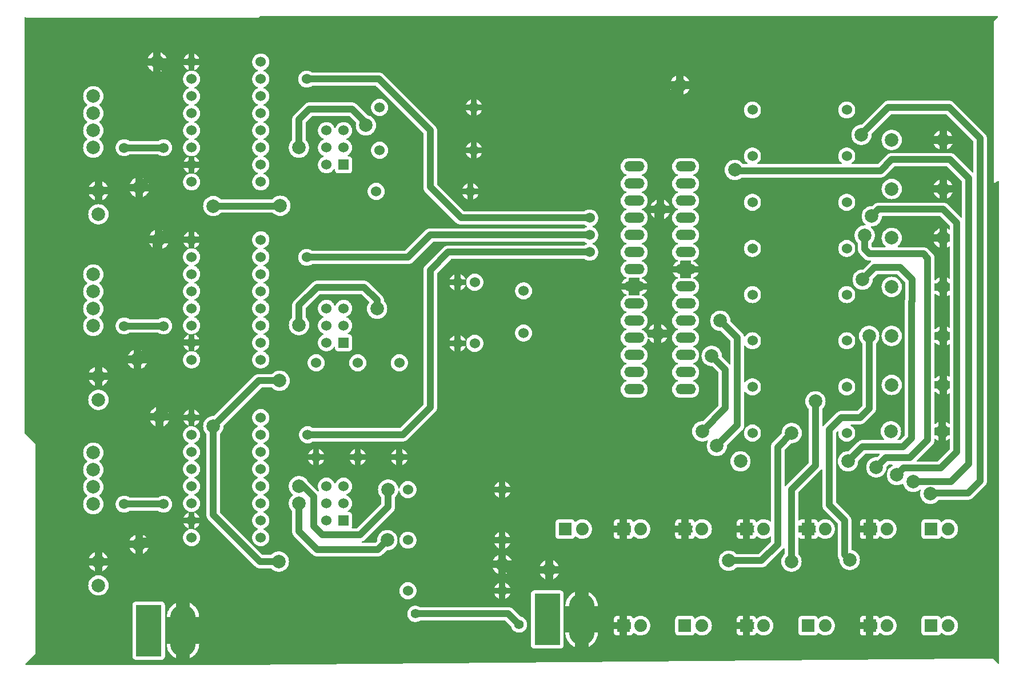
<source format=gtl>
G04 Layer: TopLayer*
G04 EasyEDA v6.5.22, 2023-01-15 02:32:39*
G04 0bdbfba1a4ec4b7484ebadf12ba1fff0,1155796f3fab4927abb0b91c794f2a8a,10*
G04 Gerber Generator version 0.2*
G04 Scale: 100 percent, Rotated: No, Reflected: No *
G04 Dimensions in millimeters *
G04 leading zeros omitted , absolute positions ,4 integer and 5 decimal *
%FSLAX45Y45*%
%MOMM*%

%ADD10C,1.0000*%
%ADD11R,3.8100X7.6200*%
%ADD12O,3.81X7.62*%
%ADD13C,2.0000*%
%ADD14C,1.5240*%
%ADD15R,1.8796X1.8796*%
%ADD16C,1.8796*%
%ADD17R,1.5240X1.5240*%
%ADD18O,2.999994X1.499997*%
%ADD19C,1.3995*%
%ADD20C,0.0187*%

%LPD*%
G36*
X50444Y13208D02*
G01*
X46583Y13970D01*
X43281Y16205D01*
X41097Y19456D01*
X40284Y23368D01*
X41097Y27279D01*
X43281Y30530D01*
X189788Y177088D01*
X190550Y178816D01*
X190550Y3288284D01*
X189788Y3290011D01*
X29006Y3450844D01*
X26720Y3454146D01*
X26009Y3458006D01*
X26009Y9601504D01*
X26720Y9605365D01*
X29006Y9608667D01*
X32258Y9610852D01*
X36169Y9611664D01*
X40081Y9610852D01*
X43281Y9608667D01*
X50088Y9601911D01*
X51816Y9601200D01*
X3491534Y9601200D01*
X3493211Y9601911D01*
X3514445Y9623094D01*
X3517747Y9625330D01*
X3521608Y9626092D01*
X14440306Y9626092D01*
X14444167Y9625330D01*
X14447469Y9623094D01*
X14449653Y9619843D01*
X14450466Y9615932D01*
X14449653Y9612020D01*
X14447469Y9608769D01*
X14389811Y9551111D01*
X14389150Y9549384D01*
X14389150Y7151268D01*
X14390014Y7150557D01*
X14450212Y7180630D01*
X14454174Y7181697D01*
X14458238Y7181088D01*
X14461693Y7178954D01*
X14464080Y7175550D01*
X14464893Y7171537D01*
X14464893Y37642D01*
X14464131Y33782D01*
X14461896Y30480D01*
X14458645Y28295D01*
X14454733Y27482D01*
X14450822Y28295D01*
X14447570Y30480D01*
X14377111Y100888D01*
X14375434Y101600D01*
X13995400Y101600D01*
X3172358Y13208D01*
G37*

%LPC*%
G36*
X1676857Y89204D02*
G01*
X2056993Y89204D01*
X2066188Y90017D01*
X2074672Y92303D01*
X2082647Y96012D01*
X2089861Y101041D01*
X2096058Y107289D01*
X2101138Y114452D01*
X2104847Y122428D01*
X2107133Y130962D01*
X2107946Y140157D01*
X2107946Y901242D01*
X2107133Y910437D01*
X2104847Y918971D01*
X2101138Y926947D01*
X2096058Y934110D01*
X2089861Y940358D01*
X2082647Y945387D01*
X2074672Y949096D01*
X2066188Y951382D01*
X2056993Y952195D01*
X1676857Y952195D01*
X1667662Y951382D01*
X1659128Y949096D01*
X1651203Y945387D01*
X1643938Y940358D01*
X1637792Y934110D01*
X1632712Y926947D01*
X1629003Y918971D01*
X1626717Y910437D01*
X1625904Y901242D01*
X1625904Y140157D01*
X1626717Y130962D01*
X1629003Y122428D01*
X1632712Y114452D01*
X1637792Y107289D01*
X1643938Y101041D01*
X1651203Y96012D01*
X1659128Y92303D01*
X1667662Y90017D01*
G37*
G36*
X2273350Y111912D02*
G01*
X2273350Y323850D01*
X2134209Y323850D01*
X2134920Y308610D01*
X2137765Y287172D01*
X2142642Y266090D01*
X2149297Y245516D01*
X2157780Y225653D01*
X2168042Y206603D01*
X2179980Y188569D01*
X2193442Y171653D01*
X2208377Y156006D01*
X2224684Y141782D01*
X2242159Y129082D01*
X2260752Y118008D01*
G37*
G36*
X2476550Y111912D02*
G01*
X2489047Y118008D01*
X2507691Y129082D01*
X2525115Y141782D01*
X2541473Y156006D01*
X2556408Y171653D01*
X2569870Y188569D01*
X2581808Y206603D01*
X2592019Y225653D01*
X2600553Y245516D01*
X2607208Y266090D01*
X2612034Y287172D01*
X2614930Y308610D01*
X2615641Y323850D01*
X2476550Y323850D01*
G37*
G36*
X7582357Y254304D02*
G01*
X7962493Y254304D01*
X7971688Y255117D01*
X7980172Y257403D01*
X7988147Y261112D01*
X7995361Y266141D01*
X8001558Y272389D01*
X8006638Y279552D01*
X8010347Y287528D01*
X8012633Y296062D01*
X8013446Y305257D01*
X8013446Y1066342D01*
X8012633Y1075537D01*
X8010347Y1084072D01*
X8006638Y1092047D01*
X8001558Y1099210D01*
X7995361Y1105458D01*
X7988147Y1110488D01*
X7980172Y1114196D01*
X7971688Y1116482D01*
X7962493Y1117295D01*
X7582357Y1117295D01*
X7573162Y1116482D01*
X7564628Y1114196D01*
X7556703Y1110488D01*
X7549438Y1105458D01*
X7543292Y1099210D01*
X7538212Y1092047D01*
X7534503Y1084072D01*
X7532217Y1075537D01*
X7531404Y1066342D01*
X7531404Y305257D01*
X7532217Y296062D01*
X7534503Y287528D01*
X7538212Y279552D01*
X7543292Y272389D01*
X7549438Y266141D01*
X7556703Y261112D01*
X7564628Y257403D01*
X7573162Y255117D01*
G37*
G36*
X8178850Y277012D02*
G01*
X8178850Y488950D01*
X8039709Y488950D01*
X8040420Y473709D01*
X8043265Y452272D01*
X8048142Y431190D01*
X8054797Y410616D01*
X8063280Y390753D01*
X8073542Y371703D01*
X8085480Y353669D01*
X8098942Y336753D01*
X8113877Y321106D01*
X8130184Y306882D01*
X8147659Y294182D01*
X8166252Y283108D01*
G37*
G36*
X8382050Y277012D02*
G01*
X8394547Y283108D01*
X8413191Y294182D01*
X8430615Y306882D01*
X8446973Y321106D01*
X8461908Y336753D01*
X8475370Y353669D01*
X8487308Y371703D01*
X8497570Y390753D01*
X8506053Y410616D01*
X8512708Y431190D01*
X8517534Y452272D01*
X8520430Y473709D01*
X8521141Y488950D01*
X8382050Y488950D01*
G37*
G36*
X10630357Y448818D02*
G01*
X10670590Y448818D01*
X10670590Y539953D01*
X10579404Y539953D01*
X10579404Y499770D01*
X10580217Y490575D01*
X10582503Y482041D01*
X10586212Y474065D01*
X10591292Y466902D01*
X10597438Y460654D01*
X10604703Y455625D01*
X10612628Y451916D01*
X10621162Y449630D01*
G37*
G36*
X8806637Y448818D02*
G01*
X8846870Y448818D01*
X8846870Y539953D01*
X8755735Y539953D01*
X8755735Y499770D01*
X8756497Y490575D01*
X8758783Y482041D01*
X8762492Y474065D01*
X8767572Y466902D01*
X8773769Y460654D01*
X8780983Y455625D01*
X8788958Y451916D01*
X8797442Y449630D01*
G37*
G36*
X12454077Y448818D02*
G01*
X12494310Y448818D01*
X12494310Y539953D01*
X12403175Y539953D01*
X12403175Y499770D01*
X12403988Y490575D01*
X12406223Y482041D01*
X12409932Y474065D01*
X12415012Y466902D01*
X12421209Y460654D01*
X12428423Y455625D01*
X12436398Y451916D01*
X12444831Y449630D01*
G37*
G36*
X12600990Y448818D02*
G01*
X12641173Y448818D01*
X12650368Y449630D01*
X12658801Y451916D01*
X12666827Y455625D01*
X12674041Y460654D01*
X12680238Y466902D01*
X12685318Y474065D01*
X12689281Y482549D01*
X12691465Y485698D01*
X12694767Y487730D01*
X12698577Y488442D01*
X12702336Y487680D01*
X12705537Y485546D01*
X12707010Y484124D01*
X12720116Y474065D01*
X12734239Y465531D01*
X12749174Y458673D01*
X12764922Y453593D01*
X12781076Y450291D01*
X12797485Y448919D01*
X12813995Y449376D01*
X12830251Y451713D01*
X12846253Y455930D01*
X12861645Y461873D01*
X12876174Y469595D01*
X12889788Y478891D01*
X12902336Y489712D01*
X12913461Y501853D01*
X12923164Y515213D01*
X12931292Y529539D01*
X12937693Y544728D01*
X12942316Y560578D01*
X12945160Y576834D01*
X12946024Y593293D01*
X12945160Y609752D01*
X12942316Y626008D01*
X12937693Y641858D01*
X12931292Y657047D01*
X12923164Y671423D01*
X12913461Y684733D01*
X12902336Y696874D01*
X12889788Y707694D01*
X12876174Y716991D01*
X12861645Y724712D01*
X12846253Y730707D01*
X12830251Y734872D01*
X12813995Y737209D01*
X12797485Y737717D01*
X12781076Y736295D01*
X12764922Y732993D01*
X12749174Y727913D01*
X12734239Y721055D01*
X12720116Y712520D01*
X12707010Y702462D01*
X12705537Y701040D01*
X12702336Y698906D01*
X12698577Y698144D01*
X12694767Y698855D01*
X12691465Y700887D01*
X12689281Y704037D01*
X12685318Y712520D01*
X12680238Y719734D01*
X12674041Y725932D01*
X12666827Y730961D01*
X12658801Y734669D01*
X12650368Y736955D01*
X12641173Y737768D01*
X12600990Y737768D01*
X12600990Y646633D01*
X12653162Y646633D01*
X12656769Y645972D01*
X12659817Y644093D01*
X12662154Y641248D01*
X12663220Y637794D01*
X12663068Y634187D01*
X12659258Y617931D01*
X12657429Y601522D01*
X12657429Y585063D01*
X12659258Y568655D01*
X12663068Y552399D01*
X12663220Y548792D01*
X12662154Y545338D01*
X12659817Y542493D01*
X12656769Y540613D01*
X12653162Y539953D01*
X12600990Y539953D01*
G37*
G36*
X10777270Y448818D02*
G01*
X10817453Y448818D01*
X10826597Y449630D01*
X10835132Y451916D01*
X10843107Y455625D01*
X10850321Y460654D01*
X10856518Y466902D01*
X10861598Y474065D01*
X10865561Y482549D01*
X10867796Y485698D01*
X10871047Y487730D01*
X10874857Y488442D01*
X10878616Y487680D01*
X10881817Y485546D01*
X10883290Y484124D01*
X10896346Y474065D01*
X10910519Y465531D01*
X10925505Y458673D01*
X10941202Y453593D01*
X10957356Y450291D01*
X10973765Y448919D01*
X10990224Y449376D01*
X11006582Y451713D01*
X11022533Y455930D01*
X11037925Y461873D01*
X11052505Y469595D01*
X11066119Y478891D01*
X11078565Y489712D01*
X11089741Y501853D01*
X11099444Y515213D01*
X11107470Y529539D01*
X11113973Y544728D01*
X11118596Y560578D01*
X11121440Y576834D01*
X11122355Y593293D01*
X11121440Y609752D01*
X11118596Y626008D01*
X11113973Y641858D01*
X11107470Y657047D01*
X11099444Y671372D01*
X11089741Y684733D01*
X11078565Y696874D01*
X11066119Y707694D01*
X11052505Y716991D01*
X11037925Y724712D01*
X11022533Y730707D01*
X11006582Y734872D01*
X10990224Y737209D01*
X10973765Y737717D01*
X10957356Y736295D01*
X10941202Y732993D01*
X10925505Y727913D01*
X10910519Y721055D01*
X10896346Y712520D01*
X10883290Y702462D01*
X10881817Y701040D01*
X10878616Y698906D01*
X10874857Y698144D01*
X10871047Y698855D01*
X10867796Y700887D01*
X10865561Y704037D01*
X10861598Y712520D01*
X10856518Y719683D01*
X10850321Y725932D01*
X10843107Y730961D01*
X10835132Y734669D01*
X10826597Y736955D01*
X10817453Y737768D01*
X10777270Y737768D01*
X10777270Y646633D01*
X10829442Y646633D01*
X10833049Y645972D01*
X10836148Y644093D01*
X10838383Y641248D01*
X10839500Y637794D01*
X10839297Y634187D01*
X10835589Y617931D01*
X10833709Y601522D01*
X10833709Y585063D01*
X10835589Y568655D01*
X10839297Y552399D01*
X10839500Y548792D01*
X10838383Y545338D01*
X10836148Y542493D01*
X10833049Y540613D01*
X10829442Y539953D01*
X10777270Y539953D01*
G37*
G36*
X8953550Y448818D02*
G01*
X8993733Y448818D01*
X9002928Y449630D01*
X9011412Y451916D01*
X9019387Y455625D01*
X9026601Y460654D01*
X9032798Y466902D01*
X9037828Y474065D01*
X9041841Y482549D01*
X9044076Y485698D01*
X9047327Y487730D01*
X9051137Y488442D01*
X9054896Y487680D01*
X9058097Y485546D01*
X9059570Y484124D01*
X9072626Y474065D01*
X9086799Y465531D01*
X9101785Y458673D01*
X9117431Y453593D01*
X9133636Y450291D01*
X9150045Y448919D01*
X9166555Y449376D01*
X9182862Y451713D01*
X9198813Y455930D01*
X9214154Y461873D01*
X9228785Y469595D01*
X9242399Y478891D01*
X9254845Y489712D01*
X9265970Y501853D01*
X9275724Y515213D01*
X9283801Y529539D01*
X9290253Y544728D01*
X9294876Y560578D01*
X9297720Y576834D01*
X9298635Y593293D01*
X9297720Y609752D01*
X9294876Y626008D01*
X9290253Y641858D01*
X9283801Y657047D01*
X9275724Y671372D01*
X9265970Y684733D01*
X9254845Y696874D01*
X9242399Y707694D01*
X9228785Y716991D01*
X9214154Y724712D01*
X9198813Y730707D01*
X9182862Y734872D01*
X9166555Y737209D01*
X9150045Y737717D01*
X9133636Y736295D01*
X9117431Y732993D01*
X9101785Y727913D01*
X9086799Y721055D01*
X9072626Y712520D01*
X9059570Y702462D01*
X9058097Y701040D01*
X9054896Y698906D01*
X9051137Y698144D01*
X9047327Y698855D01*
X9044076Y700887D01*
X9041841Y704037D01*
X9037828Y712520D01*
X9032798Y719683D01*
X9026601Y725932D01*
X9019387Y730961D01*
X9011412Y734669D01*
X9002928Y736955D01*
X8993733Y737768D01*
X8953550Y737768D01*
X8953550Y646633D01*
X9005722Y646633D01*
X9009329Y645972D01*
X9012428Y644093D01*
X9014663Y641248D01*
X9015780Y637794D01*
X9015628Y634187D01*
X9011869Y617931D01*
X9009938Y601522D01*
X9009938Y585063D01*
X9011869Y568655D01*
X9015628Y552399D01*
X9015780Y548792D01*
X9014663Y545338D01*
X9012428Y542493D01*
X9009329Y540613D01*
X9005722Y539953D01*
X8953550Y539953D01*
G37*
G36*
X9718497Y448818D02*
G01*
X9905593Y448818D01*
X9914788Y449630D01*
X9923272Y451916D01*
X9931247Y455625D01*
X9938461Y460654D01*
X9944658Y466902D01*
X9949738Y474065D01*
X9953701Y482549D01*
X9955936Y485698D01*
X9959187Y487730D01*
X9962997Y488442D01*
X9966756Y487680D01*
X9969957Y485546D01*
X9971430Y484124D01*
X9984435Y474065D01*
X9998608Y465531D01*
X10013645Y458673D01*
X10029342Y453593D01*
X10045496Y450291D01*
X10061905Y448919D01*
X10078415Y449376D01*
X10094722Y451713D01*
X10110673Y455930D01*
X10126065Y461873D01*
X10140645Y469595D01*
X10154259Y478891D01*
X10166654Y489712D01*
X10177881Y501853D01*
X10187584Y515213D01*
X10195661Y529539D01*
X10202113Y544728D01*
X10206685Y560578D01*
X10209580Y576834D01*
X10210495Y593293D01*
X10209580Y609752D01*
X10206685Y626008D01*
X10202113Y641858D01*
X10195661Y657047D01*
X10187584Y671372D01*
X10177881Y684733D01*
X10166654Y696874D01*
X10154259Y707694D01*
X10140645Y716991D01*
X10126065Y724712D01*
X10110673Y730707D01*
X10094722Y734872D01*
X10078415Y737209D01*
X10061905Y737717D01*
X10045496Y736295D01*
X10029342Y732993D01*
X10013645Y727913D01*
X9998608Y721055D01*
X9984435Y712520D01*
X9971430Y702462D01*
X9969957Y701040D01*
X9966756Y698906D01*
X9962997Y698144D01*
X9959187Y698855D01*
X9955936Y700887D01*
X9953701Y704037D01*
X9949738Y712520D01*
X9944658Y719683D01*
X9938461Y725932D01*
X9931247Y730961D01*
X9923272Y734669D01*
X9914788Y736955D01*
X9905593Y737768D01*
X9718497Y737768D01*
X9709302Y736955D01*
X9700818Y734669D01*
X9692843Y730961D01*
X9685629Y725932D01*
X9679432Y719683D01*
X9674301Y712520D01*
X9670643Y704545D01*
X9668357Y696061D01*
X9667595Y686816D01*
X9667595Y499770D01*
X9668357Y490575D01*
X9670643Y482041D01*
X9674301Y474065D01*
X9679432Y466902D01*
X9685629Y460654D01*
X9692843Y455625D01*
X9700818Y451916D01*
X9709302Y449630D01*
G37*
G36*
X11542217Y448818D02*
G01*
X11729313Y448818D01*
X11738508Y449630D01*
X11746992Y451916D01*
X11754967Y455625D01*
X11762181Y460654D01*
X11768328Y466902D01*
X11773458Y474065D01*
X11777421Y482549D01*
X11779656Y485698D01*
X11782907Y487730D01*
X11786717Y488442D01*
X11790476Y487680D01*
X11793677Y485546D01*
X11795150Y484124D01*
X11808206Y474065D01*
X11822379Y465531D01*
X11837365Y458673D01*
X11853062Y453593D01*
X11869216Y450291D01*
X11885574Y448919D01*
X11902135Y449376D01*
X11918442Y451713D01*
X11934393Y455930D01*
X11949785Y461873D01*
X11964365Y469595D01*
X11977979Y478891D01*
X11990425Y489712D01*
X12001601Y501853D01*
X12011304Y515213D01*
X12019381Y529539D01*
X12025833Y544728D01*
X12030456Y560578D01*
X12033300Y576834D01*
X12034215Y593293D01*
X12033300Y609752D01*
X12030456Y626008D01*
X12025833Y641858D01*
X12019381Y657047D01*
X12011304Y671372D01*
X12001601Y684733D01*
X11990425Y696874D01*
X11977979Y707694D01*
X11964365Y716991D01*
X11949785Y724712D01*
X11934393Y730707D01*
X11918442Y734872D01*
X11902135Y737209D01*
X11885574Y737717D01*
X11869216Y736295D01*
X11853062Y732993D01*
X11837365Y727913D01*
X11822379Y721055D01*
X11808206Y712520D01*
X11795150Y702462D01*
X11793677Y701040D01*
X11790476Y698906D01*
X11786717Y698144D01*
X11782907Y698855D01*
X11779656Y700887D01*
X11777421Y704037D01*
X11773458Y712520D01*
X11768328Y719683D01*
X11762181Y725932D01*
X11754967Y730961D01*
X11746992Y734669D01*
X11738508Y736955D01*
X11729313Y737768D01*
X11542217Y737768D01*
X11533022Y736955D01*
X11524538Y734669D01*
X11516563Y730961D01*
X11509349Y725932D01*
X11503101Y719683D01*
X11498072Y712520D01*
X11494363Y704545D01*
X11492077Y696061D01*
X11491315Y686816D01*
X11491315Y499770D01*
X11492077Y490575D01*
X11494363Y482041D01*
X11498072Y474065D01*
X11503101Y466902D01*
X11509349Y460654D01*
X11516563Y455625D01*
X11524538Y451916D01*
X11533022Y449630D01*
G37*
G36*
X13365937Y448818D02*
G01*
X13553033Y448818D01*
X13562228Y449630D01*
X13570712Y451916D01*
X13578687Y455625D01*
X13585901Y460654D01*
X13592149Y466902D01*
X13597128Y474065D01*
X13601141Y482549D01*
X13603376Y485698D01*
X13606627Y487730D01*
X13610437Y488442D01*
X13614196Y487680D01*
X13617397Y485546D01*
X13618870Y484124D01*
X13631976Y474065D01*
X13646099Y465531D01*
X13661085Y458673D01*
X13676731Y453593D01*
X13692936Y450291D01*
X13709345Y448919D01*
X13725855Y449376D01*
X13742162Y451713D01*
X13758113Y455930D01*
X13773454Y461873D01*
X13788085Y469595D01*
X13801699Y478891D01*
X13814196Y489712D01*
X13825270Y501853D01*
X13835024Y515213D01*
X13843152Y529539D01*
X13849553Y544728D01*
X13854176Y560578D01*
X13857020Y576834D01*
X13857935Y593293D01*
X13857020Y609752D01*
X13854176Y626008D01*
X13849553Y641858D01*
X13843152Y657047D01*
X13835024Y671372D01*
X13825270Y684733D01*
X13814196Y696874D01*
X13801699Y707694D01*
X13788085Y716991D01*
X13773454Y724712D01*
X13758113Y730707D01*
X13742162Y734872D01*
X13725855Y737209D01*
X13709345Y737717D01*
X13692936Y736295D01*
X13676731Y732993D01*
X13661085Y727913D01*
X13646099Y721055D01*
X13631976Y712520D01*
X13618870Y702462D01*
X13617397Y701040D01*
X13614196Y698906D01*
X13610437Y698144D01*
X13606627Y698855D01*
X13603376Y700887D01*
X13601141Y704037D01*
X13597128Y712520D01*
X13592149Y719683D01*
X13585901Y725932D01*
X13578687Y730961D01*
X13570712Y734669D01*
X13562228Y736955D01*
X13553033Y737768D01*
X13365937Y737768D01*
X13356742Y736955D01*
X13348258Y734669D01*
X13340283Y730961D01*
X13333069Y725932D01*
X13326872Y719683D01*
X13321792Y712520D01*
X13318083Y704545D01*
X13315797Y696061D01*
X13315035Y686816D01*
X13315035Y499770D01*
X13315797Y490575D01*
X13318083Y482041D01*
X13321792Y474065D01*
X13326872Y466902D01*
X13333069Y460654D01*
X13340283Y455625D01*
X13348258Y451916D01*
X13356742Y449630D01*
G37*
G36*
X7349591Y489204D02*
G01*
X7364374Y489661D01*
X7379106Y491947D01*
X7393381Y496011D01*
X7406995Y501751D01*
X7419848Y509168D01*
X7431684Y518109D01*
X7442352Y528472D01*
X7451648Y540004D01*
X7459421Y552602D01*
X7465669Y566064D01*
X7470140Y580237D01*
X7472883Y594817D01*
X7473797Y609600D01*
X7472883Y624382D01*
X7470140Y638962D01*
X7465669Y653135D01*
X7459421Y666597D01*
X7451648Y679196D01*
X7442352Y690727D01*
X7431684Y701090D01*
X7419848Y710031D01*
X7406995Y717448D01*
X7393381Y723188D01*
X7379817Y727049D01*
X7377430Y728065D01*
X7375398Y729640D01*
X7266533Y838504D01*
X7256424Y847394D01*
X7245502Y854659D01*
X7233716Y860501D01*
X7221270Y864717D01*
X7208367Y867257D01*
X7194854Y868171D01*
X5888380Y868171D01*
X5885738Y868527D01*
X5883300Y869543D01*
X5872988Y875487D01*
X5859322Y881278D01*
X5845048Y885342D01*
X5830417Y887628D01*
X5815584Y888085D01*
X5800801Y886714D01*
X5786323Y883513D01*
X5772353Y878586D01*
X5759043Y871982D01*
X5746699Y863803D01*
X5735370Y854151D01*
X5725464Y843178D01*
X5716879Y831087D01*
X5709869Y818032D01*
X5704484Y804164D01*
X5700877Y789787D01*
X5699048Y775106D01*
X5699048Y760272D01*
X5700877Y745540D01*
X5704484Y731164D01*
X5709869Y717346D01*
X5716879Y704240D01*
X5725464Y692150D01*
X5735370Y681177D01*
X5746699Y671525D01*
X5759043Y663346D01*
X5772353Y656742D01*
X5786323Y651814D01*
X5800801Y648614D01*
X5815584Y647293D01*
X5830417Y647750D01*
X5845048Y649986D01*
X5859322Y654050D01*
X5872988Y659841D01*
X5883300Y665835D01*
X5885738Y666800D01*
X5888380Y667156D01*
X7149388Y667156D01*
X7153300Y666394D01*
X7156602Y664210D01*
X7233412Y587349D01*
X7235139Y585165D01*
X7236155Y582625D01*
X7238542Y573074D01*
X7243876Y559257D01*
X7250938Y546201D01*
X7259472Y534060D01*
X7269480Y523138D01*
X7280757Y513486D01*
X7293051Y505307D01*
X7306360Y498652D01*
X7320381Y493725D01*
X7334859Y490575D01*
G37*
G36*
X10579404Y646633D02*
G01*
X10670590Y646633D01*
X10670590Y737768D01*
X10630357Y737768D01*
X10621162Y736955D01*
X10612628Y734669D01*
X10604703Y730961D01*
X10597438Y725932D01*
X10591292Y719683D01*
X10586212Y712520D01*
X10582503Y704545D01*
X10580217Y696061D01*
X10579404Y686816D01*
G37*
G36*
X12403175Y646633D02*
G01*
X12494310Y646633D01*
X12494310Y737768D01*
X12454077Y737768D01*
X12444831Y736955D01*
X12436398Y734669D01*
X12428423Y730961D01*
X12421209Y725932D01*
X12415012Y719734D01*
X12409932Y712520D01*
X12406223Y704545D01*
X12403988Y696061D01*
X12403175Y686816D01*
G37*
G36*
X8755735Y646633D02*
G01*
X8846870Y646633D01*
X8846870Y737768D01*
X8806637Y737768D01*
X8797442Y736955D01*
X8788958Y734669D01*
X8780983Y730961D01*
X8773769Y725932D01*
X8767572Y719683D01*
X8762492Y712520D01*
X8758783Y704545D01*
X8756497Y696061D01*
X8755735Y686816D01*
G37*
G36*
X2134209Y717550D02*
G01*
X2273350Y717550D01*
X2273350Y929487D01*
X2260752Y923391D01*
X2242159Y912317D01*
X2224684Y899617D01*
X2208377Y885393D01*
X2193442Y869746D01*
X2179980Y852830D01*
X2168042Y834796D01*
X2157780Y815746D01*
X2149297Y795883D01*
X2142642Y775309D01*
X2137765Y754227D01*
X2134920Y732790D01*
G37*
G36*
X2476550Y717550D02*
G01*
X2615641Y717550D01*
X2614930Y732790D01*
X2612034Y754227D01*
X2607208Y775309D01*
X2600553Y795883D01*
X2592019Y815746D01*
X2581808Y834796D01*
X2569870Y852830D01*
X2556408Y869746D01*
X2541473Y885393D01*
X2525115Y899617D01*
X2507691Y912317D01*
X2489047Y923391D01*
X2476550Y929487D01*
G37*
G36*
X8039709Y882650D02*
G01*
X8178850Y882650D01*
X8178850Y1094587D01*
X8166252Y1088491D01*
X8147659Y1077417D01*
X8130184Y1064717D01*
X8113877Y1050493D01*
X8098942Y1034846D01*
X8085480Y1017930D01*
X8073542Y999896D01*
X8063280Y980846D01*
X8054797Y960983D01*
X8048142Y940409D01*
X8043265Y919327D01*
X8040420Y897890D01*
G37*
G36*
X8382050Y882650D02*
G01*
X8521141Y882650D01*
X8520430Y897890D01*
X8517534Y919327D01*
X8512708Y940409D01*
X8506053Y960983D01*
X8497570Y980846D01*
X8487308Y999896D01*
X8475370Y1017930D01*
X8461908Y1034846D01*
X8446973Y1050493D01*
X8430615Y1064717D01*
X8413191Y1077417D01*
X8394547Y1088491D01*
X8382050Y1094587D01*
G37*
G36*
X5708040Y983894D02*
G01*
X5723280Y984808D01*
X5738317Y987602D01*
X5752947Y992124D01*
X5766917Y998423D01*
X5779973Y1006348D01*
X5791962Y1015746D01*
X5802833Y1026566D01*
X5812282Y1038606D01*
X5820206Y1051712D01*
X5826455Y1065631D01*
X5831027Y1080262D01*
X5833770Y1095298D01*
X5834735Y1110589D01*
X5833770Y1125829D01*
X5831027Y1140917D01*
X5826455Y1155496D01*
X5820206Y1169466D01*
X5812282Y1182522D01*
X5802833Y1194562D01*
X5791962Y1205382D01*
X5779973Y1214831D01*
X5766917Y1222756D01*
X5752947Y1229004D01*
X5738317Y1233576D01*
X5723280Y1236319D01*
X5708040Y1237234D01*
X5692749Y1236319D01*
X5677662Y1233576D01*
X5663133Y1229004D01*
X5649163Y1222756D01*
X5636056Y1214831D01*
X5624017Y1205382D01*
X5613196Y1194562D01*
X5603798Y1182522D01*
X5595874Y1169466D01*
X5589574Y1155496D01*
X5585053Y1140917D01*
X5582259Y1125829D01*
X5581345Y1110589D01*
X5582259Y1095298D01*
X5585053Y1080262D01*
X5589574Y1065631D01*
X5595874Y1051712D01*
X5603798Y1038606D01*
X5613196Y1026566D01*
X5624017Y1015746D01*
X5636056Y1006348D01*
X5649163Y998423D01*
X5663133Y992124D01*
X5677662Y987602D01*
X5692749Y984808D01*
G37*
G36*
X7149490Y991971D02*
G01*
X7163917Y998423D01*
X7176973Y1006348D01*
X7189063Y1015746D01*
X7199833Y1026566D01*
X7209281Y1038606D01*
X7217206Y1051712D01*
X7223607Y1066139D01*
X7149490Y1066139D01*
G37*
G36*
X7060590Y991971D02*
G01*
X7060590Y1066139D01*
X6986422Y1066139D01*
X6992874Y1051712D01*
X7000798Y1038606D01*
X7010196Y1026566D01*
X7021017Y1015746D01*
X7033056Y1006348D01*
X7046163Y998423D01*
G37*
G36*
X1123238Y1039063D02*
G01*
X1140155Y1040028D01*
X1156766Y1042873D01*
X1173022Y1047546D01*
X1188567Y1053998D01*
X1203350Y1062126D01*
X1217117Y1071930D01*
X1229715Y1083157D01*
X1240942Y1095756D01*
X1250696Y1109522D01*
X1258874Y1124254D01*
X1265326Y1139850D01*
X1270000Y1156055D01*
X1272794Y1172718D01*
X1273708Y1189583D01*
X1272794Y1206398D01*
X1270000Y1223060D01*
X1265326Y1239266D01*
X1258874Y1254861D01*
X1250696Y1269644D01*
X1240942Y1283360D01*
X1229715Y1295958D01*
X1217117Y1307185D01*
X1203350Y1316990D01*
X1188567Y1325118D01*
X1173022Y1331620D01*
X1156766Y1336243D01*
X1140155Y1339088D01*
X1123238Y1340053D01*
X1106424Y1339088D01*
X1089812Y1336243D01*
X1073607Y1331620D01*
X1058011Y1325118D01*
X1043178Y1316990D01*
X1029462Y1307185D01*
X1016914Y1295958D01*
X1005636Y1283360D01*
X995883Y1269644D01*
X987704Y1254861D01*
X981252Y1239266D01*
X976579Y1223060D01*
X973785Y1206398D01*
X972769Y1189583D01*
X973785Y1172718D01*
X976579Y1156055D01*
X981252Y1139850D01*
X987704Y1124254D01*
X995883Y1109522D01*
X1005636Y1095756D01*
X1016914Y1083157D01*
X1029462Y1071930D01*
X1043178Y1062126D01*
X1058011Y1053998D01*
X1073607Y1047546D01*
X1089812Y1042873D01*
X1106424Y1040028D01*
G37*
G36*
X6986422Y1155039D02*
G01*
X7060590Y1155039D01*
X7060590Y1229156D01*
X7046163Y1222756D01*
X7033056Y1214831D01*
X7021017Y1205382D01*
X7010196Y1194562D01*
X7000798Y1182522D01*
X6992874Y1169466D01*
G37*
G36*
X7149490Y1155039D02*
G01*
X7223607Y1155039D01*
X7217206Y1169466D01*
X7209281Y1182522D01*
X7199833Y1194562D01*
X7189063Y1205382D01*
X7176973Y1214831D01*
X7163917Y1222756D01*
X7149490Y1229156D01*
G37*
G36*
X7858201Y1282192D02*
G01*
X7867142Y1285900D01*
X7881924Y1294079D01*
X7895691Y1303832D01*
X7908290Y1315110D01*
X7919516Y1327658D01*
X7929270Y1341424D01*
X7937449Y1356207D01*
X7941157Y1365148D01*
X7858201Y1365148D01*
G37*
G36*
X7745526Y1282192D02*
G01*
X7745526Y1365148D01*
X7662570Y1365148D01*
X7666228Y1356207D01*
X7674457Y1341424D01*
X7684211Y1327658D01*
X7695438Y1315110D01*
X7708036Y1303832D01*
X7721803Y1294079D01*
X7736535Y1285900D01*
G37*
G36*
X7161377Y1362506D02*
G01*
X7170318Y1366215D01*
X7185101Y1374394D01*
X7198817Y1384147D01*
X7211415Y1395374D01*
X7222693Y1407972D01*
X7232446Y1421739D01*
X7240574Y1436471D01*
X7244283Y1445412D01*
X7161377Y1445412D01*
G37*
G36*
X7048652Y1362506D02*
G01*
X7048652Y1445412D01*
X6965746Y1445412D01*
X6969455Y1436471D01*
X6977583Y1421739D01*
X6987387Y1407972D01*
X6998614Y1395374D01*
X7011162Y1384147D01*
X7024979Y1374394D01*
X7039711Y1366215D01*
G37*
G36*
X3794861Y1391869D02*
G01*
X3811727Y1392834D01*
X3828338Y1395679D01*
X3844544Y1400352D01*
X3860088Y1406804D01*
X3874922Y1414932D01*
X3888689Y1424736D01*
X3901287Y1435963D01*
X3912514Y1448562D01*
X3922217Y1462328D01*
X3930446Y1477060D01*
X3936847Y1492656D01*
X3941572Y1508861D01*
X3944416Y1525524D01*
X3945331Y1542389D01*
X3944416Y1559204D01*
X3941572Y1575866D01*
X3936847Y1592072D01*
X3930446Y1607667D01*
X3922217Y1622450D01*
X3912514Y1636166D01*
X3901287Y1648764D01*
X3888689Y1659991D01*
X3874922Y1669796D01*
X3860088Y1677924D01*
X3844544Y1684426D01*
X3828338Y1689049D01*
X3811727Y1691893D01*
X3794861Y1692859D01*
X3777996Y1691893D01*
X3761384Y1689049D01*
X3745179Y1684426D01*
X3729583Y1677924D01*
X3714800Y1669796D01*
X3701034Y1659991D01*
X3688486Y1648764D01*
X3686200Y1646275D01*
X3682796Y1643735D01*
X3678631Y1642872D01*
X3561181Y1642872D01*
X3557320Y1643634D01*
X3554018Y1645818D01*
X2928569Y2271318D01*
X2926384Y2274620D01*
X2925572Y2278481D01*
X2925572Y3432759D01*
X2926486Y3436874D01*
X2928975Y3440328D01*
X2931515Y3442563D01*
X2942742Y3455162D01*
X2952496Y3468928D01*
X2960674Y3483660D01*
X2967126Y3499256D01*
X2971800Y3515461D01*
X2974594Y3532124D01*
X2975508Y3548989D01*
X2975406Y3552342D01*
X2975965Y3556508D01*
X2978353Y3560114D01*
X3536797Y4118610D01*
X3540150Y4120794D01*
X3544011Y4121556D01*
X3691280Y4121556D01*
X3695395Y4120692D01*
X3698849Y4118203D01*
X3701084Y4115663D01*
X3713683Y4104436D01*
X3727450Y4094632D01*
X3742182Y4086504D01*
X3757777Y4080052D01*
X3774033Y4075379D01*
X3790645Y4072534D01*
X3807510Y4071569D01*
X3824325Y4072534D01*
X3840987Y4075379D01*
X3857142Y4080052D01*
X3872788Y4086504D01*
X3887520Y4094632D01*
X3901338Y4104436D01*
X3913835Y4115663D01*
X3925163Y4128262D01*
X3934917Y4142028D01*
X3943045Y4156760D01*
X3949547Y4172356D01*
X3954221Y4188561D01*
X3957015Y4205224D01*
X3957980Y4222089D01*
X3957015Y4238904D01*
X3954221Y4255566D01*
X3949547Y4271772D01*
X3943045Y4287367D01*
X3934917Y4302150D01*
X3925163Y4315866D01*
X3913835Y4328464D01*
X3901338Y4339691D01*
X3887520Y4349496D01*
X3872788Y4357624D01*
X3857142Y4364126D01*
X3840987Y4368749D01*
X3824325Y4371594D01*
X3807510Y4372559D01*
X3790645Y4371594D01*
X3774033Y4368749D01*
X3757777Y4364126D01*
X3742182Y4357624D01*
X3727450Y4349496D01*
X3713683Y4339691D01*
X3701084Y4328464D01*
X3698849Y4325975D01*
X3695395Y4323435D01*
X3691280Y4322572D01*
X3498545Y4322572D01*
X3485083Y4321657D01*
X3472179Y4319117D01*
X3459734Y4314901D01*
X3447897Y4309059D01*
X3437026Y4301794D01*
X3426917Y4292904D01*
X2836214Y3702202D01*
X2832658Y3699916D01*
X2828442Y3699256D01*
X2825038Y3699459D01*
X2808224Y3698494D01*
X2791612Y3695649D01*
X2775407Y3691026D01*
X2759811Y3684524D01*
X2744978Y3676396D01*
X2731262Y3666591D01*
X2718714Y3655364D01*
X2707436Y3642766D01*
X2697683Y3629050D01*
X2689504Y3614267D01*
X2683052Y3598672D01*
X2678379Y3582466D01*
X2675585Y3565804D01*
X2674569Y3548989D01*
X2675585Y3532124D01*
X2678379Y3515461D01*
X2683052Y3499256D01*
X2689504Y3483660D01*
X2697683Y3468928D01*
X2707436Y3455162D01*
X2718714Y3442563D01*
X2721203Y3440328D01*
X2723743Y3436874D01*
X2724607Y3432708D01*
X2724607Y2232964D01*
X2725470Y2219553D01*
X2728061Y2206650D01*
X2732278Y2194204D01*
X2738069Y2182418D01*
X2745384Y2171496D01*
X2754274Y2161336D01*
X3444087Y1471523D01*
X3454247Y1462633D01*
X3465169Y1455369D01*
X3476955Y1449527D01*
X3489401Y1445310D01*
X3502253Y1442770D01*
X3515715Y1441856D01*
X3678631Y1441856D01*
X3682796Y1440992D01*
X3686200Y1438503D01*
X3688486Y1435963D01*
X3701034Y1424736D01*
X3714800Y1414932D01*
X3729583Y1406804D01*
X3745179Y1400352D01*
X3761384Y1395679D01*
X3777996Y1392834D01*
G37*
G36*
X11389410Y1391869D02*
G01*
X11406225Y1392834D01*
X11422888Y1395679D01*
X11439093Y1400352D01*
X11454688Y1406804D01*
X11469420Y1414932D01*
X11483238Y1424736D01*
X11495735Y1435963D01*
X11507063Y1448562D01*
X11516817Y1462328D01*
X11524945Y1477060D01*
X11531447Y1492656D01*
X11536121Y1508861D01*
X11538915Y1525524D01*
X11539880Y1542389D01*
X11538915Y1559204D01*
X11536121Y1575866D01*
X11531447Y1592072D01*
X11524945Y1607667D01*
X11516817Y1622450D01*
X11507063Y1636166D01*
X11495735Y1648764D01*
X11493296Y1651050D01*
X11490756Y1654454D01*
X11489893Y1658620D01*
X11489893Y1887270D01*
X11490655Y1891182D01*
X11492788Y1894484D01*
X11496141Y1896668D01*
X11500053Y1897430D01*
X11503914Y1896668D01*
X11507216Y1894484D01*
X11509349Y1892350D01*
X11516563Y1887270D01*
X11524538Y1883562D01*
X11533022Y1881276D01*
X11542217Y1880514D01*
X11582450Y1880514D01*
X11582450Y1971649D01*
X11500053Y1971649D01*
X11496141Y1972411D01*
X11492788Y1974596D01*
X11490655Y1977898D01*
X11489893Y1981809D01*
X11489893Y2068169D01*
X11490655Y2072030D01*
X11492788Y2075332D01*
X11496141Y2077516D01*
X11500053Y2078329D01*
X11582450Y2078329D01*
X11582450Y2169464D01*
X11542217Y2169464D01*
X11533022Y2168652D01*
X11524538Y2166366D01*
X11516563Y2162657D01*
X11509349Y2157577D01*
X11507216Y2155444D01*
X11503914Y2153259D01*
X11500053Y2152497D01*
X11496141Y2153259D01*
X11492788Y2155444D01*
X11490655Y2158746D01*
X11489893Y2162657D01*
X11489893Y2563317D01*
X11490655Y2567228D01*
X11492788Y2570530D01*
X11815876Y2893568D01*
X11824766Y2903677D01*
X11829084Y2910128D01*
X11832183Y2913075D01*
X11836196Y2914548D01*
X11840464Y2914192D01*
X11844223Y2912110D01*
X11846763Y2908655D01*
X11847677Y2904490D01*
X11847677Y2380894D01*
X11848592Y2367432D01*
X11851132Y2354580D01*
X11855297Y2342134D01*
X11861190Y2330348D01*
X11868454Y2319426D01*
X11877294Y2309266D01*
X12073331Y2113330D01*
X12075515Y2110028D01*
X12076277Y2106117D01*
X12076277Y1644396D01*
X12077192Y1630933D01*
X12079732Y1618030D01*
X12083897Y1605584D01*
X12089790Y1593799D01*
X12097054Y1582877D01*
X12100306Y1579168D01*
X12102287Y1575816D01*
X12102846Y1571904D01*
X12102592Y1567789D01*
X12103557Y1550924D01*
X12106351Y1534261D01*
X12111024Y1518056D01*
X12117476Y1502460D01*
X12125655Y1487728D01*
X12135408Y1473962D01*
X12146686Y1461363D01*
X12159234Y1450136D01*
X12173000Y1440332D01*
X12187783Y1432204D01*
X12203379Y1425752D01*
X12219584Y1421079D01*
X12236196Y1418234D01*
X12253061Y1417269D01*
X12269927Y1418234D01*
X12286538Y1421079D01*
X12302744Y1425752D01*
X12318288Y1432204D01*
X12333122Y1440332D01*
X12346889Y1450136D01*
X12359487Y1461363D01*
X12370714Y1473962D01*
X12380417Y1487728D01*
X12388646Y1502460D01*
X12395047Y1518056D01*
X12399772Y1534261D01*
X12402616Y1550924D01*
X12403531Y1567789D01*
X12402616Y1584604D01*
X12399772Y1601266D01*
X12395047Y1617472D01*
X12388646Y1633067D01*
X12380417Y1647850D01*
X12370714Y1661566D01*
X12359487Y1674164D01*
X12346889Y1685391D01*
X12333122Y1695196D01*
X12318288Y1703324D01*
X12302744Y1709826D01*
X12286538Y1714449D01*
X12282424Y1715820D01*
X12279680Y1718056D01*
X12277902Y1721154D01*
X12277293Y1724609D01*
X12277293Y2151634D01*
X12276328Y2165096D01*
X12273838Y2177948D01*
X12269622Y2190394D01*
X12263780Y2202180D01*
X12256516Y2213152D01*
X12247626Y2223262D01*
X12051588Y2419197D01*
X12049455Y2422499D01*
X12048693Y2426411D01*
X12048693Y3452317D01*
X12049455Y3456228D01*
X12051588Y3459530D01*
X12066016Y3473856D01*
X12069622Y3476193D01*
X12073839Y3476853D01*
X12077954Y3475685D01*
X12081205Y3472942D01*
X12083084Y3469132D01*
X12083186Y3464864D01*
X12082780Y3462629D01*
X12081865Y3447389D01*
X12082780Y3432098D01*
X12085574Y3417062D01*
X12090095Y3402431D01*
X12096394Y3388512D01*
X12104268Y3375406D01*
X12113717Y3363366D01*
X12124537Y3352546D01*
X12136577Y3343097D01*
X12149683Y3335223D01*
X12163602Y3328924D01*
X12178233Y3324351D01*
X12193270Y3321608D01*
X12208560Y3320694D01*
X12223800Y3321608D01*
X12238837Y3324351D01*
X12253417Y3328924D01*
X12267438Y3335223D01*
X12280493Y3343097D01*
X12292533Y3352546D01*
X12303353Y3363366D01*
X12312802Y3375406D01*
X12320727Y3388512D01*
X12326975Y3402431D01*
X12331547Y3417062D01*
X12334290Y3432098D01*
X12335205Y3447389D01*
X12334290Y3462629D01*
X12331547Y3477666D01*
X12326975Y3492296D01*
X12320727Y3506215D01*
X12312802Y3519322D01*
X12303353Y3531362D01*
X12292533Y3542182D01*
X12280493Y3551631D01*
X12272264Y3556609D01*
X12269063Y3559606D01*
X12267488Y3563670D01*
X12267692Y3568039D01*
X12269774Y3571900D01*
X12273229Y3574542D01*
X12277496Y3575456D01*
X12405055Y3575456D01*
X12418517Y3576370D01*
X12431369Y3578910D01*
X12443815Y3583127D01*
X12455601Y3588969D01*
X12466574Y3596233D01*
X12476683Y3605123D01*
X12611658Y3740150D01*
X12620548Y3750259D01*
X12627864Y3761181D01*
X12633655Y3772966D01*
X12637922Y3785412D01*
X12640462Y3798315D01*
X12641326Y3811778D01*
X12641326Y4770526D01*
X12642240Y4774692D01*
X12644729Y4778146D01*
X12647269Y4780381D01*
X12658496Y4792980D01*
X12668250Y4806746D01*
X12676378Y4821478D01*
X12682880Y4837074D01*
X12687554Y4853279D01*
X12690398Y4869942D01*
X12691313Y4886807D01*
X12690398Y4903622D01*
X12687554Y4920284D01*
X12682880Y4936490D01*
X12676378Y4952085D01*
X12668250Y4966868D01*
X12658496Y4980584D01*
X12647269Y4993182D01*
X12634671Y5004409D01*
X12620904Y5014214D01*
X12606070Y5022342D01*
X12590576Y5028844D01*
X12574320Y5033467D01*
X12557658Y5036312D01*
X12540843Y5037277D01*
X12523978Y5036312D01*
X12507315Y5033467D01*
X12491161Y5028844D01*
X12475565Y5022342D01*
X12460782Y5014214D01*
X12447016Y5004409D01*
X12434468Y4993182D01*
X12423190Y4980584D01*
X12413437Y4966868D01*
X12405258Y4952085D01*
X12398806Y4936490D01*
X12394133Y4920284D01*
X12391339Y4903622D01*
X12390374Y4886807D01*
X12391339Y4869942D01*
X12394133Y4853279D01*
X12398806Y4837074D01*
X12405258Y4821478D01*
X12413437Y4806746D01*
X12423190Y4792980D01*
X12434468Y4780381D01*
X12436957Y4778146D01*
X12439446Y4774692D01*
X12440361Y4770577D01*
X12440361Y3857244D01*
X12439599Y3853383D01*
X12437364Y3850081D01*
X12366701Y3779418D01*
X12363450Y3777234D01*
X12359538Y3776472D01*
X12126315Y3776472D01*
X12112853Y3775557D01*
X12100001Y3773017D01*
X12087555Y3768801D01*
X12075769Y3762959D01*
X12064847Y3755694D01*
X12054687Y3746804D01*
X11877294Y3569462D01*
X11868454Y3559352D01*
X11864187Y3552901D01*
X11861088Y3549904D01*
X11857075Y3548481D01*
X11852757Y3548837D01*
X11849049Y3550920D01*
X11846458Y3554374D01*
X11845544Y3558540D01*
X11845544Y3801059D01*
X11846458Y3805174D01*
X11848947Y3808628D01*
X11851487Y3810863D01*
X11862714Y3823462D01*
X11872417Y3837228D01*
X11880646Y3851960D01*
X11887047Y3867556D01*
X11891772Y3883761D01*
X11894616Y3900424D01*
X11895531Y3917289D01*
X11894616Y3934104D01*
X11891772Y3950766D01*
X11887047Y3966972D01*
X11880646Y3982567D01*
X11872417Y3997350D01*
X11862714Y4011066D01*
X11851487Y4023664D01*
X11838889Y4034891D01*
X11825122Y4044696D01*
X11810288Y4052824D01*
X11794744Y4059326D01*
X11778538Y4063949D01*
X11761927Y4066794D01*
X11745061Y4067759D01*
X11728196Y4066794D01*
X11711584Y4063949D01*
X11695379Y4059326D01*
X11679783Y4052824D01*
X11665000Y4044696D01*
X11651234Y4034891D01*
X11638686Y4023664D01*
X11627408Y4011066D01*
X11617655Y3997350D01*
X11609476Y3982567D01*
X11603024Y3966972D01*
X11598351Y3950766D01*
X11595557Y3934104D01*
X11594592Y3917289D01*
X11595557Y3900424D01*
X11598351Y3883761D01*
X11603024Y3867556D01*
X11609476Y3851960D01*
X11617655Y3837228D01*
X11627408Y3823462D01*
X11638686Y3810863D01*
X11641175Y3808628D01*
X11643715Y3805174D01*
X11644579Y3801008D01*
X11644579Y3010662D01*
X11643817Y3006801D01*
X11641582Y3003499D01*
X11318494Y2680462D01*
X11309654Y2670352D01*
X11305235Y2663748D01*
X11302187Y2660802D01*
X11298174Y2659329D01*
X11293906Y2659684D01*
X11290147Y2661767D01*
X11287607Y2665222D01*
X11286693Y2669387D01*
X11286693Y3193999D01*
X11287455Y3197910D01*
X11289588Y3201212D01*
X11382603Y3294126D01*
X11386159Y3296412D01*
X11390274Y3297072D01*
X11393678Y3296869D01*
X11410543Y3297834D01*
X11427206Y3300679D01*
X11443411Y3305352D01*
X11459006Y3311804D01*
X11473738Y3319932D01*
X11487556Y3329736D01*
X11500104Y3340963D01*
X11511381Y3353562D01*
X11521135Y3367328D01*
X11529263Y3382060D01*
X11535765Y3397656D01*
X11540439Y3413861D01*
X11543233Y3430524D01*
X11544147Y3447389D01*
X11543233Y3464204D01*
X11540439Y3480866D01*
X11535765Y3497072D01*
X11529263Y3512667D01*
X11521135Y3527450D01*
X11511381Y3541166D01*
X11500104Y3553764D01*
X11487556Y3564991D01*
X11473738Y3574796D01*
X11459006Y3582924D01*
X11443411Y3589426D01*
X11427206Y3594049D01*
X11410543Y3596894D01*
X11393678Y3597859D01*
X11376863Y3596894D01*
X11360251Y3594049D01*
X11343995Y3589426D01*
X11328400Y3582924D01*
X11313617Y3574796D01*
X11299901Y3564991D01*
X11287302Y3553764D01*
X11276076Y3541166D01*
X11266220Y3527450D01*
X11258143Y3512667D01*
X11251692Y3497072D01*
X11247018Y3480866D01*
X11244173Y3464204D01*
X11243208Y3447389D01*
X11243411Y3443986D01*
X11242751Y3439820D01*
X11240465Y3436213D01*
X11115294Y3311144D01*
X11106454Y3301034D01*
X11099190Y3290112D01*
X11093297Y3278327D01*
X11089132Y3265881D01*
X11086592Y3252978D01*
X11085677Y3239516D01*
X11085677Y2144674D01*
X11084915Y2140864D01*
X11082883Y2137664D01*
X11079734Y2135428D01*
X11076025Y2134514D01*
X11072215Y2135073D01*
X11068812Y2136952D01*
X11066119Y2139340D01*
X11052505Y2148687D01*
X11037925Y2156358D01*
X11022533Y2162352D01*
X11006582Y2166569D01*
X10990224Y2168906D01*
X10973765Y2169363D01*
X10957356Y2167940D01*
X10941202Y2164689D01*
X10925505Y2159558D01*
X10910519Y2152751D01*
X10896396Y2144217D01*
X10883290Y2134158D01*
X10881817Y2132685D01*
X10878616Y2130602D01*
X10874857Y2129840D01*
X10871047Y2130501D01*
X10867796Y2132584D01*
X10865561Y2135682D01*
X10861598Y2144166D01*
X10856569Y2151380D01*
X10850321Y2157577D01*
X10843107Y2162657D01*
X10835132Y2166366D01*
X10826597Y2168652D01*
X10817453Y2169464D01*
X10777270Y2169464D01*
X10777270Y2078329D01*
X10829442Y2078329D01*
X10833049Y2077669D01*
X10836148Y2075789D01*
X10838434Y2072944D01*
X10839500Y2069490D01*
X10839297Y2065832D01*
X10835589Y2049576D01*
X10833709Y2033219D01*
X10833709Y2016709D01*
X10835589Y2000351D01*
X10839297Y1984095D01*
X10839500Y1980438D01*
X10838434Y1976983D01*
X10836148Y1974138D01*
X10833049Y1972259D01*
X10829442Y1971649D01*
X10777270Y1971649D01*
X10777270Y1880514D01*
X10817453Y1880514D01*
X10826597Y1881276D01*
X10835132Y1883562D01*
X10843107Y1887270D01*
X10850321Y1892350D01*
X10856569Y1898548D01*
X10861598Y1905762D01*
X10865561Y1914245D01*
X10867796Y1917344D01*
X10871047Y1919427D01*
X10874857Y1920087D01*
X10878616Y1919325D01*
X10881817Y1917242D01*
X10883290Y1915769D01*
X10896396Y1905711D01*
X10910519Y1897227D01*
X10925505Y1890369D01*
X10941202Y1885238D01*
X10957356Y1881987D01*
X10973765Y1880565D01*
X10990224Y1881022D01*
X11006582Y1883410D01*
X11022533Y1887575D01*
X11037925Y1893570D01*
X11052505Y1901240D01*
X11066119Y1910588D01*
X11068812Y1912975D01*
X11072215Y1914855D01*
X11076025Y1915414D01*
X11079734Y1914499D01*
X11082883Y1912264D01*
X11084915Y1909064D01*
X11085677Y1905254D01*
X11085677Y1842211D01*
X11084915Y1838299D01*
X11082731Y1834997D01*
X10906201Y1658518D01*
X10902950Y1656334D01*
X10899038Y1655572D01*
X10578541Y1655572D01*
X10574375Y1656435D01*
X10570972Y1658975D01*
X10568635Y1661464D01*
X10556138Y1672691D01*
X10542320Y1682496D01*
X10527588Y1690624D01*
X10511993Y1697126D01*
X10495788Y1701749D01*
X10479125Y1704593D01*
X10462310Y1705559D01*
X10445445Y1704593D01*
X10428833Y1701749D01*
X10412577Y1697126D01*
X10396982Y1690624D01*
X10382250Y1682496D01*
X10368483Y1672691D01*
X10355884Y1661464D01*
X10344658Y1648866D01*
X10334853Y1635150D01*
X10326725Y1620367D01*
X10320274Y1604772D01*
X10315600Y1588566D01*
X10312704Y1571904D01*
X10311790Y1555089D01*
X10312704Y1538224D01*
X10315600Y1521561D01*
X10320274Y1505356D01*
X10326725Y1489760D01*
X10334853Y1475028D01*
X10344658Y1461262D01*
X10355884Y1448663D01*
X10368483Y1437436D01*
X10382250Y1427632D01*
X10396982Y1419504D01*
X10412577Y1413052D01*
X10428833Y1408379D01*
X10445445Y1405534D01*
X10462310Y1404569D01*
X10479125Y1405534D01*
X10495788Y1408379D01*
X10511993Y1413052D01*
X10527588Y1419504D01*
X10542320Y1427632D01*
X10556138Y1437436D01*
X10568635Y1448663D01*
X10570972Y1451203D01*
X10574375Y1453692D01*
X10578541Y1454556D01*
X10944555Y1454556D01*
X10958017Y1455470D01*
X10970869Y1458010D01*
X10983315Y1462227D01*
X10995101Y1468069D01*
X11006074Y1475333D01*
X11016183Y1484223D01*
X11257026Y1725066D01*
X11265916Y1735226D01*
X11270284Y1741779D01*
X11273383Y1744725D01*
X11277396Y1746199D01*
X11281664Y1745843D01*
X11285423Y1743760D01*
X11287963Y1740306D01*
X11288877Y1736140D01*
X11288877Y1658569D01*
X11288014Y1654454D01*
X11285524Y1651000D01*
X11282984Y1648764D01*
X11271758Y1636166D01*
X11261953Y1622450D01*
X11253825Y1607667D01*
X11247374Y1592072D01*
X11242700Y1575866D01*
X11239804Y1559204D01*
X11238890Y1542389D01*
X11239804Y1525524D01*
X11242700Y1508861D01*
X11247374Y1492656D01*
X11253825Y1477060D01*
X11261953Y1462328D01*
X11271758Y1448562D01*
X11282984Y1435963D01*
X11295583Y1424736D01*
X11309350Y1414932D01*
X11324082Y1406804D01*
X11339677Y1400352D01*
X11355933Y1395679D01*
X11372545Y1392834D01*
G37*
G36*
X1179626Y1400302D02*
G01*
X1188567Y1404010D01*
X1203350Y1412138D01*
X1217117Y1421942D01*
X1229715Y1433169D01*
X1240942Y1445768D01*
X1250696Y1459534D01*
X1258874Y1474266D01*
X1262583Y1483207D01*
X1179626Y1483207D01*
G37*
G36*
X1066952Y1400302D02*
G01*
X1066952Y1483207D01*
X983996Y1483207D01*
X987704Y1474266D01*
X995883Y1459534D01*
X1005636Y1445768D01*
X1016914Y1433169D01*
X1029462Y1421942D01*
X1043178Y1412138D01*
X1058011Y1404010D01*
G37*
G36*
X7662570Y1477822D02*
G01*
X7745526Y1477822D01*
X7745526Y1560779D01*
X7736535Y1557070D01*
X7721803Y1548892D01*
X7708036Y1539138D01*
X7695438Y1527911D01*
X7684211Y1515313D01*
X7674457Y1501546D01*
X7666228Y1486763D01*
G37*
G36*
X7858201Y1477822D02*
G01*
X7941157Y1477822D01*
X7937449Y1486763D01*
X7929270Y1501546D01*
X7919516Y1515313D01*
X7908290Y1527911D01*
X7895691Y1539138D01*
X7881924Y1548892D01*
X7867142Y1557070D01*
X7858201Y1560779D01*
G37*
G36*
X6965746Y1558137D02*
G01*
X7048652Y1558137D01*
X7048652Y1641043D01*
X7039711Y1637385D01*
X7024979Y1629206D01*
X7011162Y1619453D01*
X6998614Y1608175D01*
X6987387Y1595628D01*
X6977583Y1581861D01*
X6969455Y1567078D01*
G37*
G36*
X7161377Y1558137D02*
G01*
X7244283Y1558137D01*
X7240574Y1567078D01*
X7232446Y1581861D01*
X7222693Y1595628D01*
X7211415Y1608175D01*
X7198817Y1619453D01*
X7185101Y1629206D01*
X7170318Y1637385D01*
X7161377Y1641043D01*
G37*
G36*
X983996Y1595932D02*
G01*
X1066952Y1595932D01*
X1066952Y1678838D01*
X1058011Y1675130D01*
X1043178Y1667002D01*
X1029462Y1657197D01*
X1016914Y1645970D01*
X1005636Y1633372D01*
X995883Y1619656D01*
X987704Y1604873D01*
G37*
G36*
X1179626Y1595932D02*
G01*
X1262583Y1595932D01*
X1258874Y1604873D01*
X1250696Y1619656D01*
X1240942Y1633372D01*
X1229715Y1645970D01*
X1217117Y1657197D01*
X1203350Y1667002D01*
X1188567Y1675130D01*
X1179626Y1678838D01*
G37*
G36*
X4362145Y1619656D02*
G01*
X5263134Y1619656D01*
X5276596Y1620570D01*
X5289499Y1623110D01*
X5301945Y1627327D01*
X5313730Y1633169D01*
X5324652Y1640433D01*
X5334762Y1649323D01*
X5392064Y1706625D01*
X5395620Y1708912D01*
X5399836Y1709572D01*
X5403138Y1709420D01*
X5420055Y1710334D01*
X5436666Y1713179D01*
X5452922Y1717852D01*
X5468467Y1724304D01*
X5483250Y1732483D01*
X5497017Y1742236D01*
X5509615Y1753463D01*
X5520842Y1766062D01*
X5530596Y1779828D01*
X5538774Y1794611D01*
X5545226Y1810156D01*
X5549900Y1826412D01*
X5552694Y1843024D01*
X5553608Y1859889D01*
X5552694Y1876704D01*
X5549900Y1893366D01*
X5545226Y1909572D01*
X5538774Y1925167D01*
X5530596Y1939950D01*
X5520842Y1953717D01*
X5509615Y1966264D01*
X5497017Y1977542D01*
X5483250Y1987296D01*
X5468467Y1995474D01*
X5452922Y2001926D01*
X5436666Y2006600D01*
X5420055Y2009393D01*
X5403138Y2010359D01*
X5386324Y2009393D01*
X5369712Y2006600D01*
X5353507Y2001926D01*
X5337911Y1995474D01*
X5323078Y1987296D01*
X5309362Y1977542D01*
X5296814Y1966264D01*
X5285536Y1953717D01*
X5275783Y1939950D01*
X5267604Y1925167D01*
X5261152Y1909572D01*
X5256479Y1893366D01*
X5253685Y1876704D01*
X5252669Y1859889D01*
X5252923Y1856486D01*
X5252212Y1852320D01*
X5249926Y1848764D01*
X5224830Y1823618D01*
X5221478Y1821434D01*
X5217617Y1820672D01*
X5030266Y1820672D01*
X5026304Y1821484D01*
X5022951Y1823770D01*
X5020767Y1827174D01*
X5020106Y1831187D01*
X5021072Y1835150D01*
X5023510Y1838401D01*
X5027015Y1840433D01*
X5035245Y1843227D01*
X5047030Y1849069D01*
X5057952Y1856333D01*
X5068062Y1865223D01*
X5486704Y2283866D01*
X5495544Y2294026D01*
X5502910Y2304948D01*
X5508701Y2316734D01*
X5512968Y2329180D01*
X5515508Y2342032D01*
X5516372Y2355494D01*
X5516372Y2492959D01*
X5517286Y2497074D01*
X5519775Y2500528D01*
X5522315Y2502763D01*
X5533542Y2515362D01*
X5543296Y2529128D01*
X5551474Y2543911D01*
X5557926Y2559456D01*
X5562600Y2575712D01*
X5564022Y2584145D01*
X5565495Y2587904D01*
X5568238Y2590800D01*
X5571998Y2592374D01*
X5576011Y2592425D01*
X5579719Y2590850D01*
X5582564Y2588006D01*
X5584037Y2584246D01*
X5585053Y2578862D01*
X5589574Y2564231D01*
X5595874Y2550312D01*
X5603798Y2537206D01*
X5613196Y2525166D01*
X5624017Y2514346D01*
X5636056Y2504948D01*
X5649163Y2497023D01*
X5663133Y2490724D01*
X5677662Y2486202D01*
X5692749Y2483408D01*
X5708040Y2482494D01*
X5723280Y2483408D01*
X5738317Y2486202D01*
X5752947Y2490724D01*
X5766917Y2497023D01*
X5779973Y2504948D01*
X5791962Y2514346D01*
X5802833Y2525166D01*
X5812282Y2537206D01*
X5820206Y2550312D01*
X5826455Y2564231D01*
X5831027Y2578862D01*
X5833770Y2593898D01*
X5834735Y2609189D01*
X5833770Y2624429D01*
X5831027Y2639517D01*
X5826455Y2654096D01*
X5820206Y2668066D01*
X5812282Y2681122D01*
X5802833Y2693162D01*
X5791962Y2703982D01*
X5779973Y2713431D01*
X5766917Y2721356D01*
X5752947Y2727604D01*
X5738317Y2732176D01*
X5723280Y2734919D01*
X5708040Y2735834D01*
X5692749Y2734919D01*
X5677662Y2732176D01*
X5663133Y2727604D01*
X5649163Y2721356D01*
X5636056Y2713431D01*
X5624017Y2703982D01*
X5613196Y2693162D01*
X5603798Y2681122D01*
X5595874Y2668066D01*
X5589574Y2654096D01*
X5585053Y2639517D01*
X5584037Y2634081D01*
X5582564Y2630322D01*
X5579719Y2627477D01*
X5576011Y2625953D01*
X5571998Y2625953D01*
X5568238Y2627579D01*
X5565495Y2630474D01*
X5564022Y2634234D01*
X5562600Y2642666D01*
X5557926Y2658872D01*
X5551474Y2674467D01*
X5543296Y2689250D01*
X5533542Y2703017D01*
X5522315Y2715564D01*
X5509717Y2726842D01*
X5495950Y2736596D01*
X5481167Y2744774D01*
X5465622Y2751226D01*
X5449366Y2755900D01*
X5432755Y2758694D01*
X5415838Y2759659D01*
X5399024Y2758694D01*
X5382412Y2755900D01*
X5366207Y2751226D01*
X5350611Y2744774D01*
X5335778Y2736596D01*
X5322062Y2726842D01*
X5309514Y2715564D01*
X5298236Y2703017D01*
X5288483Y2689250D01*
X5280304Y2674467D01*
X5273852Y2658872D01*
X5269179Y2642666D01*
X5266385Y2626004D01*
X5265369Y2609189D01*
X5266385Y2592324D01*
X5269179Y2575712D01*
X5273852Y2559456D01*
X5280304Y2543911D01*
X5288483Y2529128D01*
X5298236Y2515362D01*
X5309514Y2502763D01*
X5312003Y2500528D01*
X5314543Y2497074D01*
X5315407Y2492959D01*
X5315407Y2401011D01*
X5314645Y2397099D01*
X5312410Y2393797D01*
X4958130Y2039518D01*
X4954778Y2037334D01*
X4950917Y2036572D01*
X4884826Y2036572D01*
X4880864Y2037384D01*
X4877511Y2039670D01*
X4875326Y2043074D01*
X4874615Y2047087D01*
X4875631Y2050999D01*
X4879035Y2058517D01*
X4881372Y2067001D01*
X4882184Y2076196D01*
X4882184Y2227732D01*
X4881372Y2236927D01*
X4879035Y2245410D01*
X4875377Y2253386D01*
X4870297Y2260600D01*
X4864150Y2266797D01*
X4856937Y2271877D01*
X4848961Y2275586D01*
X4840478Y2277872D01*
X4831181Y2278684D01*
X4825746Y2278684D01*
X4821529Y2279599D01*
X4818024Y2282240D01*
X4815992Y2286101D01*
X4815738Y2290470D01*
X4817364Y2294483D01*
X4820513Y2297531D01*
X4827473Y2301697D01*
X4839462Y2311146D01*
X4850333Y2321966D01*
X4859731Y2334006D01*
X4867656Y2347112D01*
X4873955Y2361031D01*
X4878476Y2375662D01*
X4881270Y2390698D01*
X4882184Y2405989D01*
X4881270Y2421229D01*
X4878476Y2436266D01*
X4873955Y2450896D01*
X4867656Y2464816D01*
X4859731Y2477922D01*
X4850333Y2489962D01*
X4839462Y2500782D01*
X4827473Y2510231D01*
X4814366Y2518156D01*
X4801920Y2523693D01*
X4798822Y2525928D01*
X4796739Y2529179D01*
X4796028Y2532989D01*
X4796739Y2536748D01*
X4798822Y2540000D01*
X4801920Y2542235D01*
X4814366Y2547823D01*
X4827473Y2555697D01*
X4839462Y2565146D01*
X4850333Y2575966D01*
X4859731Y2588006D01*
X4867656Y2601112D01*
X4873955Y2615031D01*
X4878476Y2629662D01*
X4881270Y2644698D01*
X4882184Y2659989D01*
X4881270Y2675229D01*
X4878476Y2690266D01*
X4873955Y2704896D01*
X4867656Y2718816D01*
X4859731Y2731922D01*
X4850333Y2743962D01*
X4839462Y2754782D01*
X4827473Y2764231D01*
X4814366Y2772156D01*
X4800396Y2778404D01*
X4785817Y2782976D01*
X4770780Y2785719D01*
X4755438Y2786634D01*
X4740249Y2785719D01*
X4725162Y2782976D01*
X4710531Y2778404D01*
X4696612Y2772156D01*
X4683556Y2764231D01*
X4671517Y2754782D01*
X4660696Y2743962D01*
X4651248Y2731922D01*
X4643323Y2718816D01*
X4637735Y2706471D01*
X4635550Y2703322D01*
X4632299Y2701188D01*
X4628438Y2700477D01*
X4624679Y2701188D01*
X4621479Y2703322D01*
X4619244Y2706471D01*
X4613656Y2718816D01*
X4605731Y2731922D01*
X4596333Y2743962D01*
X4585462Y2754782D01*
X4573473Y2764231D01*
X4560366Y2772156D01*
X4546396Y2778404D01*
X4531817Y2782976D01*
X4516780Y2785719D01*
X4501438Y2786634D01*
X4486249Y2785719D01*
X4471162Y2782976D01*
X4456531Y2778404D01*
X4442612Y2772156D01*
X4429556Y2764231D01*
X4417517Y2754782D01*
X4406696Y2743962D01*
X4397248Y2731922D01*
X4389323Y2718816D01*
X4383074Y2704896D01*
X4378502Y2690266D01*
X4375759Y2675229D01*
X4374845Y2659989D01*
X4375759Y2644698D01*
X4378502Y2629662D01*
X4383074Y2615031D01*
X4389323Y2601112D01*
X4391507Y2597505D01*
X4392879Y2593543D01*
X4392574Y2589377D01*
X4390542Y2585720D01*
X4387291Y2583129D01*
X4383227Y2582113D01*
X4379112Y2582773D01*
X4375607Y2585059D01*
X4229862Y2730804D01*
X4223969Y2735935D01*
X4211269Y2753766D01*
X4200042Y2766364D01*
X4187444Y2777591D01*
X4173728Y2787396D01*
X4158945Y2795524D01*
X4143349Y2802026D01*
X4127144Y2806649D01*
X4110532Y2809494D01*
X4093667Y2810459D01*
X4076801Y2809494D01*
X4060190Y2806649D01*
X4043984Y2802026D01*
X4028389Y2795524D01*
X4013606Y2787396D01*
X3999788Y2777591D01*
X3987241Y2766364D01*
X3976014Y2753766D01*
X3966260Y2740050D01*
X3958082Y2725267D01*
X3951630Y2709672D01*
X3946956Y2693466D01*
X3944112Y2676804D01*
X3943197Y2659989D01*
X3944112Y2643124D01*
X3946956Y2626461D01*
X3951630Y2610256D01*
X3958082Y2594660D01*
X3966260Y2579928D01*
X3976014Y2566162D01*
X3987241Y2553563D01*
X3999788Y2542336D01*
X4001363Y2541270D01*
X4004005Y2538476D01*
X4005427Y2534869D01*
X4005427Y2531059D01*
X4004005Y2527452D01*
X4001363Y2524658D01*
X3999788Y2523591D01*
X3987241Y2512364D01*
X3976014Y2499766D01*
X3966260Y2486050D01*
X3958082Y2471267D01*
X3951630Y2455672D01*
X3946956Y2439466D01*
X3944112Y2422804D01*
X3943197Y2405989D01*
X3944112Y2389124D01*
X3946956Y2372461D01*
X3951630Y2356256D01*
X3958082Y2340660D01*
X3966260Y2325928D01*
X3976014Y2312162D01*
X3987241Y2299563D01*
X3989781Y2297328D01*
X3992270Y2293874D01*
X3993184Y2289708D01*
X3993184Y1988616D01*
X3993997Y1975205D01*
X3996639Y1962302D01*
X4000804Y1949856D01*
X4006646Y1938070D01*
X4013962Y1927148D01*
X4022801Y1916988D01*
X4290517Y1649323D01*
X4300626Y1640433D01*
X4311497Y1633169D01*
X4323334Y1627327D01*
X4335780Y1623110D01*
X4348683Y1620570D01*
G37*
G36*
X1780590Y1661109D02*
G01*
X1789531Y1664817D01*
X1804314Y1672996D01*
X1818030Y1682750D01*
X1830578Y1693976D01*
X1841906Y1706575D01*
X1851660Y1720342D01*
X1859788Y1735124D01*
X1863496Y1744065D01*
X1780590Y1744065D01*
G37*
G36*
X1667865Y1661109D02*
G01*
X1667865Y1744065D01*
X1584960Y1744065D01*
X1588668Y1735124D01*
X1596796Y1720342D01*
X1606600Y1706575D01*
X1617827Y1693976D01*
X1630426Y1682750D01*
X1644192Y1672996D01*
X1658924Y1664817D01*
G37*
G36*
X5708040Y1733194D02*
G01*
X5723280Y1734108D01*
X5738317Y1736902D01*
X5752947Y1741424D01*
X5766917Y1747723D01*
X5779973Y1755648D01*
X5791962Y1765046D01*
X5802833Y1775866D01*
X5812282Y1787906D01*
X5820206Y1801012D01*
X5826455Y1814931D01*
X5831027Y1829562D01*
X5833770Y1844598D01*
X5834735Y1859889D01*
X5833770Y1875129D01*
X5831027Y1890217D01*
X5826455Y1904796D01*
X5820206Y1918766D01*
X5812282Y1931822D01*
X5802833Y1943862D01*
X5791962Y1954682D01*
X5779973Y1964131D01*
X5766917Y1972056D01*
X5752947Y1978304D01*
X5738317Y1982876D01*
X5723280Y1985619D01*
X5708040Y1986534D01*
X5692749Y1985619D01*
X5677662Y1982876D01*
X5663133Y1978304D01*
X5649163Y1972056D01*
X5636056Y1964131D01*
X5624017Y1954682D01*
X5613196Y1943862D01*
X5603798Y1931822D01*
X5595874Y1918766D01*
X5589574Y1904796D01*
X5585053Y1890217D01*
X5582259Y1875129D01*
X5581345Y1859889D01*
X5582259Y1844598D01*
X5585053Y1829562D01*
X5589574Y1814931D01*
X5595874Y1801012D01*
X5603798Y1787906D01*
X5613196Y1775866D01*
X5624017Y1765046D01*
X5636056Y1755648D01*
X5649163Y1747723D01*
X5663133Y1741424D01*
X5677662Y1736902D01*
X5692749Y1734108D01*
G37*
G36*
X7149490Y1741271D02*
G01*
X7163917Y1747723D01*
X7176973Y1755648D01*
X7189063Y1765046D01*
X7199833Y1775866D01*
X7209281Y1787906D01*
X7217206Y1801012D01*
X7223607Y1815439D01*
X7149490Y1815439D01*
G37*
G36*
X7060590Y1741271D02*
G01*
X7060590Y1815439D01*
X6986422Y1815439D01*
X6992874Y1801012D01*
X7000798Y1787906D01*
X7010196Y1775866D01*
X7021017Y1765046D01*
X7033056Y1755648D01*
X7046163Y1747723D01*
G37*
G36*
X2503119Y1771294D02*
G01*
X2518308Y1772208D01*
X2533396Y1774952D01*
X2548026Y1779524D01*
X2561945Y1785823D01*
X2575001Y1793697D01*
X2587091Y1803146D01*
X2597912Y1813966D01*
X2607360Y1826006D01*
X2615285Y1839112D01*
X2621534Y1853031D01*
X2626106Y1867662D01*
X2628849Y1882698D01*
X2629763Y1897989D01*
X2628849Y1913229D01*
X2626106Y1928266D01*
X2621534Y1942896D01*
X2615285Y1956816D01*
X2607360Y1969922D01*
X2597912Y1981962D01*
X2587091Y1992782D01*
X2575001Y2002231D01*
X2561945Y2010156D01*
X2549601Y2015693D01*
X2546451Y2017928D01*
X2544267Y2021179D01*
X2544013Y2022856D01*
X2541778Y2021179D01*
X2538120Y2020214D01*
X2518308Y2023719D01*
X2503119Y2024634D01*
X2487828Y2023719D01*
X2468067Y2020214D01*
X2464409Y2021179D01*
X2462174Y2022856D01*
X2461869Y2021179D01*
X2459685Y2017928D01*
X2456586Y2015693D01*
X2444242Y2010156D01*
X2431135Y2002231D01*
X2419096Y1992782D01*
X2408275Y1981962D01*
X2398826Y1969922D01*
X2390952Y1956816D01*
X2384653Y1942896D01*
X2380081Y1928266D01*
X2377338Y1913229D01*
X2376424Y1897989D01*
X2377338Y1882698D01*
X2380081Y1867662D01*
X2384653Y1853031D01*
X2390952Y1839112D01*
X2398826Y1826006D01*
X2408275Y1813966D01*
X2419096Y1803146D01*
X2431135Y1793697D01*
X2444242Y1785823D01*
X2458161Y1779524D01*
X2472791Y1774952D01*
X2487828Y1772208D01*
G37*
G36*
X3528110Y1771294D02*
G01*
X3543350Y1772208D01*
X3558438Y1774952D01*
X3572967Y1779524D01*
X3586987Y1785823D01*
X3600043Y1793697D01*
X3612083Y1803146D01*
X3622903Y1813966D01*
X3632352Y1826006D01*
X3640277Y1839112D01*
X3646525Y1853031D01*
X3651097Y1867662D01*
X3653840Y1882698D01*
X3654755Y1897989D01*
X3653840Y1913229D01*
X3651097Y1928266D01*
X3646525Y1942896D01*
X3640277Y1956816D01*
X3632352Y1969922D01*
X3622903Y1981962D01*
X3612083Y1992782D01*
X3600043Y2002231D01*
X3586987Y2010156D01*
X3574592Y2015693D01*
X3571392Y2017928D01*
X3569360Y2021179D01*
X3568547Y2024989D01*
X3569360Y2028748D01*
X3571392Y2032000D01*
X3574592Y2034235D01*
X3586987Y2039823D01*
X3600043Y2047697D01*
X3612083Y2057146D01*
X3622903Y2067966D01*
X3632352Y2080006D01*
X3640277Y2093112D01*
X3646525Y2107031D01*
X3651097Y2121662D01*
X3653840Y2136698D01*
X3654755Y2151989D01*
X3653840Y2167229D01*
X3651097Y2182266D01*
X3646525Y2196896D01*
X3640277Y2210816D01*
X3632352Y2223922D01*
X3622903Y2235962D01*
X3612083Y2246782D01*
X3600043Y2256231D01*
X3586987Y2264156D01*
X3574592Y2269693D01*
X3571392Y2271928D01*
X3569360Y2275179D01*
X3568547Y2278989D01*
X3569360Y2282748D01*
X3571392Y2286000D01*
X3574592Y2288235D01*
X3586987Y2293823D01*
X3600043Y2301697D01*
X3612083Y2311146D01*
X3622903Y2321966D01*
X3632352Y2334006D01*
X3640277Y2347112D01*
X3646525Y2361031D01*
X3651097Y2375662D01*
X3653840Y2390698D01*
X3654755Y2405989D01*
X3653840Y2421229D01*
X3651097Y2436266D01*
X3646525Y2450896D01*
X3640277Y2464816D01*
X3632352Y2477922D01*
X3622903Y2489962D01*
X3612083Y2500782D01*
X3600043Y2510231D01*
X3586987Y2518156D01*
X3574592Y2523693D01*
X3571392Y2525928D01*
X3569360Y2529179D01*
X3568547Y2532989D01*
X3569360Y2536748D01*
X3571392Y2540000D01*
X3574592Y2542235D01*
X3586987Y2547823D01*
X3600043Y2555697D01*
X3612083Y2565146D01*
X3622903Y2575966D01*
X3632352Y2588006D01*
X3640277Y2601112D01*
X3646525Y2615031D01*
X3651097Y2629662D01*
X3653840Y2644698D01*
X3654755Y2659989D01*
X3653840Y2675229D01*
X3651097Y2690266D01*
X3646525Y2704896D01*
X3640277Y2718816D01*
X3632352Y2731922D01*
X3622903Y2743962D01*
X3612083Y2754782D01*
X3600043Y2764231D01*
X3586987Y2772156D01*
X3574592Y2777693D01*
X3571392Y2779928D01*
X3569360Y2783179D01*
X3568547Y2786989D01*
X3569360Y2790748D01*
X3571392Y2794000D01*
X3574592Y2796235D01*
X3586987Y2801823D01*
X3600043Y2809697D01*
X3612083Y2819146D01*
X3622903Y2829966D01*
X3632352Y2842006D01*
X3640277Y2855112D01*
X3646525Y2869031D01*
X3651097Y2883662D01*
X3653840Y2898698D01*
X3654755Y2913989D01*
X3653840Y2929229D01*
X3651097Y2944266D01*
X3646525Y2958896D01*
X3640277Y2972816D01*
X3632352Y2985922D01*
X3622903Y2997962D01*
X3612083Y3008782D01*
X3600043Y3018231D01*
X3586987Y3026156D01*
X3574592Y3031693D01*
X3571392Y3033928D01*
X3569360Y3037179D01*
X3568547Y3040989D01*
X3569360Y3044748D01*
X3571392Y3048000D01*
X3574592Y3050235D01*
X3586987Y3055823D01*
X3600043Y3063697D01*
X3612083Y3073146D01*
X3622903Y3083966D01*
X3632352Y3096006D01*
X3640277Y3109112D01*
X3646525Y3123031D01*
X3651097Y3137662D01*
X3653840Y3152698D01*
X3654755Y3167989D01*
X3653840Y3183229D01*
X3651097Y3198266D01*
X3646525Y3212896D01*
X3640277Y3226816D01*
X3632352Y3239922D01*
X3622903Y3251962D01*
X3612083Y3262782D01*
X3600043Y3272231D01*
X3586987Y3280156D01*
X3574592Y3285693D01*
X3571392Y3287928D01*
X3569360Y3291179D01*
X3568547Y3294989D01*
X3569360Y3298748D01*
X3571392Y3302000D01*
X3574592Y3304235D01*
X3586987Y3309823D01*
X3600043Y3317697D01*
X3612083Y3327146D01*
X3622903Y3337966D01*
X3632352Y3350006D01*
X3640277Y3363112D01*
X3646525Y3377031D01*
X3651097Y3391662D01*
X3653840Y3406698D01*
X3654755Y3421989D01*
X3653840Y3437229D01*
X3651097Y3452266D01*
X3646525Y3466896D01*
X3640277Y3480815D01*
X3632352Y3493922D01*
X3622903Y3505962D01*
X3612083Y3516782D01*
X3600043Y3526231D01*
X3586987Y3534156D01*
X3574592Y3539693D01*
X3571392Y3541928D01*
X3569360Y3545179D01*
X3568547Y3548989D01*
X3569360Y3552748D01*
X3571392Y3556000D01*
X3574592Y3558235D01*
X3586987Y3563823D01*
X3600043Y3571697D01*
X3612083Y3581146D01*
X3622903Y3591966D01*
X3632352Y3604006D01*
X3640277Y3617112D01*
X3646525Y3631031D01*
X3651097Y3645662D01*
X3653840Y3660698D01*
X3654755Y3675989D01*
X3653840Y3691229D01*
X3651097Y3706266D01*
X3646525Y3720896D01*
X3640277Y3734815D01*
X3632352Y3747922D01*
X3622903Y3759962D01*
X3612083Y3770782D01*
X3600043Y3780231D01*
X3586987Y3788156D01*
X3572967Y3794404D01*
X3558438Y3798976D01*
X3543350Y3801719D01*
X3528110Y3802634D01*
X3512769Y3801719D01*
X3497783Y3798976D01*
X3483152Y3794404D01*
X3469233Y3788156D01*
X3456127Y3780231D01*
X3444087Y3770782D01*
X3433267Y3759962D01*
X3423869Y3747922D01*
X3415944Y3734815D01*
X3409645Y3720896D01*
X3405124Y3706266D01*
X3402329Y3691229D01*
X3401415Y3675989D01*
X3402329Y3660698D01*
X3405124Y3645662D01*
X3409645Y3631031D01*
X3415944Y3617112D01*
X3423869Y3604006D01*
X3433267Y3591966D01*
X3444087Y3581146D01*
X3456127Y3571697D01*
X3469233Y3563823D01*
X3481578Y3558235D01*
X3484778Y3556000D01*
X3486861Y3552748D01*
X3487572Y3548989D01*
X3486861Y3545179D01*
X3484778Y3541928D01*
X3481578Y3539693D01*
X3469233Y3534156D01*
X3456127Y3526231D01*
X3444087Y3516782D01*
X3433267Y3505962D01*
X3423869Y3493922D01*
X3415944Y3480815D01*
X3409645Y3466896D01*
X3405124Y3452266D01*
X3402329Y3437229D01*
X3401415Y3421989D01*
X3402329Y3406698D01*
X3405124Y3391662D01*
X3409645Y3377031D01*
X3415944Y3363112D01*
X3423869Y3350006D01*
X3433267Y3337966D01*
X3444087Y3327146D01*
X3456127Y3317697D01*
X3469233Y3309823D01*
X3481578Y3304235D01*
X3484778Y3302000D01*
X3486861Y3298748D01*
X3487572Y3294989D01*
X3486861Y3291179D01*
X3484778Y3287928D01*
X3481578Y3285693D01*
X3469233Y3280156D01*
X3456127Y3272231D01*
X3444087Y3262782D01*
X3433267Y3251962D01*
X3423869Y3239922D01*
X3415944Y3226816D01*
X3409645Y3212896D01*
X3405124Y3198266D01*
X3402329Y3183229D01*
X3401415Y3167989D01*
X3402329Y3152698D01*
X3405124Y3137662D01*
X3409645Y3123031D01*
X3415944Y3109112D01*
X3423869Y3096006D01*
X3433267Y3083966D01*
X3444087Y3073146D01*
X3456127Y3063697D01*
X3469233Y3055823D01*
X3481578Y3050235D01*
X3484778Y3048000D01*
X3486861Y3044748D01*
X3487572Y3040989D01*
X3486861Y3037179D01*
X3484778Y3033928D01*
X3481578Y3031693D01*
X3469233Y3026156D01*
X3456127Y3018231D01*
X3444087Y3008782D01*
X3433267Y2997962D01*
X3423869Y2985922D01*
X3415944Y2972816D01*
X3409645Y2958896D01*
X3405124Y2944266D01*
X3402329Y2929229D01*
X3401415Y2913989D01*
X3402329Y2898698D01*
X3405124Y2883662D01*
X3409645Y2869031D01*
X3415944Y2855112D01*
X3423869Y2842006D01*
X3433267Y2829966D01*
X3444087Y2819146D01*
X3456127Y2809697D01*
X3469233Y2801823D01*
X3481578Y2796235D01*
X3484778Y2794000D01*
X3486861Y2790748D01*
X3487572Y2786989D01*
X3486861Y2783179D01*
X3484778Y2779928D01*
X3481578Y2777693D01*
X3469233Y2772156D01*
X3456127Y2764231D01*
X3444087Y2754782D01*
X3433267Y2743962D01*
X3423869Y2731922D01*
X3415944Y2718816D01*
X3409645Y2704896D01*
X3405124Y2690266D01*
X3402329Y2675229D01*
X3401415Y2659989D01*
X3402329Y2644698D01*
X3405124Y2629662D01*
X3409645Y2615031D01*
X3415944Y2601112D01*
X3423869Y2588006D01*
X3433267Y2575966D01*
X3444087Y2565146D01*
X3456127Y2555697D01*
X3469233Y2547823D01*
X3481578Y2542235D01*
X3484778Y2540000D01*
X3486861Y2536748D01*
X3487572Y2532989D01*
X3486861Y2529179D01*
X3484778Y2525928D01*
X3481578Y2523693D01*
X3469233Y2518156D01*
X3456127Y2510231D01*
X3444087Y2500782D01*
X3433267Y2489962D01*
X3423869Y2477922D01*
X3415944Y2464816D01*
X3409645Y2450896D01*
X3405124Y2436266D01*
X3402329Y2421229D01*
X3401415Y2405989D01*
X3402329Y2390698D01*
X3405124Y2375662D01*
X3409645Y2361031D01*
X3415944Y2347112D01*
X3423869Y2334006D01*
X3433267Y2321966D01*
X3444087Y2311146D01*
X3456127Y2301697D01*
X3469233Y2293823D01*
X3481578Y2288235D01*
X3484778Y2286000D01*
X3486861Y2282748D01*
X3487572Y2278989D01*
X3486861Y2275179D01*
X3484778Y2271928D01*
X3481578Y2269693D01*
X3469233Y2264156D01*
X3456127Y2256231D01*
X3444087Y2246782D01*
X3433267Y2235962D01*
X3423869Y2223922D01*
X3415944Y2210816D01*
X3409645Y2196896D01*
X3405124Y2182266D01*
X3402329Y2167229D01*
X3401415Y2151989D01*
X3402329Y2136698D01*
X3405124Y2121662D01*
X3409645Y2107031D01*
X3415944Y2093112D01*
X3423869Y2080006D01*
X3433267Y2067966D01*
X3444087Y2057146D01*
X3456127Y2047697D01*
X3469233Y2039823D01*
X3481578Y2034235D01*
X3484778Y2032000D01*
X3486861Y2028748D01*
X3487572Y2024989D01*
X3486861Y2021179D01*
X3484778Y2017928D01*
X3481578Y2015693D01*
X3469233Y2010156D01*
X3456127Y2002231D01*
X3444087Y1992782D01*
X3433267Y1981962D01*
X3423869Y1969922D01*
X3415944Y1956816D01*
X3409645Y1942896D01*
X3405124Y1928266D01*
X3402329Y1913229D01*
X3401415Y1897989D01*
X3402329Y1882698D01*
X3405124Y1867662D01*
X3409645Y1853031D01*
X3415944Y1839112D01*
X3423869Y1826006D01*
X3433267Y1813966D01*
X3444087Y1803146D01*
X3456127Y1793697D01*
X3469233Y1785823D01*
X3483152Y1779524D01*
X3497783Y1774952D01*
X3512769Y1772208D01*
G37*
G36*
X1584960Y1856739D02*
G01*
X1667865Y1856739D01*
X1667865Y1939696D01*
X1658924Y1935988D01*
X1644192Y1927809D01*
X1630426Y1918055D01*
X1617827Y1906828D01*
X1606600Y1894230D01*
X1596796Y1880463D01*
X1588668Y1865680D01*
G37*
G36*
X1780590Y1856739D02*
G01*
X1863496Y1856739D01*
X1859788Y1865680D01*
X1851660Y1880463D01*
X1841906Y1894230D01*
X1830578Y1906828D01*
X1818030Y1918055D01*
X1804314Y1927809D01*
X1789531Y1935988D01*
X1780590Y1939696D01*
G37*
G36*
X8806637Y1880514D02*
G01*
X8846870Y1880514D01*
X8846870Y1971649D01*
X8755735Y1971649D01*
X8755735Y1931416D01*
X8756497Y1922221D01*
X8758783Y1913737D01*
X8762492Y1905762D01*
X8767572Y1898548D01*
X8773769Y1892350D01*
X8780983Y1887270D01*
X8788958Y1883562D01*
X8797442Y1881276D01*
G37*
G36*
X10630357Y1880514D02*
G01*
X10670590Y1880514D01*
X10670590Y1971649D01*
X10579404Y1971649D01*
X10579404Y1931416D01*
X10580268Y1922221D01*
X10582503Y1913737D01*
X10586212Y1905762D01*
X10591292Y1898548D01*
X10597438Y1892350D01*
X10604703Y1887270D01*
X10612628Y1883562D01*
X10621162Y1881276D01*
G37*
G36*
X9718497Y1880514D02*
G01*
X9758730Y1880514D01*
X9758730Y1971649D01*
X9667595Y1971649D01*
X9667595Y1931416D01*
X9668408Y1922221D01*
X9670643Y1913737D01*
X9674301Y1905762D01*
X9679432Y1898548D01*
X9685629Y1892350D01*
X9692843Y1887270D01*
X9700818Y1883562D01*
X9709302Y1881276D01*
G37*
G36*
X12454077Y1880514D02*
G01*
X12494310Y1880514D01*
X12494310Y1971649D01*
X12403175Y1971649D01*
X12403175Y1931416D01*
X12403988Y1922221D01*
X12406223Y1913737D01*
X12409932Y1905762D01*
X12415012Y1898548D01*
X12421209Y1892350D01*
X12428423Y1887270D01*
X12436398Y1883562D01*
X12444831Y1881276D01*
G37*
G36*
X12600990Y1880514D02*
G01*
X12641173Y1880514D01*
X12650368Y1881276D01*
X12658801Y1883562D01*
X12666827Y1887270D01*
X12674041Y1892350D01*
X12680238Y1898548D01*
X12685318Y1905762D01*
X12689281Y1914245D01*
X12691465Y1917344D01*
X12694767Y1919427D01*
X12698577Y1920087D01*
X12702336Y1919325D01*
X12705537Y1917242D01*
X12707010Y1915769D01*
X12720116Y1905711D01*
X12734239Y1897227D01*
X12749174Y1890369D01*
X12764922Y1885238D01*
X12781076Y1881987D01*
X12797485Y1880565D01*
X12813995Y1881022D01*
X12830251Y1883410D01*
X12846253Y1887575D01*
X12861645Y1893570D01*
X12876174Y1901240D01*
X12889788Y1910588D01*
X12902336Y1921357D01*
X12913461Y1933498D01*
X12923164Y1946859D01*
X12931292Y1961235D01*
X12937693Y1976424D01*
X12942316Y1992223D01*
X12945160Y2008479D01*
X12946024Y2024989D01*
X12945160Y2041448D01*
X12942316Y2057704D01*
X12937693Y2073503D01*
X12931292Y2088692D01*
X12923164Y2103069D01*
X12913461Y2116429D01*
X12902336Y2128570D01*
X12889788Y2139340D01*
X12876174Y2148687D01*
X12861645Y2156358D01*
X12846253Y2162352D01*
X12830251Y2166569D01*
X12813995Y2168906D01*
X12797485Y2169363D01*
X12781076Y2167940D01*
X12764922Y2164689D01*
X12749174Y2159558D01*
X12734239Y2152751D01*
X12720116Y2144217D01*
X12707010Y2134158D01*
X12705537Y2132685D01*
X12702336Y2130602D01*
X12698577Y2129840D01*
X12694767Y2130501D01*
X12691465Y2132584D01*
X12689281Y2135682D01*
X12685318Y2144166D01*
X12680238Y2151380D01*
X12674041Y2157577D01*
X12666827Y2162657D01*
X12658801Y2166366D01*
X12650368Y2168652D01*
X12641173Y2169464D01*
X12600990Y2169464D01*
X12600990Y2078329D01*
X12653162Y2078329D01*
X12656769Y2077669D01*
X12659817Y2075789D01*
X12662154Y2072944D01*
X12663220Y2069490D01*
X12663068Y2065832D01*
X12659258Y2049576D01*
X12657429Y2033219D01*
X12657429Y2016709D01*
X12659258Y2000351D01*
X12663068Y1984095D01*
X12663220Y1980438D01*
X12662154Y1976983D01*
X12659817Y1974138D01*
X12656769Y1972259D01*
X12653162Y1971649D01*
X12600990Y1971649D01*
G37*
G36*
X11689130Y1880514D02*
G01*
X11729313Y1880514D01*
X11738508Y1881276D01*
X11746992Y1883562D01*
X11754967Y1887270D01*
X11762181Y1892350D01*
X11768429Y1898548D01*
X11773458Y1905762D01*
X11777421Y1914245D01*
X11779656Y1917344D01*
X11782907Y1919427D01*
X11786717Y1920087D01*
X11790476Y1919325D01*
X11793677Y1917242D01*
X11795150Y1915769D01*
X11808256Y1905711D01*
X11822379Y1897227D01*
X11837365Y1890369D01*
X11853062Y1885238D01*
X11869216Y1881987D01*
X11885574Y1880565D01*
X11902135Y1881022D01*
X11918442Y1883410D01*
X11934393Y1887575D01*
X11949785Y1893570D01*
X11964365Y1901240D01*
X11977979Y1910588D01*
X11990476Y1921357D01*
X12001601Y1933498D01*
X12011304Y1946859D01*
X12019381Y1961235D01*
X12025833Y1976424D01*
X12030456Y1992223D01*
X12033300Y2008479D01*
X12034215Y2024989D01*
X12033300Y2041448D01*
X12030456Y2057704D01*
X12025833Y2073503D01*
X12019381Y2088692D01*
X12011304Y2103069D01*
X12001601Y2116429D01*
X11990476Y2128570D01*
X11977979Y2139340D01*
X11964365Y2148687D01*
X11949785Y2156358D01*
X11934393Y2162352D01*
X11918442Y2166569D01*
X11902135Y2168906D01*
X11885574Y2169363D01*
X11869216Y2167940D01*
X11853062Y2164689D01*
X11837365Y2159558D01*
X11822379Y2152751D01*
X11808256Y2144217D01*
X11795150Y2134158D01*
X11793677Y2132685D01*
X11790476Y2130602D01*
X11786717Y2129840D01*
X11782907Y2130501D01*
X11779656Y2132584D01*
X11777421Y2135682D01*
X11773458Y2144166D01*
X11768429Y2151380D01*
X11762181Y2157577D01*
X11754967Y2162657D01*
X11746992Y2166366D01*
X11738508Y2168652D01*
X11729313Y2169464D01*
X11689130Y2169464D01*
X11689130Y2078329D01*
X11741302Y2078329D01*
X11744858Y2077669D01*
X11748008Y2075789D01*
X11750294Y2072944D01*
X11751360Y2069490D01*
X11751208Y2065832D01*
X11747449Y2049576D01*
X11745569Y2033219D01*
X11745569Y2016709D01*
X11747449Y2000351D01*
X11751208Y1984095D01*
X11751360Y1980438D01*
X11750294Y1976983D01*
X11748008Y1974138D01*
X11744858Y1972259D01*
X11741302Y1971649D01*
X11689130Y1971649D01*
G37*
G36*
X9865410Y1880514D02*
G01*
X9905593Y1880514D01*
X9914788Y1881276D01*
X9923272Y1883562D01*
X9931247Y1887270D01*
X9938461Y1892350D01*
X9944709Y1898548D01*
X9949738Y1905762D01*
X9953701Y1914245D01*
X9955936Y1917344D01*
X9959187Y1919427D01*
X9962997Y1920087D01*
X9966756Y1919325D01*
X9969957Y1917242D01*
X9971430Y1915769D01*
X9984536Y1905711D01*
X9998608Y1897227D01*
X10013645Y1890369D01*
X10029342Y1885238D01*
X10045496Y1881987D01*
X10061905Y1880565D01*
X10078415Y1881022D01*
X10094722Y1883410D01*
X10110673Y1887575D01*
X10126065Y1893570D01*
X10140645Y1901240D01*
X10154259Y1910588D01*
X10166756Y1921357D01*
X10177881Y1933498D01*
X10187584Y1946859D01*
X10195712Y1961235D01*
X10202113Y1976424D01*
X10206685Y1992223D01*
X10209580Y2008479D01*
X10210495Y2024989D01*
X10209580Y2041448D01*
X10206685Y2057704D01*
X10202113Y2073503D01*
X10195712Y2088692D01*
X10187584Y2103069D01*
X10177881Y2116429D01*
X10166756Y2128570D01*
X10154259Y2139340D01*
X10140645Y2148687D01*
X10126065Y2156358D01*
X10110673Y2162352D01*
X10094722Y2166569D01*
X10078415Y2168906D01*
X10061905Y2169363D01*
X10045496Y2167940D01*
X10029342Y2164689D01*
X10013645Y2159558D01*
X9998608Y2152751D01*
X9984536Y2144217D01*
X9971430Y2134158D01*
X9969957Y2132685D01*
X9966756Y2130602D01*
X9962997Y2129840D01*
X9959187Y2130501D01*
X9955936Y2132584D01*
X9953701Y2135682D01*
X9949738Y2144166D01*
X9944709Y2151380D01*
X9938461Y2157577D01*
X9931247Y2162657D01*
X9923272Y2166366D01*
X9914788Y2168652D01*
X9905593Y2169464D01*
X9865410Y2169464D01*
X9865410Y2078329D01*
X9917531Y2078329D01*
X9921189Y2077669D01*
X9924288Y2075789D01*
X9926574Y2072944D01*
X9927640Y2069490D01*
X9927488Y2065832D01*
X9923729Y2049576D01*
X9921849Y2033219D01*
X9921849Y2016709D01*
X9923729Y2000351D01*
X9927488Y1984095D01*
X9927640Y1980438D01*
X9926574Y1976983D01*
X9924288Y1974138D01*
X9921189Y1972259D01*
X9917531Y1971649D01*
X9865410Y1971649D01*
G37*
G36*
X8953550Y1880514D02*
G01*
X8993733Y1880514D01*
X9002928Y1881276D01*
X9011412Y1883562D01*
X9019387Y1887270D01*
X9026601Y1892350D01*
X9032849Y1898548D01*
X9037828Y1905762D01*
X9041841Y1914245D01*
X9044076Y1917344D01*
X9047327Y1919427D01*
X9051137Y1920087D01*
X9054896Y1919325D01*
X9058097Y1917242D01*
X9059570Y1915769D01*
X9072676Y1905711D01*
X9086799Y1897227D01*
X9101785Y1890369D01*
X9117431Y1885238D01*
X9133636Y1881987D01*
X9150045Y1880565D01*
X9166555Y1881022D01*
X9182862Y1883410D01*
X9198813Y1887575D01*
X9214154Y1893570D01*
X9228785Y1901240D01*
X9242399Y1910588D01*
X9254896Y1921357D01*
X9265970Y1933498D01*
X9275724Y1946859D01*
X9283852Y1961235D01*
X9290253Y1976424D01*
X9294876Y1992223D01*
X9297720Y2008479D01*
X9298635Y2024989D01*
X9297720Y2041448D01*
X9294876Y2057704D01*
X9290253Y2073503D01*
X9283852Y2088692D01*
X9275724Y2103069D01*
X9265970Y2116429D01*
X9254896Y2128570D01*
X9242399Y2139340D01*
X9228785Y2148687D01*
X9214154Y2156358D01*
X9198813Y2162352D01*
X9182862Y2166569D01*
X9166555Y2168906D01*
X9150045Y2169363D01*
X9133636Y2167940D01*
X9117431Y2164689D01*
X9101785Y2159558D01*
X9086799Y2152751D01*
X9072676Y2144217D01*
X9059570Y2134158D01*
X9058097Y2132685D01*
X9054896Y2130602D01*
X9051137Y2129840D01*
X9047327Y2130501D01*
X9044076Y2132584D01*
X9041841Y2135682D01*
X9037828Y2144166D01*
X9032849Y2151380D01*
X9026601Y2157577D01*
X9019387Y2162657D01*
X9011412Y2166366D01*
X9002928Y2168652D01*
X8993733Y2169464D01*
X8953550Y2169464D01*
X8953550Y2078329D01*
X9005722Y2078329D01*
X9009329Y2077669D01*
X9012428Y2075789D01*
X9014714Y2072944D01*
X9015780Y2069490D01*
X9015628Y2065832D01*
X9011869Y2049576D01*
X9009938Y2033219D01*
X9009938Y2016709D01*
X9011869Y2000351D01*
X9015628Y1984095D01*
X9015780Y1980438D01*
X9014714Y1976983D01*
X9012428Y1974138D01*
X9009329Y1972259D01*
X9005722Y1971649D01*
X8953550Y1971649D01*
G37*
G36*
X7943037Y1880514D02*
G01*
X8130133Y1880514D01*
X8139328Y1881276D01*
X8147812Y1883562D01*
X8155787Y1887270D01*
X8163001Y1892350D01*
X8169249Y1898548D01*
X8174228Y1905762D01*
X8178241Y1914245D01*
X8180476Y1917344D01*
X8183727Y1919427D01*
X8187537Y1920087D01*
X8191296Y1919325D01*
X8194497Y1917242D01*
X8195970Y1915769D01*
X8209076Y1905711D01*
X8223199Y1897227D01*
X8238185Y1890369D01*
X8253831Y1885238D01*
X8270036Y1881987D01*
X8286445Y1880565D01*
X8302955Y1881022D01*
X8319262Y1883410D01*
X8335213Y1887575D01*
X8350554Y1893570D01*
X8365185Y1901240D01*
X8378799Y1910588D01*
X8391296Y1921357D01*
X8402370Y1933498D01*
X8412124Y1946859D01*
X8420252Y1961235D01*
X8426653Y1976424D01*
X8431276Y1992223D01*
X8434120Y2008479D01*
X8435035Y2024989D01*
X8434120Y2041448D01*
X8431276Y2057704D01*
X8426653Y2073503D01*
X8420252Y2088692D01*
X8412124Y2103069D01*
X8402370Y2116429D01*
X8391296Y2128570D01*
X8378799Y2139340D01*
X8365185Y2148687D01*
X8350554Y2156358D01*
X8335213Y2162352D01*
X8319262Y2166569D01*
X8302955Y2168906D01*
X8286445Y2169363D01*
X8270036Y2167940D01*
X8253831Y2164689D01*
X8238185Y2159558D01*
X8223199Y2152751D01*
X8209076Y2144217D01*
X8195970Y2134158D01*
X8194497Y2132685D01*
X8191296Y2130602D01*
X8187537Y2129840D01*
X8183727Y2130501D01*
X8180476Y2132584D01*
X8178241Y2135682D01*
X8174228Y2144166D01*
X8169249Y2151380D01*
X8163001Y2157577D01*
X8155787Y2162657D01*
X8147812Y2166366D01*
X8139328Y2168652D01*
X8130133Y2169464D01*
X7943037Y2169464D01*
X7933842Y2168652D01*
X7925358Y2166366D01*
X7917383Y2162657D01*
X7910169Y2157577D01*
X7903972Y2151380D01*
X7898892Y2144166D01*
X7895183Y2136190D01*
X7892897Y2127707D01*
X7892135Y2118512D01*
X7892135Y1931416D01*
X7892897Y1922221D01*
X7895183Y1913737D01*
X7898892Y1905762D01*
X7903972Y1898548D01*
X7910169Y1892350D01*
X7917383Y1887270D01*
X7925358Y1883562D01*
X7933842Y1881276D01*
G37*
G36*
X13365937Y1880514D02*
G01*
X13553033Y1880514D01*
X13562228Y1881276D01*
X13570712Y1883562D01*
X13578687Y1887270D01*
X13585901Y1892350D01*
X13592149Y1898548D01*
X13597128Y1905762D01*
X13601141Y1914245D01*
X13603376Y1917344D01*
X13606627Y1919427D01*
X13610437Y1920087D01*
X13614196Y1919325D01*
X13617397Y1917242D01*
X13618870Y1915769D01*
X13631976Y1905711D01*
X13646099Y1897227D01*
X13661085Y1890369D01*
X13676731Y1885238D01*
X13692936Y1881987D01*
X13709345Y1880565D01*
X13725855Y1881022D01*
X13742162Y1883410D01*
X13758113Y1887575D01*
X13773454Y1893570D01*
X13788085Y1901240D01*
X13801699Y1910588D01*
X13814196Y1921357D01*
X13825270Y1933498D01*
X13835024Y1946859D01*
X13843152Y1961235D01*
X13849553Y1976424D01*
X13854176Y1992223D01*
X13857020Y2008479D01*
X13857935Y2024989D01*
X13857020Y2041448D01*
X13854176Y2057704D01*
X13849553Y2073503D01*
X13843152Y2088692D01*
X13835024Y2103069D01*
X13825270Y2116429D01*
X13814196Y2128570D01*
X13801699Y2139340D01*
X13788085Y2148687D01*
X13773454Y2156358D01*
X13758113Y2162352D01*
X13742162Y2166569D01*
X13725855Y2168906D01*
X13709345Y2169363D01*
X13692936Y2167940D01*
X13676731Y2164689D01*
X13661085Y2159558D01*
X13646099Y2152751D01*
X13631976Y2144217D01*
X13618870Y2134158D01*
X13617397Y2132685D01*
X13614196Y2130602D01*
X13610437Y2129840D01*
X13606627Y2130501D01*
X13603376Y2132584D01*
X13601141Y2135682D01*
X13597128Y2144166D01*
X13592149Y2151380D01*
X13585901Y2157577D01*
X13578687Y2162657D01*
X13570712Y2166366D01*
X13562228Y2168652D01*
X13553033Y2169464D01*
X13365937Y2169464D01*
X13356742Y2168652D01*
X13348258Y2166366D01*
X13340283Y2162657D01*
X13333069Y2157577D01*
X13326872Y2151380D01*
X13321792Y2144166D01*
X13318083Y2136190D01*
X13315797Y2127707D01*
X13315035Y2118512D01*
X13315035Y1931416D01*
X13315797Y1922221D01*
X13318083Y1913737D01*
X13321792Y1905762D01*
X13326872Y1898548D01*
X13333069Y1892350D01*
X13340283Y1887270D01*
X13348258Y1883562D01*
X13356742Y1881276D01*
G37*
G36*
X7149490Y1904339D02*
G01*
X7223607Y1904339D01*
X7217206Y1918766D01*
X7209281Y1931822D01*
X7199833Y1943862D01*
X7189063Y1954682D01*
X7176973Y1964131D01*
X7163917Y1972056D01*
X7149490Y1978456D01*
G37*
G36*
X6986422Y1904339D02*
G01*
X7060590Y1904339D01*
X7060590Y1978456D01*
X7046163Y1972056D01*
X7033056Y1964131D01*
X7021017Y1954682D01*
X7010196Y1943862D01*
X7000798Y1931822D01*
X6992874Y1918766D01*
G37*
G36*
X2547569Y2032812D02*
G01*
X2549601Y2034235D01*
X2561945Y2039823D01*
X2575001Y2047697D01*
X2587091Y2057146D01*
X2597912Y2067966D01*
X2607360Y2080006D01*
X2615285Y2093112D01*
X2621686Y2107539D01*
X2547569Y2107539D01*
G37*
G36*
X2458669Y2032812D02*
G01*
X2458669Y2107539D01*
X2384501Y2107539D01*
X2390952Y2093112D01*
X2398826Y2080006D01*
X2408275Y2067966D01*
X2419096Y2057146D01*
X2431135Y2047697D01*
X2444242Y2039823D01*
X2456586Y2034235D01*
G37*
G36*
X9667595Y2078329D02*
G01*
X9758730Y2078329D01*
X9758730Y2169464D01*
X9718497Y2169464D01*
X9709302Y2168652D01*
X9700818Y2166366D01*
X9692843Y2162657D01*
X9685629Y2157577D01*
X9679432Y2151380D01*
X9674301Y2144166D01*
X9670643Y2136190D01*
X9668408Y2127707D01*
X9667595Y2118512D01*
G37*
G36*
X12403175Y2078329D02*
G01*
X12494310Y2078329D01*
X12494310Y2169464D01*
X12454077Y2169464D01*
X12444831Y2168652D01*
X12436398Y2166366D01*
X12428423Y2162657D01*
X12421209Y2157577D01*
X12415012Y2151380D01*
X12409932Y2144166D01*
X12406223Y2136190D01*
X12403988Y2127707D01*
X12403175Y2118512D01*
G37*
G36*
X8755735Y2078329D02*
G01*
X8846870Y2078329D01*
X8846870Y2169464D01*
X8806637Y2169464D01*
X8797442Y2168652D01*
X8788958Y2166366D01*
X8780983Y2162657D01*
X8773769Y2157577D01*
X8767572Y2151380D01*
X8762492Y2144166D01*
X8758783Y2136190D01*
X8756497Y2127707D01*
X8755735Y2118512D01*
G37*
G36*
X10579404Y2078329D02*
G01*
X10670590Y2078329D01*
X10670590Y2169464D01*
X10630357Y2169464D01*
X10621162Y2168652D01*
X10612628Y2166366D01*
X10604703Y2162657D01*
X10597438Y2157577D01*
X10591292Y2151380D01*
X10586212Y2144166D01*
X10582503Y2136190D01*
X10580268Y2127707D01*
X10579404Y2118512D01*
G37*
G36*
X2384501Y2196439D02*
G01*
X2458669Y2196439D01*
X2458669Y2271166D01*
X2456586Y2269693D01*
X2444242Y2264156D01*
X2431135Y2256231D01*
X2419096Y2246782D01*
X2408275Y2235962D01*
X2398826Y2223922D01*
X2390952Y2210816D01*
G37*
G36*
X2547569Y2196439D02*
G01*
X2621686Y2196439D01*
X2615285Y2210816D01*
X2607360Y2223922D01*
X2597912Y2235962D01*
X2587091Y2246782D01*
X2575001Y2256231D01*
X2561945Y2264156D01*
X2549601Y2269693D01*
X2547569Y2271166D01*
G37*
G36*
X1047038Y2242769D02*
G01*
X1063955Y2243734D01*
X1080566Y2246579D01*
X1096822Y2251252D01*
X1112367Y2257704D01*
X1127150Y2265832D01*
X1140917Y2275636D01*
X1153515Y2286863D01*
X1164742Y2299462D01*
X1174496Y2313228D01*
X1182674Y2327960D01*
X1189126Y2343556D01*
X1193800Y2359761D01*
X1196594Y2376424D01*
X1197508Y2393289D01*
X1196594Y2410104D01*
X1193800Y2426766D01*
X1189126Y2442972D01*
X1182674Y2458567D01*
X1174496Y2473350D01*
X1164742Y2487066D01*
X1153515Y2499664D01*
X1140917Y2510891D01*
X1139444Y2511958D01*
X1136751Y2514752D01*
X1135329Y2518359D01*
X1135329Y2522169D01*
X1136751Y2525776D01*
X1139444Y2528570D01*
X1140917Y2529636D01*
X1153515Y2540863D01*
X1164742Y2553462D01*
X1174496Y2567228D01*
X1182674Y2581960D01*
X1189126Y2597556D01*
X1193800Y2613761D01*
X1196594Y2630424D01*
X1197508Y2647289D01*
X1196594Y2664104D01*
X1193800Y2680766D01*
X1189126Y2696972D01*
X1182674Y2712567D01*
X1174496Y2727350D01*
X1164742Y2741066D01*
X1153515Y2753664D01*
X1140917Y2764891D01*
X1139444Y2765958D01*
X1136751Y2768752D01*
X1135329Y2772359D01*
X1135329Y2776169D01*
X1136751Y2779776D01*
X1139444Y2782570D01*
X1140917Y2783636D01*
X1153515Y2794863D01*
X1164742Y2807462D01*
X1174496Y2821228D01*
X1182674Y2835960D01*
X1189126Y2851556D01*
X1193800Y2867761D01*
X1196594Y2884424D01*
X1197508Y2901289D01*
X1196594Y2918104D01*
X1193800Y2934766D01*
X1189126Y2950972D01*
X1182674Y2966567D01*
X1174496Y2981350D01*
X1164742Y2995066D01*
X1153515Y3007664D01*
X1140917Y3018891D01*
X1139444Y3019958D01*
X1136751Y3022752D01*
X1135329Y3026359D01*
X1135329Y3030169D01*
X1136751Y3033776D01*
X1139444Y3036570D01*
X1140917Y3037636D01*
X1153515Y3048863D01*
X1164742Y3061462D01*
X1174496Y3075228D01*
X1182674Y3089960D01*
X1189126Y3105556D01*
X1193800Y3121761D01*
X1196594Y3138424D01*
X1197508Y3155289D01*
X1196594Y3172104D01*
X1193800Y3188766D01*
X1189126Y3204972D01*
X1182674Y3220567D01*
X1174496Y3235350D01*
X1164742Y3249066D01*
X1153515Y3261664D01*
X1140917Y3272891D01*
X1127150Y3282696D01*
X1112367Y3290824D01*
X1096822Y3297326D01*
X1080566Y3301949D01*
X1063955Y3304794D01*
X1047038Y3305759D01*
X1030224Y3304794D01*
X1013612Y3301949D01*
X997407Y3297326D01*
X981811Y3290824D01*
X966978Y3282696D01*
X953262Y3272891D01*
X940714Y3261664D01*
X929436Y3249066D01*
X919683Y3235350D01*
X911504Y3220567D01*
X905052Y3204972D01*
X900379Y3188766D01*
X897585Y3172104D01*
X896569Y3155289D01*
X897585Y3138424D01*
X900379Y3121761D01*
X905052Y3105556D01*
X911504Y3089960D01*
X919683Y3075228D01*
X929436Y3061462D01*
X940714Y3048863D01*
X953262Y3037636D01*
X954735Y3036570D01*
X957427Y3033776D01*
X958850Y3030169D01*
X958850Y3026359D01*
X957427Y3022752D01*
X954735Y3019958D01*
X953262Y3018891D01*
X940714Y3007664D01*
X929436Y2995066D01*
X919683Y2981350D01*
X911504Y2966567D01*
X905052Y2950972D01*
X900379Y2934766D01*
X897585Y2918104D01*
X896569Y2901289D01*
X897585Y2884424D01*
X900379Y2867761D01*
X905052Y2851556D01*
X911504Y2835960D01*
X919683Y2821228D01*
X929436Y2807462D01*
X940714Y2794863D01*
X953262Y2783636D01*
X954735Y2782570D01*
X957427Y2779776D01*
X958850Y2776169D01*
X958850Y2772359D01*
X957427Y2768752D01*
X954735Y2765958D01*
X953262Y2764891D01*
X940714Y2753664D01*
X929436Y2741066D01*
X919683Y2727350D01*
X911504Y2712567D01*
X905052Y2696972D01*
X900379Y2680766D01*
X897585Y2664104D01*
X896569Y2647289D01*
X897585Y2630424D01*
X900379Y2613761D01*
X905052Y2597556D01*
X911504Y2581960D01*
X919683Y2567228D01*
X929436Y2553462D01*
X940714Y2540863D01*
X953262Y2529636D01*
X954735Y2528570D01*
X957427Y2525776D01*
X958850Y2522169D01*
X958850Y2518359D01*
X957427Y2514752D01*
X954735Y2511958D01*
X953262Y2510891D01*
X940714Y2499664D01*
X929436Y2487066D01*
X919683Y2473350D01*
X911504Y2458567D01*
X905052Y2442972D01*
X900379Y2426766D01*
X897585Y2410104D01*
X896569Y2393289D01*
X897585Y2376424D01*
X900379Y2359761D01*
X905052Y2343556D01*
X911504Y2327960D01*
X919683Y2313228D01*
X929436Y2299462D01*
X940714Y2286863D01*
X953262Y2275636D01*
X966978Y2265832D01*
X981811Y2257704D01*
X997407Y2251252D01*
X1013612Y2246579D01*
X1030224Y2243734D01*
G37*
G36*
X1504238Y2266594D02*
G01*
X1519580Y2267508D01*
X1534617Y2270252D01*
X1549146Y2274824D01*
X1563166Y2281123D01*
X1576273Y2288997D01*
X1578305Y2290622D01*
X1581251Y2292197D01*
X1584553Y2292756D01*
X2008225Y2292756D01*
X2011527Y2292197D01*
X2014474Y2290622D01*
X2016556Y2288997D01*
X2029612Y2281123D01*
X2043531Y2274824D01*
X2058162Y2270252D01*
X2073198Y2267508D01*
X2088438Y2266594D01*
X2103780Y2267508D01*
X2118817Y2270252D01*
X2133346Y2274824D01*
X2147366Y2281123D01*
X2160473Y2288997D01*
X2172462Y2298446D01*
X2183333Y2309266D01*
X2192731Y2321306D01*
X2200656Y2334412D01*
X2206955Y2348331D01*
X2211476Y2362962D01*
X2214270Y2377998D01*
X2215184Y2393289D01*
X2214270Y2408529D01*
X2211476Y2423566D01*
X2206955Y2438196D01*
X2200656Y2452116D01*
X2192731Y2465222D01*
X2183333Y2477262D01*
X2172462Y2488082D01*
X2160473Y2497531D01*
X2147366Y2505456D01*
X2133346Y2511704D01*
X2118817Y2516276D01*
X2103780Y2519019D01*
X2088438Y2519934D01*
X2073198Y2519019D01*
X2058162Y2516276D01*
X2043531Y2511704D01*
X2029612Y2505456D01*
X2016556Y2497531D01*
X2014474Y2495905D01*
X2011527Y2494330D01*
X2008225Y2493772D01*
X1584553Y2493772D01*
X1581251Y2494330D01*
X1578305Y2495905D01*
X1576273Y2497531D01*
X1563166Y2505456D01*
X1549146Y2511704D01*
X1534617Y2516276D01*
X1519580Y2519019D01*
X1504238Y2519934D01*
X1488998Y2519019D01*
X1473962Y2516276D01*
X1459331Y2511704D01*
X1445412Y2505456D01*
X1432356Y2497531D01*
X1420215Y2488082D01*
X1409446Y2477262D01*
X1400048Y2465222D01*
X1392123Y2452116D01*
X1385824Y2438196D01*
X1381302Y2423566D01*
X1378559Y2408529D01*
X1377594Y2393289D01*
X1378559Y2377998D01*
X1381302Y2362962D01*
X1385824Y2348331D01*
X1392123Y2334412D01*
X1400048Y2321306D01*
X1409446Y2309266D01*
X1420215Y2298446D01*
X1432356Y2288997D01*
X1445412Y2281123D01*
X1459331Y2274824D01*
X1473962Y2270252D01*
X1488998Y2267508D01*
G37*
G36*
X2503119Y2279294D02*
G01*
X2518308Y2280208D01*
X2538120Y2283714D01*
X2541778Y2282748D01*
X2544013Y2281072D01*
X2544267Y2282748D01*
X2546451Y2286000D01*
X2549601Y2288235D01*
X2561945Y2293823D01*
X2575001Y2301697D01*
X2587091Y2311146D01*
X2597912Y2321966D01*
X2607360Y2334006D01*
X2615285Y2347112D01*
X2621534Y2361031D01*
X2626106Y2375662D01*
X2628849Y2390698D01*
X2629763Y2405989D01*
X2628849Y2421229D01*
X2626106Y2436266D01*
X2621534Y2450896D01*
X2615285Y2464816D01*
X2607360Y2477922D01*
X2597912Y2489962D01*
X2587091Y2500782D01*
X2575001Y2510231D01*
X2561945Y2518156D01*
X2549601Y2523693D01*
X2546451Y2525928D01*
X2544267Y2529179D01*
X2543606Y2532989D01*
X2544267Y2536748D01*
X2546451Y2540000D01*
X2549601Y2542235D01*
X2561945Y2547823D01*
X2575001Y2555697D01*
X2587091Y2565146D01*
X2597912Y2575966D01*
X2607360Y2588006D01*
X2615285Y2601112D01*
X2621534Y2615031D01*
X2626106Y2629662D01*
X2628849Y2644698D01*
X2629763Y2659989D01*
X2628849Y2675229D01*
X2626106Y2690266D01*
X2621534Y2704896D01*
X2615285Y2718816D01*
X2607360Y2731922D01*
X2597912Y2743962D01*
X2587091Y2754782D01*
X2575001Y2764231D01*
X2561945Y2772156D01*
X2549601Y2777693D01*
X2546451Y2779928D01*
X2544267Y2783179D01*
X2543606Y2786989D01*
X2544267Y2790748D01*
X2546451Y2794000D01*
X2549601Y2796235D01*
X2561945Y2801823D01*
X2575001Y2809697D01*
X2587091Y2819146D01*
X2597912Y2829966D01*
X2607360Y2842006D01*
X2615285Y2855112D01*
X2621534Y2869031D01*
X2626106Y2883662D01*
X2628849Y2898698D01*
X2629763Y2913989D01*
X2628849Y2929229D01*
X2626106Y2944266D01*
X2621534Y2958896D01*
X2615285Y2972816D01*
X2607360Y2985922D01*
X2597912Y2997962D01*
X2587091Y3008782D01*
X2575001Y3018231D01*
X2561945Y3026156D01*
X2549601Y3031693D01*
X2546451Y3033928D01*
X2544267Y3037179D01*
X2543606Y3040989D01*
X2544267Y3044748D01*
X2546451Y3048000D01*
X2549601Y3050235D01*
X2561945Y3055823D01*
X2575001Y3063697D01*
X2587091Y3073146D01*
X2597912Y3083966D01*
X2607360Y3096006D01*
X2615285Y3109112D01*
X2621534Y3123031D01*
X2626106Y3137662D01*
X2628849Y3152698D01*
X2629763Y3167989D01*
X2628849Y3183229D01*
X2626106Y3198266D01*
X2621534Y3212896D01*
X2615285Y3226816D01*
X2607360Y3239922D01*
X2597912Y3251962D01*
X2587091Y3262782D01*
X2575001Y3272231D01*
X2561945Y3280156D01*
X2549601Y3285693D01*
X2546451Y3287928D01*
X2544267Y3291179D01*
X2543606Y3294989D01*
X2544267Y3298748D01*
X2546451Y3302000D01*
X2549601Y3304235D01*
X2561945Y3309823D01*
X2575001Y3317697D01*
X2587091Y3327146D01*
X2597912Y3337966D01*
X2607360Y3350006D01*
X2615285Y3363112D01*
X2621534Y3377031D01*
X2626106Y3391662D01*
X2628849Y3406698D01*
X2629763Y3421989D01*
X2628849Y3437229D01*
X2626106Y3452266D01*
X2621534Y3466896D01*
X2615285Y3480815D01*
X2607360Y3493922D01*
X2597912Y3505962D01*
X2587091Y3516782D01*
X2575001Y3526231D01*
X2561945Y3534156D01*
X2549601Y3539693D01*
X2546451Y3541928D01*
X2544267Y3545179D01*
X2544013Y3546856D01*
X2541778Y3545179D01*
X2538120Y3544214D01*
X2518308Y3547719D01*
X2503119Y3548634D01*
X2487828Y3547719D01*
X2468067Y3544214D01*
X2464409Y3545179D01*
X2462174Y3546856D01*
X2461869Y3545179D01*
X2459685Y3541928D01*
X2456586Y3539693D01*
X2444242Y3534156D01*
X2431135Y3526231D01*
X2419096Y3516782D01*
X2408275Y3505962D01*
X2398826Y3493922D01*
X2390952Y3480815D01*
X2384653Y3466896D01*
X2380081Y3452266D01*
X2377338Y3437229D01*
X2376424Y3421989D01*
X2377338Y3406698D01*
X2380081Y3391662D01*
X2384653Y3377031D01*
X2390952Y3363112D01*
X2398826Y3350006D01*
X2408275Y3337966D01*
X2419096Y3327146D01*
X2431135Y3317697D01*
X2444242Y3309823D01*
X2456586Y3304235D01*
X2459685Y3302000D01*
X2461869Y3298748D01*
X2462580Y3294989D01*
X2461869Y3291179D01*
X2459685Y3287928D01*
X2456586Y3285693D01*
X2444242Y3280156D01*
X2431135Y3272231D01*
X2419096Y3262782D01*
X2408275Y3251962D01*
X2398826Y3239922D01*
X2390952Y3226816D01*
X2384653Y3212896D01*
X2380081Y3198266D01*
X2377338Y3183229D01*
X2376424Y3167989D01*
X2377338Y3152698D01*
X2380081Y3137662D01*
X2384653Y3123031D01*
X2390952Y3109112D01*
X2398826Y3096006D01*
X2408275Y3083966D01*
X2419096Y3073146D01*
X2431135Y3063697D01*
X2444242Y3055823D01*
X2456586Y3050235D01*
X2459685Y3048000D01*
X2461869Y3044748D01*
X2462580Y3040989D01*
X2461869Y3037179D01*
X2459685Y3033928D01*
X2456586Y3031693D01*
X2444242Y3026156D01*
X2431135Y3018231D01*
X2419096Y3008782D01*
X2408275Y2997962D01*
X2398826Y2985922D01*
X2390952Y2972816D01*
X2384653Y2958896D01*
X2380081Y2944266D01*
X2377338Y2929229D01*
X2376424Y2913989D01*
X2377338Y2898698D01*
X2380081Y2883662D01*
X2384653Y2869031D01*
X2390952Y2855112D01*
X2398826Y2842006D01*
X2408275Y2829966D01*
X2419096Y2819146D01*
X2431135Y2809697D01*
X2444242Y2801823D01*
X2456586Y2796235D01*
X2459685Y2794000D01*
X2461869Y2790748D01*
X2462580Y2786989D01*
X2461869Y2783179D01*
X2459685Y2779928D01*
X2456586Y2777693D01*
X2444242Y2772156D01*
X2431135Y2764231D01*
X2419096Y2754782D01*
X2408275Y2743962D01*
X2398826Y2731922D01*
X2390952Y2718816D01*
X2384653Y2704896D01*
X2380081Y2690266D01*
X2377338Y2675229D01*
X2376424Y2659989D01*
X2377338Y2644698D01*
X2380081Y2629662D01*
X2384653Y2615031D01*
X2390952Y2601112D01*
X2398826Y2588006D01*
X2408275Y2575966D01*
X2419096Y2565146D01*
X2431135Y2555697D01*
X2444242Y2547823D01*
X2456586Y2542235D01*
X2459685Y2540000D01*
X2461869Y2536748D01*
X2462580Y2532989D01*
X2461869Y2529179D01*
X2459685Y2525928D01*
X2456586Y2523693D01*
X2444242Y2518156D01*
X2431135Y2510231D01*
X2419096Y2500782D01*
X2408275Y2489962D01*
X2398826Y2477922D01*
X2390952Y2464816D01*
X2384653Y2450896D01*
X2380081Y2436266D01*
X2377338Y2421229D01*
X2376424Y2405989D01*
X2377338Y2390698D01*
X2380081Y2375662D01*
X2384653Y2361031D01*
X2390952Y2347112D01*
X2398826Y2334006D01*
X2408275Y2321966D01*
X2419096Y2311146D01*
X2431135Y2301697D01*
X2444242Y2293823D01*
X2456586Y2288235D01*
X2459685Y2286000D01*
X2461869Y2282748D01*
X2462174Y2281072D01*
X2464409Y2282748D01*
X2468067Y2283714D01*
X2487828Y2280208D01*
G37*
G36*
X13446810Y2395169D02*
G01*
X13463625Y2396134D01*
X13480288Y2398979D01*
X13496493Y2403652D01*
X13512088Y2410104D01*
X13526820Y2418232D01*
X13540638Y2428036D01*
X13553186Y2439263D01*
X13567867Y2455875D01*
X13570813Y2457348D01*
X13573963Y2457856D01*
X14005255Y2457856D01*
X14018717Y2458770D01*
X14031569Y2461310D01*
X14044015Y2465527D01*
X14055801Y2471369D01*
X14066774Y2478633D01*
X14076883Y2487523D01*
X14254226Y2664866D01*
X14263116Y2675026D01*
X14270380Y2685948D01*
X14276222Y2697734D01*
X14280438Y2710180D01*
X14282928Y2723032D01*
X14283893Y2736494D01*
X14283893Y7815834D01*
X14282928Y7829296D01*
X14280438Y7842148D01*
X14276222Y7854594D01*
X14270380Y7866380D01*
X14263116Y7877352D01*
X14254226Y7887462D01*
X13797483Y8344204D01*
X13787374Y8353094D01*
X13776401Y8360359D01*
X13764615Y8366201D01*
X13752169Y8370417D01*
X13739317Y8372957D01*
X13725855Y8373872D01*
X12824815Y8373872D01*
X12811353Y8372957D01*
X12798501Y8370417D01*
X12786055Y8366201D01*
X12774269Y8360359D01*
X12763347Y8353094D01*
X12753187Y8344204D01*
X12429134Y8020151D01*
X12426086Y8018068D01*
X12422530Y8017205D01*
X12410338Y8016494D01*
X12393676Y8013649D01*
X12377470Y8009026D01*
X12361824Y8002524D01*
X12347143Y7994396D01*
X12333376Y7984591D01*
X12320778Y7973364D01*
X12309551Y7960766D01*
X12299746Y7947050D01*
X12291618Y7932267D01*
X12285167Y7916672D01*
X12280493Y7900466D01*
X12277648Y7883804D01*
X12276683Y7866989D01*
X12277648Y7850124D01*
X12280493Y7833461D01*
X12285167Y7817256D01*
X12291618Y7801660D01*
X12299746Y7786928D01*
X12309551Y7773162D01*
X12320778Y7760563D01*
X12333376Y7749336D01*
X12347143Y7739532D01*
X12361824Y7731404D01*
X12377470Y7724952D01*
X12393676Y7720279D01*
X12410338Y7717434D01*
X12427204Y7716469D01*
X12444018Y7717434D01*
X12460681Y7720279D01*
X12476886Y7724952D01*
X12492482Y7731404D01*
X12507264Y7739532D01*
X12520980Y7749336D01*
X12533579Y7760563D01*
X12544806Y7773162D01*
X12554610Y7786928D01*
X12562738Y7801660D01*
X12569240Y7817256D01*
X12573863Y7833461D01*
X12576708Y7850124D01*
X12577673Y7866989D01*
X12576962Y7878927D01*
X12577622Y7883144D01*
X12579959Y7886700D01*
X12863118Y8169909D01*
X12866420Y8172094D01*
X12870281Y8172856D01*
X13680338Y8172856D01*
X13684250Y8172094D01*
X13687501Y8169909D01*
X14079931Y7777530D01*
X14082115Y7774228D01*
X14082877Y7770317D01*
X14082877Y7321296D01*
X14082115Y7317435D01*
X14079931Y7314133D01*
X14076629Y7311948D01*
X14072717Y7311136D01*
X14068856Y7311948D01*
X14065554Y7314133D01*
X13810183Y7569504D01*
X13800074Y7578394D01*
X13789101Y7585659D01*
X13777315Y7591501D01*
X13764869Y7595717D01*
X13752017Y7598257D01*
X13738555Y7599172D01*
X12875615Y7599172D01*
X12862153Y7598257D01*
X12849301Y7595717D01*
X12836855Y7591501D01*
X12825069Y7585659D01*
X12814147Y7578394D01*
X12803987Y7569504D01*
X12671501Y7437018D01*
X12668250Y7434834D01*
X12664338Y7434072D01*
X12293396Y7434072D01*
X12289332Y7434935D01*
X12285929Y7437323D01*
X12283795Y7440930D01*
X12283287Y7445044D01*
X12284456Y7449058D01*
X12287097Y7452207D01*
X12292533Y7456474D01*
X12303353Y7467295D01*
X12312802Y7479334D01*
X12320727Y7492390D01*
X12326975Y7506360D01*
X12331547Y7520990D01*
X12334290Y7536027D01*
X12335205Y7551267D01*
X12334290Y7566558D01*
X12331547Y7581595D01*
X12326975Y7596225D01*
X12320727Y7610144D01*
X12312802Y7623251D01*
X12303353Y7635290D01*
X12292533Y7646111D01*
X12280493Y7655559D01*
X12267438Y7663434D01*
X12253417Y7669733D01*
X12238837Y7674254D01*
X12223800Y7677048D01*
X12208560Y7677962D01*
X12193270Y7677048D01*
X12178233Y7674254D01*
X12163602Y7669733D01*
X12149683Y7663434D01*
X12136577Y7655559D01*
X12124537Y7646111D01*
X12113717Y7635290D01*
X12104268Y7623251D01*
X12096394Y7610144D01*
X12090095Y7596225D01*
X12085574Y7581595D01*
X12082780Y7566558D01*
X12081865Y7551267D01*
X12082780Y7536027D01*
X12085574Y7520990D01*
X12090095Y7506360D01*
X12096394Y7492390D01*
X12104268Y7479334D01*
X12113717Y7467295D01*
X12124537Y7456474D01*
X12129973Y7452207D01*
X12132665Y7449058D01*
X12133834Y7445044D01*
X12133224Y7440930D01*
X12131141Y7437323D01*
X12127788Y7434935D01*
X12123674Y7434072D01*
X10896396Y7434072D01*
X10892332Y7434935D01*
X10888929Y7437323D01*
X10886795Y7440930D01*
X10886287Y7445044D01*
X10887456Y7449058D01*
X10890097Y7452207D01*
X10895533Y7456474D01*
X10906353Y7467295D01*
X10915802Y7479334D01*
X10923727Y7492390D01*
X10929975Y7506360D01*
X10934547Y7520990D01*
X10937290Y7536027D01*
X10938205Y7551267D01*
X10937290Y7566558D01*
X10934547Y7581595D01*
X10929975Y7596225D01*
X10923727Y7610144D01*
X10915802Y7623251D01*
X10906353Y7635290D01*
X10895533Y7646111D01*
X10883493Y7655559D01*
X10870438Y7663434D01*
X10856417Y7669733D01*
X10841837Y7674254D01*
X10826800Y7677048D01*
X10811560Y7677962D01*
X10796270Y7677048D01*
X10781233Y7674254D01*
X10766602Y7669733D01*
X10752683Y7663434D01*
X10739577Y7655559D01*
X10727537Y7646111D01*
X10716717Y7635290D01*
X10707268Y7623251D01*
X10699394Y7610144D01*
X10693095Y7596225D01*
X10688523Y7581595D01*
X10685780Y7566558D01*
X10684865Y7551267D01*
X10685780Y7536027D01*
X10688523Y7520990D01*
X10693095Y7506360D01*
X10699394Y7492390D01*
X10707268Y7479334D01*
X10716717Y7467295D01*
X10727537Y7456474D01*
X10732973Y7452207D01*
X10735665Y7449058D01*
X10736834Y7445044D01*
X10736224Y7440930D01*
X10734141Y7437323D01*
X10730788Y7434935D01*
X10726674Y7434072D01*
X10678363Y7434072D01*
X10675213Y7434580D01*
X10672267Y7436053D01*
X10657535Y7452664D01*
X10645038Y7463891D01*
X10631220Y7473696D01*
X10616488Y7481824D01*
X10600893Y7488326D01*
X10584688Y7492949D01*
X10568025Y7495794D01*
X10551210Y7496759D01*
X10534345Y7495794D01*
X10517733Y7492949D01*
X10501477Y7488326D01*
X10485882Y7481824D01*
X10471150Y7473696D01*
X10457383Y7463891D01*
X10444784Y7452664D01*
X10433558Y7440066D01*
X10423753Y7426350D01*
X10415625Y7411567D01*
X10409174Y7395972D01*
X10404500Y7379766D01*
X10401604Y7363104D01*
X10400690Y7346289D01*
X10401604Y7329424D01*
X10404500Y7312761D01*
X10409174Y7296556D01*
X10415625Y7280960D01*
X10423753Y7266228D01*
X10433558Y7252462D01*
X10444784Y7239863D01*
X10457383Y7228636D01*
X10471150Y7218832D01*
X10485882Y7210704D01*
X10501477Y7204252D01*
X10517733Y7199579D01*
X10534345Y7196734D01*
X10551210Y7195769D01*
X10568025Y7196734D01*
X10584688Y7199579D01*
X10600893Y7204252D01*
X10616488Y7210704D01*
X10631220Y7218832D01*
X10645038Y7228636D01*
X10647121Y7230465D01*
X10650270Y7232396D01*
X10653877Y7233056D01*
X12709855Y7233056D01*
X12723317Y7233970D01*
X12736169Y7236510D01*
X12748615Y7240727D01*
X12760401Y7246569D01*
X12771374Y7253833D01*
X12781483Y7262723D01*
X12913918Y7395209D01*
X12917220Y7397394D01*
X12921081Y7398156D01*
X13693038Y7398156D01*
X13696950Y7397394D01*
X13700201Y7395209D01*
X13914831Y7180630D01*
X13917015Y7177328D01*
X13917777Y7173417D01*
X13917777Y6648196D01*
X13917015Y6644335D01*
X13914831Y6641033D01*
X13911529Y6638848D01*
X13907617Y6638036D01*
X13903756Y6638848D01*
X13900454Y6641033D01*
X13708583Y6832904D01*
X13698474Y6841794D01*
X13687501Y6849059D01*
X13675715Y6854901D01*
X13663269Y6859117D01*
X13650417Y6861657D01*
X13636955Y6862572D01*
X12681508Y6862572D01*
X12668046Y6861657D01*
X12655143Y6859117D01*
X12642697Y6854901D01*
X12630912Y6849059D01*
X12619990Y6841794D01*
X12609880Y6832904D01*
X12590678Y6813702D01*
X12587122Y6811416D01*
X12582956Y6810756D01*
X12579604Y6810959D01*
X12562738Y6809994D01*
X12546076Y6807149D01*
X12529870Y6802526D01*
X12514224Y6796024D01*
X12499543Y6787896D01*
X12485776Y6778091D01*
X12473178Y6766864D01*
X12461951Y6754266D01*
X12452146Y6740550D01*
X12444018Y6725767D01*
X12437567Y6710172D01*
X12432893Y6693966D01*
X12430048Y6677304D01*
X12429083Y6660489D01*
X12430048Y6643624D01*
X12432893Y6626961D01*
X12437567Y6610756D01*
X12444018Y6595160D01*
X12452146Y6580428D01*
X12461951Y6566662D01*
X12473178Y6554063D01*
X12485268Y6543294D01*
X12487706Y6539941D01*
X12488621Y6535877D01*
X12487808Y6531813D01*
X12485522Y6528358D01*
X12482017Y6526174D01*
X12477902Y6525564D01*
X12474651Y6525717D01*
X12457836Y6524802D01*
X12441224Y6521957D01*
X12425019Y6517284D01*
X12409424Y6510832D01*
X12394641Y6502654D01*
X12380874Y6492900D01*
X12368326Y6481673D01*
X12357049Y6469075D01*
X12347295Y6455308D01*
X12339116Y6440525D01*
X12332665Y6424930D01*
X12327991Y6408724D01*
X12325197Y6392113D01*
X12324181Y6375247D01*
X12325197Y6358382D01*
X12327991Y6341770D01*
X12332665Y6325565D01*
X12339116Y6309969D01*
X12347295Y6295186D01*
X12357049Y6281420D01*
X12368326Y6268821D01*
X12370816Y6266586D01*
X12373305Y6263182D01*
X12374219Y6259017D01*
X12374219Y6172403D01*
X12375083Y6158941D01*
X12377674Y6146038D01*
X12381890Y6133592D01*
X12387681Y6121806D01*
X12394996Y6110884D01*
X12403886Y6100775D01*
X12473787Y6030823D01*
X12483947Y6021933D01*
X12494869Y6014669D01*
X12506655Y6008827D01*
X12519101Y6004610D01*
X12531953Y6002070D01*
X12545415Y6001156D01*
X12561722Y6001156D01*
X12565888Y6000242D01*
X12569342Y5997702D01*
X12571374Y5993942D01*
X12571780Y5989675D01*
X12570358Y5985662D01*
X12567361Y5982563D01*
X12560808Y5978194D01*
X12550648Y5969304D01*
X12455296Y5873902D01*
X12451740Y5871616D01*
X12447524Y5870956D01*
X12444171Y5871159D01*
X12427254Y5870194D01*
X12410694Y5867349D01*
X12394438Y5862726D01*
X12378842Y5856224D01*
X12364110Y5848096D01*
X12350343Y5838291D01*
X12337745Y5827064D01*
X12326518Y5814466D01*
X12316764Y5800750D01*
X12308535Y5785967D01*
X12302134Y5770372D01*
X12297460Y5754166D01*
X12294616Y5737504D01*
X12293701Y5720689D01*
X12294616Y5703824D01*
X12297460Y5687161D01*
X12302134Y5670956D01*
X12308535Y5655360D01*
X12316764Y5640628D01*
X12326518Y5626862D01*
X12337745Y5614263D01*
X12350343Y5603036D01*
X12364110Y5593232D01*
X12378842Y5585104D01*
X12394438Y5578652D01*
X12410694Y5573979D01*
X12427254Y5571134D01*
X12444171Y5570169D01*
X12460935Y5571134D01*
X12477597Y5573979D01*
X12493853Y5578652D01*
X12509449Y5585104D01*
X12524232Y5593232D01*
X12537998Y5603036D01*
X12550546Y5614263D01*
X12561824Y5626862D01*
X12571577Y5640628D01*
X12579756Y5655360D01*
X12586208Y5670956D01*
X12590881Y5687161D01*
X12593675Y5703824D01*
X12594640Y5720689D01*
X12594437Y5724042D01*
X12595098Y5728208D01*
X12597384Y5731814D01*
X12660630Y5795010D01*
X12663881Y5797194D01*
X12667792Y5797956D01*
X12956438Y5797956D01*
X12960350Y5797194D01*
X12963601Y5795010D01*
X13076631Y5682030D01*
X13078815Y5678728D01*
X13079577Y5674817D01*
X13079577Y5441492D01*
X13078561Y5436971D01*
X13074497Y5428894D01*
X13070332Y5416448D01*
X13067792Y5403596D01*
X13066877Y5390134D01*
X13066877Y3417011D01*
X13066115Y3413099D01*
X13063931Y3409797D01*
X13001701Y3347618D01*
X12998450Y3345434D01*
X12994538Y3344672D01*
X12971322Y3344672D01*
X12967360Y3345484D01*
X12964007Y3347770D01*
X12961823Y3351174D01*
X12961112Y3355187D01*
X12962128Y3359150D01*
X12964515Y3362401D01*
X12968935Y3366363D01*
X12980263Y3378962D01*
X12990017Y3392728D01*
X12998145Y3407460D01*
X13004647Y3423056D01*
X13009321Y3439261D01*
X13012115Y3455924D01*
X13013080Y3472789D01*
X13012115Y3489604D01*
X13009321Y3506266D01*
X13004647Y3522472D01*
X12998145Y3538067D01*
X12990017Y3552850D01*
X12980263Y3566566D01*
X12968935Y3579164D01*
X12956438Y3590391D01*
X12942620Y3600196D01*
X12927888Y3608324D01*
X12912293Y3614826D01*
X12896088Y3619449D01*
X12879425Y3622294D01*
X12862610Y3623259D01*
X12845745Y3622294D01*
X12829133Y3619449D01*
X12812877Y3614826D01*
X12797282Y3608324D01*
X12782550Y3600196D01*
X12768783Y3590391D01*
X12756184Y3579164D01*
X12744958Y3566566D01*
X12735153Y3552850D01*
X12727025Y3538067D01*
X12720574Y3522472D01*
X12715900Y3506266D01*
X12713004Y3489604D01*
X12712090Y3472789D01*
X12713004Y3455924D01*
X12715900Y3439261D01*
X12720574Y3423056D01*
X12727025Y3407460D01*
X12735153Y3392728D01*
X12744958Y3378962D01*
X12756184Y3366363D01*
X12760604Y3362401D01*
X12763042Y3359150D01*
X12764008Y3355187D01*
X12763347Y3351174D01*
X12761163Y3347770D01*
X12757810Y3345484D01*
X12753848Y3344672D01*
X12443815Y3344672D01*
X12430353Y3343757D01*
X12417501Y3341217D01*
X12405055Y3337001D01*
X12393269Y3331159D01*
X12382347Y3323894D01*
X12372187Y3315004D01*
X12238685Y3181502D01*
X12235180Y3179216D01*
X12230963Y3178556D01*
X12227610Y3178759D01*
X12210745Y3177794D01*
X12194133Y3174949D01*
X12177877Y3170326D01*
X12162282Y3163824D01*
X12147550Y3155696D01*
X12133783Y3145891D01*
X12121184Y3134664D01*
X12109958Y3122066D01*
X12100153Y3108350D01*
X12092025Y3093567D01*
X12085574Y3077972D01*
X12080900Y3061766D01*
X12078004Y3045104D01*
X12077090Y3028289D01*
X12078004Y3011424D01*
X12080900Y2994761D01*
X12085574Y2978556D01*
X12092025Y2962960D01*
X12100153Y2948228D01*
X12109958Y2934462D01*
X12121184Y2921863D01*
X12133783Y2910636D01*
X12147550Y2900832D01*
X12162282Y2892704D01*
X12177877Y2886252D01*
X12194133Y2881579D01*
X12210745Y2878734D01*
X12227610Y2877769D01*
X12244425Y2878734D01*
X12261088Y2881579D01*
X12277293Y2886252D01*
X12292888Y2892704D01*
X12307620Y2900832D01*
X12321438Y2910636D01*
X12333935Y2921863D01*
X12345263Y2934462D01*
X12355017Y2948228D01*
X12363145Y2962960D01*
X12369647Y2978556D01*
X12374321Y2994761D01*
X12377115Y3011424D01*
X12378080Y3028289D01*
X12377877Y3031642D01*
X12378537Y3035858D01*
X12380823Y3039414D01*
X12482118Y3140710D01*
X12485420Y3142894D01*
X12489281Y3143656D01*
X12684455Y3143656D01*
X12688316Y3142894D01*
X12691567Y3140710D01*
X12693802Y3137408D01*
X12694615Y3133496D01*
X12693802Y3129635D01*
X12691567Y3126333D01*
X12657886Y3092602D01*
X12654330Y3090316D01*
X12650165Y3089656D01*
X12646761Y3089859D01*
X12629896Y3088894D01*
X12613284Y3086049D01*
X12597079Y3081426D01*
X12581483Y3074924D01*
X12566700Y3066796D01*
X12552934Y3056991D01*
X12540386Y3045764D01*
X12529108Y3033166D01*
X12519355Y3019450D01*
X12511176Y3004667D01*
X12504724Y2989072D01*
X12500051Y2972866D01*
X12497257Y2956204D01*
X12496292Y2939389D01*
X12497257Y2922524D01*
X12500051Y2905861D01*
X12504724Y2889656D01*
X12511176Y2874060D01*
X12519355Y2859328D01*
X12529108Y2845562D01*
X12540386Y2832963D01*
X12552934Y2821736D01*
X12566700Y2811932D01*
X12581483Y2803804D01*
X12597079Y2797352D01*
X12613284Y2792679D01*
X12629896Y2789834D01*
X12646761Y2788869D01*
X12663627Y2789834D01*
X12680238Y2792679D01*
X12696444Y2797352D01*
X12711988Y2803804D01*
X12726822Y2811932D01*
X12740589Y2821736D01*
X12753187Y2832963D01*
X12764414Y2845562D01*
X12774117Y2859328D01*
X12782346Y2874060D01*
X12788747Y2889656D01*
X12793472Y2905861D01*
X12796316Y2922524D01*
X12797231Y2939389D01*
X12797028Y2942742D01*
X12797688Y2946908D01*
X12799974Y2950464D01*
X12825120Y2975610D01*
X12828422Y2977794D01*
X12832334Y2978556D01*
X12879324Y2978556D01*
X12883642Y2977591D01*
X12887147Y2974898D01*
X12889179Y2970936D01*
X12889331Y2966516D01*
X12887553Y2962452D01*
X12884251Y2959506D01*
X12871500Y2952496D01*
X12857734Y2942691D01*
X12845186Y2931464D01*
X12833908Y2918866D01*
X12824155Y2905150D01*
X12815976Y2890367D01*
X12809524Y2874772D01*
X12804851Y2858566D01*
X12802057Y2841904D01*
X12801092Y2825089D01*
X12802057Y2808224D01*
X12804851Y2791561D01*
X12809524Y2775356D01*
X12815976Y2759760D01*
X12824155Y2745028D01*
X12833908Y2731262D01*
X12845186Y2718663D01*
X12857734Y2707436D01*
X12871500Y2697632D01*
X12886283Y2689504D01*
X12901879Y2683052D01*
X12918084Y2678379D01*
X12934696Y2675534D01*
X12951561Y2674569D01*
X12968427Y2675534D01*
X12985038Y2678379D01*
X13001244Y2683052D01*
X13016788Y2689504D01*
X13031215Y2697429D01*
X13034873Y2698597D01*
X13038683Y2698343D01*
X13042188Y2696667D01*
X13044779Y2693822D01*
X13046151Y2689961D01*
X13050824Y2673756D01*
X13057276Y2658160D01*
X13065455Y2643428D01*
X13075208Y2629662D01*
X13086486Y2617063D01*
X13099034Y2605836D01*
X13112800Y2596032D01*
X13127583Y2587904D01*
X13143179Y2581452D01*
X13159384Y2576779D01*
X13175996Y2573934D01*
X13192861Y2572969D01*
X13209727Y2573934D01*
X13226338Y2576779D01*
X13242544Y2581452D01*
X13258088Y2587904D01*
X13272922Y2596032D01*
X13286689Y2605836D01*
X13289076Y2607919D01*
X13292328Y2609900D01*
X13296188Y2610510D01*
X13299998Y2609596D01*
X13303199Y2607360D01*
X13305282Y2604109D01*
X13305993Y2600299D01*
X13304774Y2595372D01*
X13300100Y2579166D01*
X13297204Y2562504D01*
X13296290Y2545689D01*
X13297204Y2528824D01*
X13300100Y2512161D01*
X13304774Y2495956D01*
X13311225Y2480360D01*
X13319353Y2465628D01*
X13329157Y2451862D01*
X13340384Y2439263D01*
X13352983Y2428036D01*
X13366750Y2418232D01*
X13381482Y2410104D01*
X13397077Y2403652D01*
X13413333Y2398979D01*
X13429945Y2396134D01*
G37*
G36*
X7149490Y2490571D02*
G01*
X7163917Y2497023D01*
X7176973Y2504948D01*
X7189063Y2514346D01*
X7199833Y2525166D01*
X7209281Y2537206D01*
X7217206Y2550312D01*
X7223607Y2564739D01*
X7149490Y2564739D01*
G37*
G36*
X7060590Y2490571D02*
G01*
X7060590Y2564739D01*
X6986422Y2564739D01*
X6992874Y2550312D01*
X7000798Y2537206D01*
X7010196Y2525166D01*
X7021017Y2514346D01*
X7033056Y2504948D01*
X7046163Y2497023D01*
G37*
G36*
X6986422Y2653639D02*
G01*
X7060590Y2653639D01*
X7060590Y2727756D01*
X7046163Y2721356D01*
X7033056Y2713431D01*
X7021017Y2703982D01*
X7010196Y2693162D01*
X7000798Y2681122D01*
X6992874Y2668066D01*
G37*
G36*
X7149490Y2653639D02*
G01*
X7223607Y2653639D01*
X7217206Y2668066D01*
X7209281Y2681122D01*
X7199833Y2693162D01*
X7189063Y2703982D01*
X7176973Y2713431D01*
X7163917Y2721356D01*
X7149490Y2727756D01*
G37*
G36*
X10634167Y2877769D02*
G01*
X10651032Y2878734D01*
X10667695Y2881579D01*
X10683900Y2886252D01*
X10699496Y2892704D01*
X10714228Y2900832D01*
X10727944Y2910636D01*
X10740593Y2921863D01*
X10751820Y2934462D01*
X10761624Y2948228D01*
X10769752Y2962960D01*
X10776204Y2978556D01*
X10780877Y2994761D01*
X10783722Y3011424D01*
X10784687Y3028289D01*
X10783722Y3045104D01*
X10780877Y3061766D01*
X10776204Y3077972D01*
X10769752Y3093567D01*
X10761624Y3108350D01*
X10751820Y3122066D01*
X10740593Y3134664D01*
X10727944Y3145891D01*
X10714228Y3155696D01*
X10699496Y3163824D01*
X10683900Y3170326D01*
X10667695Y3174949D01*
X10651032Y3177794D01*
X10634167Y3178759D01*
X10617352Y3177794D01*
X10600690Y3174949D01*
X10584484Y3170326D01*
X10568889Y3163824D01*
X10554106Y3155696D01*
X10540288Y3145891D01*
X10527792Y3134664D01*
X10516514Y3122066D01*
X10506760Y3108350D01*
X10498632Y3093567D01*
X10492130Y3077972D01*
X10487456Y3061766D01*
X10484612Y3045104D01*
X10483697Y3028289D01*
X10484612Y3011424D01*
X10487456Y2994761D01*
X10492130Y2978556D01*
X10498632Y2962960D01*
X10506760Y2948228D01*
X10516514Y2934462D01*
X10527792Y2921863D01*
X10540288Y2910636D01*
X10554106Y2900832D01*
X10568889Y2892704D01*
X10584484Y2886252D01*
X10600690Y2881579D01*
X10617352Y2878734D01*
G37*
G36*
X5536488Y2973171D02*
G01*
X5536488Y3047339D01*
X5462422Y3047339D01*
X5468823Y3032912D01*
X5476748Y3019806D01*
X5486196Y3007766D01*
X5497017Y2996946D01*
X5509056Y2987497D01*
X5522112Y2979623D01*
G37*
G36*
X4920538Y2973171D02*
G01*
X4920538Y3047339D01*
X4846472Y3047339D01*
X4852873Y3032912D01*
X4860798Y3019806D01*
X4870246Y3007766D01*
X4881067Y2996946D01*
X4893106Y2987497D01*
X4906162Y2979623D01*
G37*
G36*
X4304588Y2973171D02*
G01*
X4304588Y3047339D01*
X4230522Y3047339D01*
X4236923Y3032912D01*
X4244848Y3019806D01*
X4254296Y3007766D01*
X4265117Y2996946D01*
X4277156Y2987497D01*
X4290212Y2979623D01*
G37*
G36*
X4393488Y2973171D02*
G01*
X4407966Y2979623D01*
X4421073Y2987497D01*
X4433062Y2996946D01*
X4443933Y3007766D01*
X4453331Y3019806D01*
X4461256Y3032912D01*
X4467707Y3047339D01*
X4393488Y3047339D01*
G37*
G36*
X5009438Y2973171D02*
G01*
X5023916Y2979623D01*
X5037023Y2987497D01*
X5049012Y2996946D01*
X5059883Y3007766D01*
X5069281Y3019806D01*
X5077206Y3032912D01*
X5083657Y3047339D01*
X5009438Y3047339D01*
G37*
G36*
X5625388Y2973171D02*
G01*
X5639866Y2979623D01*
X5652973Y2987497D01*
X5664962Y2996946D01*
X5675833Y3007766D01*
X5685231Y3019806D01*
X5693156Y3032912D01*
X5699607Y3047339D01*
X5625388Y3047339D01*
G37*
G36*
X10284510Y3106369D02*
G01*
X10301325Y3107334D01*
X10317988Y3110179D01*
X10334193Y3114852D01*
X10349788Y3121304D01*
X10364520Y3129432D01*
X10378338Y3139236D01*
X10390835Y3150463D01*
X10402163Y3163062D01*
X10411917Y3176828D01*
X10420045Y3191560D01*
X10426547Y3207156D01*
X10431221Y3223361D01*
X10434015Y3240024D01*
X10434980Y3256889D01*
X10434777Y3260242D01*
X10435437Y3264458D01*
X10437723Y3268014D01*
X10660126Y3490366D01*
X10669016Y3500526D01*
X10676280Y3511448D01*
X10682122Y3523234D01*
X10686338Y3535679D01*
X10688828Y3548532D01*
X10689793Y3561994D01*
X10689793Y4052315D01*
X10690656Y4056379D01*
X10693044Y4059783D01*
X10696651Y4061917D01*
X10700766Y4062425D01*
X10704779Y4061256D01*
X10707878Y4058564D01*
X10716717Y4047337D01*
X10727537Y4036517D01*
X10739577Y4027119D01*
X10752683Y4019194D01*
X10766602Y4012895D01*
X10781233Y4008374D01*
X10796270Y4005579D01*
X10811560Y4004665D01*
X10826800Y4005579D01*
X10841837Y4008374D01*
X10856417Y4012895D01*
X10870438Y4019194D01*
X10883493Y4027119D01*
X10895533Y4036517D01*
X10906353Y4047337D01*
X10915802Y4059377D01*
X10923727Y4072483D01*
X10929975Y4086453D01*
X10934547Y4101033D01*
X10937290Y4116070D01*
X10938205Y4131360D01*
X10937290Y4146600D01*
X10934547Y4161688D01*
X10929975Y4176268D01*
X10923727Y4190237D01*
X10915802Y4203293D01*
X10906353Y4215333D01*
X10895533Y4226153D01*
X10883493Y4235602D01*
X10870438Y4243527D01*
X10856417Y4249775D01*
X10841837Y4254347D01*
X10826800Y4257090D01*
X10811560Y4258005D01*
X10796270Y4257090D01*
X10781233Y4254347D01*
X10766602Y4249775D01*
X10752683Y4243527D01*
X10739577Y4235602D01*
X10727537Y4226153D01*
X10716717Y4215333D01*
X10707878Y4204157D01*
X10704779Y4201464D01*
X10700766Y4200296D01*
X10696651Y4200804D01*
X10693044Y4202938D01*
X10690656Y4206341D01*
X10689793Y4210405D01*
X10689793Y4736287D01*
X10690656Y4740351D01*
X10693044Y4743754D01*
X10696651Y4745888D01*
X10700766Y4746396D01*
X10704779Y4745228D01*
X10707878Y4742535D01*
X10716717Y4731359D01*
X10727537Y4720539D01*
X10739577Y4711090D01*
X10752683Y4703165D01*
X10766602Y4696917D01*
X10781233Y4692345D01*
X10796270Y4689602D01*
X10811560Y4688687D01*
X10826800Y4689602D01*
X10841837Y4692345D01*
X10856417Y4696917D01*
X10870438Y4703165D01*
X10883493Y4711090D01*
X10895533Y4720539D01*
X10906353Y4731359D01*
X10915802Y4743399D01*
X10923727Y4756454D01*
X10929975Y4770424D01*
X10934547Y4785004D01*
X10937290Y4800092D01*
X10938205Y4815332D01*
X10937290Y4830622D01*
X10934547Y4845659D01*
X10929975Y4860290D01*
X10923727Y4874209D01*
X10915802Y4887315D01*
X10906353Y4899355D01*
X10895533Y4910175D01*
X10883493Y4919573D01*
X10870438Y4927498D01*
X10856417Y4933797D01*
X10841837Y4938318D01*
X10826800Y4941112D01*
X10811560Y4942027D01*
X10796270Y4941112D01*
X10781233Y4938318D01*
X10766602Y4933797D01*
X10752683Y4927498D01*
X10739577Y4919573D01*
X10727537Y4910175D01*
X10716717Y4899355D01*
X10707268Y4887315D01*
X10704271Y4882286D01*
X10701680Y4879441D01*
X10698276Y4877765D01*
X10694466Y4877409D01*
X10690758Y4878527D01*
X10687812Y4880965D01*
X10685881Y4884267D01*
X10682122Y4895545D01*
X10676280Y4907330D01*
X10669016Y4918252D01*
X10660126Y4928362D01*
X10488523Y5099913D01*
X10486237Y5103520D01*
X10485577Y5107686D01*
X10485780Y5111089D01*
X10484815Y5127904D01*
X10482021Y5144566D01*
X10477347Y5160772D01*
X10470845Y5176367D01*
X10462717Y5191150D01*
X10452963Y5204866D01*
X10441635Y5217464D01*
X10429138Y5228691D01*
X10415320Y5238496D01*
X10400588Y5246624D01*
X10384993Y5253126D01*
X10368788Y5257749D01*
X10352125Y5260594D01*
X10335310Y5261559D01*
X10318445Y5260594D01*
X10301833Y5257749D01*
X10285577Y5253126D01*
X10269982Y5246624D01*
X10255250Y5238496D01*
X10241483Y5228691D01*
X10228884Y5217464D01*
X10217658Y5204866D01*
X10207853Y5191150D01*
X10199725Y5176367D01*
X10193274Y5160772D01*
X10188600Y5144566D01*
X10185704Y5127904D01*
X10184790Y5111089D01*
X10185704Y5094224D01*
X10188600Y5077561D01*
X10193274Y5061356D01*
X10199725Y5045760D01*
X10207853Y5031028D01*
X10217658Y5017262D01*
X10228884Y5004663D01*
X10241483Y4993436D01*
X10255250Y4983632D01*
X10269982Y4975504D01*
X10285577Y4969052D01*
X10301833Y4964379D01*
X10318445Y4961534D01*
X10335310Y4960569D01*
X10338663Y4960772D01*
X10342880Y4960112D01*
X10346385Y4957826D01*
X10485831Y4818430D01*
X10488015Y4815128D01*
X10488777Y4811217D01*
X10488777Y4476496D01*
X10488015Y4472635D01*
X10485831Y4469333D01*
X10482529Y4467148D01*
X10478617Y4466336D01*
X10474756Y4467148D01*
X10471454Y4469333D01*
X10361523Y4579213D01*
X10359237Y4582769D01*
X10358577Y4586986D01*
X10358780Y4590389D01*
X10357815Y4607204D01*
X10355021Y4623866D01*
X10350347Y4640072D01*
X10343845Y4655667D01*
X10335717Y4670450D01*
X10325963Y4684166D01*
X10314635Y4696764D01*
X10302138Y4707991D01*
X10288320Y4717796D01*
X10273588Y4725924D01*
X10257993Y4732426D01*
X10241788Y4737049D01*
X10225125Y4739894D01*
X10208310Y4740859D01*
X10191445Y4739894D01*
X10174833Y4737049D01*
X10158577Y4732426D01*
X10142982Y4725924D01*
X10128250Y4717796D01*
X10114483Y4707991D01*
X10101884Y4696764D01*
X10090658Y4684166D01*
X10080853Y4670450D01*
X10072725Y4655667D01*
X10066274Y4640072D01*
X10061600Y4623866D01*
X10058704Y4607204D01*
X10057790Y4590389D01*
X10058704Y4573524D01*
X10061600Y4556861D01*
X10066274Y4540656D01*
X10072725Y4525060D01*
X10080853Y4510328D01*
X10090658Y4496562D01*
X10101884Y4483963D01*
X10114483Y4472736D01*
X10128250Y4462932D01*
X10142982Y4454804D01*
X10158577Y4448352D01*
X10174833Y4443679D01*
X10191445Y4440834D01*
X10208310Y4439869D01*
X10211663Y4440072D01*
X10215880Y4439412D01*
X10219385Y4437126D01*
X10308031Y4348530D01*
X10310215Y4345228D01*
X10310977Y4341317D01*
X10310977Y3861511D01*
X10310215Y3857599D01*
X10308031Y3854297D01*
X10079685Y3626002D01*
X10076180Y3623716D01*
X10071963Y3623056D01*
X10068610Y3623259D01*
X10051745Y3622294D01*
X10035133Y3619449D01*
X10018877Y3614826D01*
X10003282Y3608324D01*
X9988550Y3600196D01*
X9974783Y3590391D01*
X9962184Y3579164D01*
X9950958Y3566566D01*
X9941153Y3552850D01*
X9933025Y3538067D01*
X9926574Y3522472D01*
X9921900Y3506266D01*
X9919004Y3489604D01*
X9918090Y3472789D01*
X9919004Y3455924D01*
X9921900Y3439261D01*
X9926574Y3423056D01*
X9933025Y3407460D01*
X9941153Y3392728D01*
X9950958Y3378962D01*
X9962184Y3366363D01*
X9974783Y3355136D01*
X9988550Y3345332D01*
X10003282Y3337204D01*
X10018877Y3330752D01*
X10035133Y3326079D01*
X10051745Y3323234D01*
X10068610Y3322269D01*
X10085425Y3323234D01*
X10102088Y3326079D01*
X10118293Y3330752D01*
X10133888Y3337204D01*
X10136632Y3338728D01*
X10140797Y3339947D01*
X10145064Y3339337D01*
X10148722Y3337001D01*
X10151008Y3333343D01*
X10151668Y3329076D01*
X10150449Y3324910D01*
X10148925Y3322167D01*
X10142474Y3306572D01*
X10137800Y3290366D01*
X10134904Y3273704D01*
X10133990Y3256889D01*
X10134904Y3240024D01*
X10137800Y3223361D01*
X10142474Y3207156D01*
X10148925Y3191560D01*
X10157053Y3176828D01*
X10166858Y3163062D01*
X10178084Y3150463D01*
X10190683Y3139236D01*
X10204450Y3129432D01*
X10219182Y3121304D01*
X10234777Y3114852D01*
X10251033Y3110179D01*
X10267645Y3107334D01*
G37*
G36*
X4393488Y3136239D02*
G01*
X4467707Y3136239D01*
X4461256Y3150616D01*
X4453331Y3163722D01*
X4443933Y3175762D01*
X4433062Y3186582D01*
X4421073Y3196031D01*
X4407966Y3203956D01*
X4393488Y3210356D01*
G37*
G36*
X4846472Y3136239D02*
G01*
X4920538Y3136239D01*
X4920538Y3210356D01*
X4906162Y3203956D01*
X4893106Y3196031D01*
X4881067Y3186582D01*
X4870246Y3175762D01*
X4860798Y3163722D01*
X4852873Y3150616D01*
G37*
G36*
X5462422Y3136239D02*
G01*
X5536488Y3136239D01*
X5536488Y3210356D01*
X5522112Y3203956D01*
X5509056Y3196031D01*
X5497017Y3186582D01*
X5486196Y3175762D01*
X5476748Y3163722D01*
X5468823Y3150616D01*
G37*
G36*
X4230522Y3136239D02*
G01*
X4304588Y3136239D01*
X4304588Y3210356D01*
X4290212Y3203956D01*
X4277156Y3196031D01*
X4265117Y3186582D01*
X4254296Y3175762D01*
X4244848Y3163722D01*
X4236923Y3150616D01*
G37*
G36*
X5625388Y3136239D02*
G01*
X5699607Y3136239D01*
X5693156Y3150616D01*
X5685231Y3163722D01*
X5675833Y3175762D01*
X5664962Y3186582D01*
X5652973Y3196031D01*
X5639866Y3203956D01*
X5625388Y3210356D01*
G37*
G36*
X5009438Y3136239D02*
G01*
X5083657Y3136239D01*
X5077206Y3150616D01*
X5069281Y3163722D01*
X5059883Y3175762D01*
X5049012Y3186582D01*
X5037023Y3196031D01*
X5023916Y3203956D01*
X5009438Y3210356D01*
G37*
G36*
X4222038Y3295294D02*
G01*
X4237380Y3296208D01*
X4252417Y3298951D01*
X4266996Y3303524D01*
X4280966Y3309823D01*
X4294073Y3317697D01*
X4296105Y3319322D01*
X4299051Y3320897D01*
X4302353Y3321456D01*
X5631484Y3321456D01*
X5644896Y3322370D01*
X5657799Y3324910D01*
X5670245Y3329127D01*
X5682030Y3334969D01*
X5692952Y3342233D01*
X5703062Y3351123D01*
X6109004Y3757066D01*
X6117844Y3767226D01*
X6125210Y3778148D01*
X6131001Y3789934D01*
X6135268Y3802379D01*
X6137808Y3815232D01*
X6138672Y3828694D01*
X6138672Y5814517D01*
X6139484Y5818428D01*
X6141669Y5821730D01*
X6343497Y6023610D01*
X6346850Y6025794D01*
X6350711Y6026556D01*
X8320125Y6026556D01*
X8323427Y6025997D01*
X8326424Y6024422D01*
X8328456Y6022797D01*
X8341512Y6014923D01*
X8355431Y6008624D01*
X8370062Y6004052D01*
X8385149Y6001308D01*
X8400338Y6000394D01*
X8415680Y6001308D01*
X8430717Y6004052D01*
X8445296Y6008624D01*
X8459266Y6014923D01*
X8472373Y6022797D01*
X8484362Y6032246D01*
X8495233Y6043066D01*
X8504631Y6055106D01*
X8512556Y6068212D01*
X8518855Y6082131D01*
X8523376Y6096762D01*
X8526170Y6111798D01*
X8527084Y6127089D01*
X8526170Y6142329D01*
X8523376Y6157366D01*
X8518855Y6171996D01*
X8512556Y6185916D01*
X8504631Y6199022D01*
X8495233Y6211062D01*
X8484362Y6221882D01*
X8472373Y6231331D01*
X8459266Y6239256D01*
X8446820Y6244793D01*
X8443722Y6247028D01*
X8441639Y6250279D01*
X8440928Y6254089D01*
X8441639Y6257848D01*
X8443722Y6261100D01*
X8446820Y6263335D01*
X8459266Y6268923D01*
X8472373Y6276797D01*
X8484362Y6286246D01*
X8495233Y6297066D01*
X8504631Y6309106D01*
X8512556Y6322212D01*
X8518855Y6336131D01*
X8523376Y6350762D01*
X8526170Y6365798D01*
X8527084Y6381089D01*
X8526170Y6396329D01*
X8523376Y6411366D01*
X8518855Y6425996D01*
X8512556Y6439916D01*
X8504631Y6453022D01*
X8495233Y6465062D01*
X8484362Y6475882D01*
X8472373Y6485331D01*
X8459266Y6493256D01*
X8446820Y6498793D01*
X8443722Y6501028D01*
X8441639Y6504279D01*
X8440928Y6508089D01*
X8441639Y6511848D01*
X8443722Y6515100D01*
X8446820Y6517335D01*
X8459266Y6522923D01*
X8472373Y6530797D01*
X8484362Y6540246D01*
X8495233Y6551066D01*
X8504631Y6563106D01*
X8512556Y6576212D01*
X8518855Y6590131D01*
X8523376Y6604762D01*
X8526170Y6619798D01*
X8527084Y6635089D01*
X8526170Y6650329D01*
X8523376Y6665366D01*
X8518855Y6679996D01*
X8512556Y6693916D01*
X8504631Y6707022D01*
X8495233Y6719062D01*
X8484362Y6729882D01*
X8472373Y6739331D01*
X8459266Y6747256D01*
X8445296Y6753504D01*
X8430717Y6758076D01*
X8415680Y6760819D01*
X8400338Y6761734D01*
X8385149Y6760819D01*
X8370062Y6758076D01*
X8355431Y6753504D01*
X8341512Y6747256D01*
X8328456Y6739331D01*
X8326424Y6737705D01*
X8323427Y6736130D01*
X8320125Y6735572D01*
X6541211Y6735572D01*
X6537350Y6736334D01*
X6533997Y6738518D01*
X6141669Y7130897D01*
X6139484Y7134199D01*
X6138672Y7138111D01*
X6138672Y7930134D01*
X6137808Y7943596D01*
X6135268Y7956448D01*
X6131001Y7968894D01*
X6125210Y7980680D01*
X6117844Y7991652D01*
X6109004Y8001762D01*
X5347462Y8763304D01*
X5337352Y8772194D01*
X5326430Y8779459D01*
X5314645Y8785301D01*
X5302199Y8789517D01*
X5289296Y8792057D01*
X5275884Y8792972D01*
X4289653Y8792972D01*
X4286351Y8793530D01*
X4283405Y8795105D01*
X4281373Y8796731D01*
X4268266Y8804656D01*
X4254296Y8810904D01*
X4239717Y8815476D01*
X4224680Y8818219D01*
X4209338Y8819134D01*
X4194149Y8818219D01*
X4179062Y8815476D01*
X4164431Y8810904D01*
X4150512Y8804656D01*
X4137456Y8796731D01*
X4125417Y8787282D01*
X4114596Y8776462D01*
X4105148Y8764422D01*
X4097223Y8751316D01*
X4090974Y8737396D01*
X4086402Y8722766D01*
X4083659Y8707729D01*
X4082745Y8692489D01*
X4083659Y8677198D01*
X4086402Y8662162D01*
X4090974Y8647531D01*
X4097223Y8633612D01*
X4105148Y8620506D01*
X4114596Y8608466D01*
X4125417Y8597646D01*
X4137456Y8588197D01*
X4150512Y8580323D01*
X4164431Y8574024D01*
X4179062Y8569452D01*
X4194149Y8566708D01*
X4209338Y8565794D01*
X4224680Y8566708D01*
X4239717Y8569452D01*
X4254296Y8574024D01*
X4268266Y8580323D01*
X4281373Y8588197D01*
X4283405Y8589822D01*
X4286351Y8591397D01*
X4289653Y8591956D01*
X5230317Y8591956D01*
X5234178Y8591194D01*
X5237530Y8589010D01*
X5934710Y7891830D01*
X5936945Y7888528D01*
X5937707Y7884617D01*
X5937707Y7092594D01*
X5938570Y7079132D01*
X5941161Y7066280D01*
X5945378Y7053834D01*
X5951169Y7042048D01*
X5958484Y7031126D01*
X5967374Y7020966D01*
X6424117Y6564223D01*
X6434226Y6555333D01*
X6445097Y6548069D01*
X6456934Y6542227D01*
X6469380Y6538010D01*
X6482283Y6535470D01*
X6495745Y6534556D01*
X8320125Y6534556D01*
X8323427Y6533997D01*
X8326424Y6532422D01*
X8328456Y6530797D01*
X8341512Y6522923D01*
X8353907Y6517335D01*
X8357057Y6515100D01*
X8359140Y6511848D01*
X8359851Y6508089D01*
X8359140Y6504279D01*
X8357057Y6501028D01*
X8353907Y6498793D01*
X8341512Y6493256D01*
X8328456Y6485331D01*
X8326424Y6483705D01*
X8323427Y6482130D01*
X8320125Y6481572D01*
X6038545Y6481572D01*
X6025083Y6480657D01*
X6012180Y6478117D01*
X5999734Y6473901D01*
X5987897Y6468059D01*
X5977026Y6460794D01*
X5966917Y6451904D01*
X5669330Y6154318D01*
X5665978Y6152134D01*
X5662117Y6151372D01*
X4289653Y6151372D01*
X4286351Y6151930D01*
X4283405Y6153505D01*
X4281373Y6155131D01*
X4268266Y6163056D01*
X4254296Y6169304D01*
X4239717Y6173876D01*
X4224680Y6176619D01*
X4209338Y6177534D01*
X4194149Y6176619D01*
X4179062Y6173876D01*
X4164431Y6169304D01*
X4150512Y6163056D01*
X4137456Y6155131D01*
X4125417Y6145682D01*
X4114596Y6134862D01*
X4105148Y6122822D01*
X4097223Y6109716D01*
X4090974Y6095796D01*
X4086402Y6081166D01*
X4083659Y6066129D01*
X4082745Y6050889D01*
X4083659Y6035598D01*
X4086402Y6020562D01*
X4090974Y6005931D01*
X4097223Y5992012D01*
X4105148Y5978906D01*
X4114596Y5966866D01*
X4125417Y5956046D01*
X4137456Y5946597D01*
X4150512Y5938723D01*
X4164431Y5932424D01*
X4179062Y5927852D01*
X4194149Y5925108D01*
X4209338Y5924194D01*
X4224680Y5925108D01*
X4239717Y5927852D01*
X4254296Y5932424D01*
X4268266Y5938723D01*
X4281373Y5946597D01*
X4283405Y5948222D01*
X4286351Y5949797D01*
X4289653Y5950356D01*
X5707684Y5950356D01*
X5721096Y5951270D01*
X5733999Y5953810D01*
X5746445Y5958027D01*
X5758230Y5963869D01*
X5769152Y5971133D01*
X5779262Y5980023D01*
X6076797Y6277610D01*
X6080150Y6279794D01*
X6084011Y6280556D01*
X8320125Y6280556D01*
X8323427Y6279997D01*
X8326424Y6278422D01*
X8328456Y6276797D01*
X8341512Y6268923D01*
X8353907Y6263335D01*
X8357057Y6261100D01*
X8359140Y6257848D01*
X8359851Y6254089D01*
X8359140Y6250279D01*
X8357057Y6247028D01*
X8353907Y6244793D01*
X8341512Y6239256D01*
X8328456Y6231331D01*
X8326424Y6229705D01*
X8323427Y6228130D01*
X8320125Y6227572D01*
X6305245Y6227572D01*
X6291783Y6226657D01*
X6278880Y6224117D01*
X6266434Y6219901D01*
X6254597Y6214059D01*
X6243726Y6206794D01*
X6233617Y6197904D01*
X5967374Y5931662D01*
X5958484Y5921552D01*
X5951169Y5910580D01*
X5945378Y5898794D01*
X5941161Y5886348D01*
X5938570Y5873496D01*
X5937707Y5860034D01*
X5937707Y3874211D01*
X5936945Y3870299D01*
X5934710Y3866997D01*
X5593130Y3525418D01*
X5589778Y3523234D01*
X5585917Y3522472D01*
X4302353Y3522472D01*
X4299051Y3523030D01*
X4296105Y3524605D01*
X4294073Y3526231D01*
X4280966Y3534156D01*
X4266996Y3540404D01*
X4252417Y3544976D01*
X4237380Y3547719D01*
X4222038Y3548634D01*
X4206849Y3547719D01*
X4191762Y3544976D01*
X4177131Y3540404D01*
X4163212Y3534156D01*
X4150156Y3526231D01*
X4138117Y3516782D01*
X4127296Y3505962D01*
X4117848Y3493922D01*
X4109923Y3480815D01*
X4103674Y3466896D01*
X4099102Y3452266D01*
X4096359Y3437229D01*
X4095445Y3421989D01*
X4096359Y3406698D01*
X4099102Y3391662D01*
X4103674Y3377031D01*
X4109923Y3363112D01*
X4117848Y3350006D01*
X4127296Y3337966D01*
X4138117Y3327146D01*
X4150156Y3317697D01*
X4163212Y3309823D01*
X4177131Y3303524D01*
X4191762Y3298951D01*
X4206849Y3296208D01*
G37*
G36*
X10811560Y3320694D02*
G01*
X10826800Y3321608D01*
X10841837Y3324351D01*
X10856417Y3328924D01*
X10870438Y3335223D01*
X10883493Y3343097D01*
X10895533Y3352546D01*
X10906353Y3363366D01*
X10915802Y3375406D01*
X10923727Y3388512D01*
X10929975Y3402431D01*
X10934547Y3417062D01*
X10937290Y3432098D01*
X10938205Y3447389D01*
X10937290Y3462629D01*
X10934547Y3477666D01*
X10929975Y3492296D01*
X10923727Y3506215D01*
X10915802Y3519322D01*
X10906353Y3531362D01*
X10895533Y3542182D01*
X10883493Y3551631D01*
X10870438Y3559556D01*
X10856417Y3565804D01*
X10841837Y3570376D01*
X10826800Y3573119D01*
X10811560Y3574034D01*
X10796270Y3573119D01*
X10781233Y3570376D01*
X10766602Y3565804D01*
X10752683Y3559556D01*
X10739577Y3551631D01*
X10727537Y3542182D01*
X10716717Y3531362D01*
X10707268Y3519322D01*
X10699394Y3506215D01*
X10693095Y3492296D01*
X10688523Y3477666D01*
X10685780Y3462629D01*
X10684865Y3447389D01*
X10685780Y3432098D01*
X10688523Y3417062D01*
X10693095Y3402431D01*
X10699394Y3388512D01*
X10707268Y3375406D01*
X10716717Y3363366D01*
X10727537Y3352546D01*
X10739577Y3343097D01*
X10752683Y3335223D01*
X10766602Y3328924D01*
X10781233Y3324351D01*
X10796270Y3321608D01*
G37*
G36*
X2085848Y3549396D02*
G01*
X2094788Y3553104D01*
X2109520Y3561232D01*
X2123338Y3571036D01*
X2135835Y3582263D01*
X2147163Y3594862D01*
X2156917Y3608628D01*
X2165045Y3623360D01*
X2168753Y3632301D01*
X2085848Y3632301D01*
G37*
G36*
X1973122Y3549396D02*
G01*
X1973122Y3632301D01*
X1890217Y3632301D01*
X1893925Y3623360D01*
X1902053Y3608628D01*
X1911857Y3594862D01*
X1923084Y3582263D01*
X1935683Y3571036D01*
X1949450Y3561232D01*
X1964182Y3553104D01*
G37*
G36*
X2547569Y3556812D02*
G01*
X2549601Y3558235D01*
X2561945Y3563823D01*
X2575001Y3571697D01*
X2587091Y3581146D01*
X2597912Y3591966D01*
X2607360Y3604006D01*
X2615285Y3617112D01*
X2621686Y3631539D01*
X2547569Y3631539D01*
G37*
G36*
X2458669Y3556812D02*
G01*
X2458669Y3631539D01*
X2384501Y3631539D01*
X2390952Y3617112D01*
X2398826Y3604006D01*
X2408275Y3591966D01*
X2419096Y3581146D01*
X2431135Y3571697D01*
X2444242Y3563823D01*
X2456586Y3558235D01*
G37*
G36*
X2384501Y3720439D02*
G01*
X2458669Y3720439D01*
X2458669Y3794556D01*
X2444242Y3788156D01*
X2431135Y3780231D01*
X2419096Y3770782D01*
X2408275Y3759962D01*
X2398826Y3747922D01*
X2390952Y3734815D01*
G37*
G36*
X2547569Y3720439D02*
G01*
X2621686Y3720439D01*
X2615285Y3734815D01*
X2607360Y3747922D01*
X2597912Y3759962D01*
X2587091Y3770782D01*
X2575001Y3780231D01*
X2561945Y3788156D01*
X2547569Y3794556D01*
G37*
G36*
X1890217Y3745026D02*
G01*
X1973122Y3745026D01*
X1973122Y3827932D01*
X1964182Y3824224D01*
X1949450Y3816096D01*
X1935683Y3806291D01*
X1923084Y3795064D01*
X1911857Y3782466D01*
X1902053Y3768750D01*
X1893925Y3753967D01*
G37*
G36*
X2085848Y3745026D02*
G01*
X2168753Y3745026D01*
X2165045Y3753967D01*
X2156917Y3768750D01*
X2147163Y3782466D01*
X2135835Y3795064D01*
X2123338Y3806291D01*
X2109520Y3816096D01*
X2094788Y3824224D01*
X2085848Y3827932D01*
G37*
G36*
X1123238Y3788613D02*
G01*
X1140155Y3789578D01*
X1156766Y3792423D01*
X1173022Y3797096D01*
X1188567Y3803548D01*
X1203350Y3811676D01*
X1217117Y3821480D01*
X1229715Y3832707D01*
X1240942Y3845306D01*
X1250696Y3859072D01*
X1258874Y3873804D01*
X1265326Y3889400D01*
X1270000Y3905605D01*
X1272794Y3922268D01*
X1273708Y3939133D01*
X1272794Y3955948D01*
X1270000Y3972610D01*
X1265326Y3988815D01*
X1258874Y4004411D01*
X1250696Y4019194D01*
X1240942Y4032961D01*
X1229715Y4045508D01*
X1217117Y4056786D01*
X1203350Y4066540D01*
X1188567Y4074668D01*
X1173022Y4081170D01*
X1156766Y4085844D01*
X1140155Y4088637D01*
X1123238Y4089603D01*
X1106424Y4088637D01*
X1089812Y4085844D01*
X1073607Y4081170D01*
X1058011Y4074668D01*
X1043178Y4066540D01*
X1029462Y4056786D01*
X1016914Y4045508D01*
X1005636Y4032961D01*
X995883Y4019194D01*
X987704Y4004411D01*
X981252Y3988815D01*
X976579Y3972610D01*
X973785Y3955948D01*
X972769Y3939133D01*
X973785Y3922268D01*
X976579Y3905605D01*
X981252Y3889400D01*
X987704Y3873804D01*
X995883Y3859072D01*
X1005636Y3845306D01*
X1016914Y3832707D01*
X1029462Y3821480D01*
X1043178Y3811676D01*
X1058011Y3803548D01*
X1073607Y3797096D01*
X1089812Y3792423D01*
X1106424Y3789578D01*
G37*
G36*
X9748113Y3969562D02*
G01*
X9897465Y3969562D01*
X9912908Y3970528D01*
X9927844Y3973220D01*
X9942271Y3977741D01*
X9956088Y3983939D01*
X9969093Y3991813D01*
X9980980Y4001160D01*
X9991699Y4011879D01*
X10001046Y4023766D01*
X10008920Y4036771D01*
X10015118Y4050588D01*
X10019588Y4065015D01*
X10022382Y4079951D01*
X10023297Y4095089D01*
X10022382Y4110177D01*
X10019588Y4125112D01*
X10015118Y4139539D01*
X10008920Y4153357D01*
X10001046Y4166362D01*
X9991699Y4178249D01*
X9980980Y4188968D01*
X9969093Y4198315D01*
X9956088Y4206138D01*
X9941255Y4212793D01*
X9938054Y4215028D01*
X9935972Y4218279D01*
X9935210Y4222089D01*
X9935972Y4225848D01*
X9938054Y4229100D01*
X9941255Y4231335D01*
X9956088Y4237990D01*
X9969093Y4245813D01*
X9980980Y4255160D01*
X9991699Y4265879D01*
X10001046Y4277766D01*
X10008920Y4290771D01*
X10015118Y4304588D01*
X10019588Y4319016D01*
X10022382Y4333951D01*
X10023297Y4349089D01*
X10022382Y4364177D01*
X10019588Y4379112D01*
X10015118Y4393539D01*
X10008920Y4407357D01*
X10001046Y4420362D01*
X9991699Y4432249D01*
X9980980Y4442968D01*
X9969093Y4452315D01*
X9956088Y4460138D01*
X9941255Y4466793D01*
X9938054Y4469028D01*
X9935972Y4472279D01*
X9935210Y4476089D01*
X9935972Y4479848D01*
X9938054Y4483100D01*
X9941255Y4485335D01*
X9956088Y4491990D01*
X9969093Y4499813D01*
X9980980Y4509160D01*
X9991699Y4519879D01*
X10001046Y4531766D01*
X10008920Y4544771D01*
X10015118Y4558588D01*
X10019588Y4573016D01*
X10022382Y4587951D01*
X10023297Y4603089D01*
X10022382Y4618177D01*
X10019588Y4633112D01*
X10015118Y4647539D01*
X10008920Y4661357D01*
X10001046Y4674362D01*
X9991699Y4686249D01*
X9980980Y4696968D01*
X9969093Y4706315D01*
X9956088Y4714138D01*
X9941255Y4720793D01*
X9938054Y4723028D01*
X9935972Y4726279D01*
X9935210Y4730089D01*
X9935972Y4733848D01*
X9938054Y4737100D01*
X9941255Y4739335D01*
X9956088Y4745990D01*
X9969093Y4753813D01*
X9980980Y4763160D01*
X9991699Y4773879D01*
X10001046Y4785766D01*
X10008920Y4798771D01*
X10015118Y4812588D01*
X10019588Y4827016D01*
X10022382Y4841951D01*
X10023297Y4857089D01*
X10022382Y4872177D01*
X10019588Y4887112D01*
X10015118Y4901539D01*
X10008920Y4915357D01*
X10001046Y4928362D01*
X9991699Y4940249D01*
X9980980Y4950968D01*
X9969093Y4960315D01*
X9956088Y4968138D01*
X9941255Y4974793D01*
X9938054Y4977028D01*
X9935972Y4980279D01*
X9935210Y4984089D01*
X9935972Y4987848D01*
X9938054Y4991100D01*
X9941255Y4993335D01*
X9956088Y4999990D01*
X9969093Y5007813D01*
X9980980Y5017160D01*
X9991699Y5027879D01*
X10001046Y5039766D01*
X10008920Y5052771D01*
X10015118Y5066588D01*
X10019588Y5081016D01*
X10022382Y5095951D01*
X10023297Y5111089D01*
X10022382Y5126177D01*
X10019588Y5141112D01*
X10015118Y5155539D01*
X10008920Y5169357D01*
X10001046Y5182362D01*
X9991699Y5194249D01*
X9980980Y5204968D01*
X9969093Y5214315D01*
X9956088Y5222138D01*
X9941255Y5228793D01*
X9938054Y5231028D01*
X9935972Y5234279D01*
X9935210Y5238089D01*
X9935972Y5241848D01*
X9938054Y5245100D01*
X9941255Y5247335D01*
X9956088Y5253990D01*
X9969093Y5261813D01*
X9980980Y5271160D01*
X9991699Y5281879D01*
X10001046Y5293766D01*
X10008920Y5306771D01*
X10015118Y5320588D01*
X10019588Y5335016D01*
X10022382Y5349951D01*
X10023297Y5365089D01*
X10022382Y5380177D01*
X10019588Y5395112D01*
X10015118Y5409539D01*
X10008920Y5423357D01*
X10001046Y5436362D01*
X9991699Y5448249D01*
X9980980Y5458968D01*
X9969093Y5468315D01*
X9956088Y5476138D01*
X9941255Y5482793D01*
X9938054Y5485028D01*
X9935972Y5488279D01*
X9935210Y5492089D01*
X9935972Y5495848D01*
X9938054Y5499100D01*
X9941255Y5501335D01*
X9956088Y5507990D01*
X9969093Y5515813D01*
X9980980Y5525160D01*
X9991699Y5535879D01*
X10001046Y5547766D01*
X10008920Y5560771D01*
X10015118Y5574588D01*
X10019588Y5589016D01*
X10022382Y5603951D01*
X10023297Y5619089D01*
X10022382Y5634177D01*
X10019588Y5649112D01*
X10015118Y5663539D01*
X10008920Y5677357D01*
X10001046Y5690362D01*
X9991699Y5702249D01*
X9980980Y5712968D01*
X9969093Y5722315D01*
X9956088Y5730138D01*
X9941255Y5736793D01*
X9938054Y5739028D01*
X9935972Y5742279D01*
X9935210Y5746089D01*
X9935972Y5749848D01*
X9938054Y5753100D01*
X9941255Y5755335D01*
X9956088Y5761990D01*
X9969093Y5769813D01*
X9980980Y5779160D01*
X9991699Y5789879D01*
X10001046Y5801766D01*
X10008920Y5814771D01*
X10015270Y5829198D01*
X9904171Y5829198D01*
X9904171Y5754725D01*
X9903358Y5750814D01*
X9901174Y5747562D01*
X9897872Y5745327D01*
X9894011Y5744565D01*
X9751618Y5744565D01*
X9747707Y5745327D01*
X9744405Y5747562D01*
X9742220Y5750814D01*
X9741458Y5754725D01*
X9741458Y5829198D01*
X9630257Y5829198D01*
X9636658Y5814771D01*
X9644481Y5801766D01*
X9653879Y5789879D01*
X9664547Y5779160D01*
X9676536Y5769813D01*
X9689490Y5761990D01*
X9704324Y5755335D01*
X9707524Y5753100D01*
X9709607Y5749848D01*
X9710369Y5746089D01*
X9709607Y5742279D01*
X9707524Y5739028D01*
X9704324Y5736793D01*
X9689490Y5730138D01*
X9676536Y5722315D01*
X9664547Y5712968D01*
X9653879Y5702249D01*
X9644481Y5690362D01*
X9636658Y5677357D01*
X9630460Y5663539D01*
X9625990Y5649112D01*
X9623247Y5634177D01*
X9622332Y5619089D01*
X9623247Y5603951D01*
X9625990Y5589016D01*
X9630460Y5574588D01*
X9636658Y5560771D01*
X9644481Y5547766D01*
X9653879Y5535879D01*
X9664547Y5525160D01*
X9676536Y5515813D01*
X9689490Y5507990D01*
X9704324Y5501335D01*
X9707524Y5499100D01*
X9709607Y5495848D01*
X9710369Y5492089D01*
X9709607Y5488279D01*
X9707524Y5485028D01*
X9704324Y5482793D01*
X9689490Y5476138D01*
X9676536Y5468315D01*
X9664547Y5458968D01*
X9653879Y5448249D01*
X9644481Y5436362D01*
X9636658Y5423357D01*
X9630460Y5409539D01*
X9625990Y5395112D01*
X9623247Y5380177D01*
X9622332Y5365089D01*
X9623247Y5349951D01*
X9625990Y5335016D01*
X9630460Y5320588D01*
X9636658Y5306771D01*
X9644481Y5293766D01*
X9653879Y5281879D01*
X9664547Y5271160D01*
X9676536Y5261813D01*
X9689490Y5253990D01*
X9704324Y5247335D01*
X9707524Y5245100D01*
X9709607Y5241848D01*
X9710369Y5238089D01*
X9709607Y5234279D01*
X9707524Y5231028D01*
X9704324Y5228793D01*
X9689490Y5222138D01*
X9676536Y5214315D01*
X9664547Y5204968D01*
X9653879Y5194249D01*
X9644481Y5182362D01*
X9636658Y5169357D01*
X9630460Y5155539D01*
X9625990Y5141112D01*
X9623247Y5126177D01*
X9622332Y5111089D01*
X9623247Y5095951D01*
X9625990Y5081016D01*
X9630460Y5066588D01*
X9636658Y5052771D01*
X9644481Y5039766D01*
X9653879Y5027879D01*
X9664547Y5017160D01*
X9676536Y5007813D01*
X9689490Y4999990D01*
X9704324Y4993335D01*
X9707524Y4991100D01*
X9709607Y4987848D01*
X9710369Y4984089D01*
X9709607Y4980279D01*
X9707524Y4977028D01*
X9704324Y4974793D01*
X9689490Y4968138D01*
X9676536Y4960315D01*
X9664547Y4950968D01*
X9653879Y4940249D01*
X9644481Y4928362D01*
X9636658Y4915357D01*
X9630460Y4901539D01*
X9625990Y4887112D01*
X9623247Y4872177D01*
X9622332Y4857089D01*
X9623247Y4841951D01*
X9625990Y4827016D01*
X9630460Y4812588D01*
X9636658Y4798771D01*
X9644481Y4785766D01*
X9653879Y4773879D01*
X9664547Y4763160D01*
X9676536Y4753813D01*
X9689490Y4745990D01*
X9704324Y4739335D01*
X9707524Y4737100D01*
X9709607Y4733848D01*
X9710369Y4730089D01*
X9709607Y4726279D01*
X9707524Y4723028D01*
X9704324Y4720793D01*
X9689490Y4714138D01*
X9676536Y4706315D01*
X9664547Y4696968D01*
X9653879Y4686249D01*
X9644481Y4674362D01*
X9636658Y4661357D01*
X9630460Y4647539D01*
X9625990Y4633112D01*
X9623247Y4618177D01*
X9622332Y4603089D01*
X9623247Y4587951D01*
X9625990Y4573016D01*
X9630460Y4558588D01*
X9636658Y4544771D01*
X9644481Y4531766D01*
X9653879Y4519879D01*
X9664547Y4509160D01*
X9676536Y4499813D01*
X9689490Y4491990D01*
X9704324Y4485335D01*
X9707524Y4483100D01*
X9709607Y4479848D01*
X9710369Y4476089D01*
X9709607Y4472279D01*
X9707524Y4469028D01*
X9704324Y4466793D01*
X9689490Y4460138D01*
X9676536Y4452315D01*
X9664547Y4442968D01*
X9653879Y4432249D01*
X9644481Y4420362D01*
X9636658Y4407357D01*
X9630460Y4393539D01*
X9625990Y4379112D01*
X9623247Y4364177D01*
X9622332Y4349089D01*
X9623247Y4333951D01*
X9625990Y4319016D01*
X9630460Y4304588D01*
X9636658Y4290771D01*
X9644481Y4277766D01*
X9653879Y4265879D01*
X9664547Y4255160D01*
X9676536Y4245813D01*
X9689490Y4237990D01*
X9704324Y4231335D01*
X9707524Y4229100D01*
X9709607Y4225848D01*
X9710369Y4222089D01*
X9709607Y4218279D01*
X9707524Y4215028D01*
X9704324Y4212793D01*
X9689490Y4206138D01*
X9676536Y4198315D01*
X9664547Y4188968D01*
X9653879Y4178249D01*
X9644481Y4166362D01*
X9636658Y4153357D01*
X9630460Y4139539D01*
X9625990Y4125112D01*
X9623247Y4110177D01*
X9622332Y4095089D01*
X9623247Y4079951D01*
X9625990Y4065015D01*
X9630460Y4050588D01*
X9636658Y4036771D01*
X9644481Y4023766D01*
X9653879Y4011879D01*
X9664547Y4001160D01*
X9676536Y3991813D01*
X9689490Y3983939D01*
X9703308Y3977741D01*
X9717735Y3973220D01*
X9732670Y3970528D01*
G37*
G36*
X8986113Y3969562D02*
G01*
X9135465Y3969562D01*
X9150908Y3970528D01*
X9165844Y3973220D01*
X9180271Y3977741D01*
X9194088Y3983939D01*
X9207093Y3991813D01*
X9218980Y4001160D01*
X9229699Y4011879D01*
X9239046Y4023766D01*
X9246920Y4036771D01*
X9253118Y4050588D01*
X9257588Y4065015D01*
X9260382Y4079951D01*
X9261297Y4095089D01*
X9260382Y4110177D01*
X9257588Y4125112D01*
X9253118Y4139539D01*
X9246920Y4153357D01*
X9239046Y4166362D01*
X9229699Y4178249D01*
X9218980Y4188968D01*
X9207093Y4198315D01*
X9194088Y4206138D01*
X9179255Y4212793D01*
X9176054Y4215028D01*
X9173972Y4218279D01*
X9173210Y4222089D01*
X9173972Y4225848D01*
X9176054Y4229100D01*
X9179255Y4231335D01*
X9194088Y4237990D01*
X9207093Y4245813D01*
X9218980Y4255160D01*
X9229699Y4265879D01*
X9239046Y4277766D01*
X9246920Y4290771D01*
X9253118Y4304588D01*
X9257588Y4319016D01*
X9260382Y4333951D01*
X9261297Y4349089D01*
X9260382Y4364177D01*
X9257588Y4379112D01*
X9253118Y4393539D01*
X9246920Y4407357D01*
X9239046Y4420362D01*
X9229699Y4432249D01*
X9218980Y4442968D01*
X9207093Y4452315D01*
X9194088Y4460138D01*
X9179255Y4466793D01*
X9176054Y4469028D01*
X9173972Y4472279D01*
X9173210Y4476089D01*
X9173972Y4479848D01*
X9176054Y4483100D01*
X9179255Y4485335D01*
X9194088Y4491990D01*
X9207093Y4499813D01*
X9218980Y4509160D01*
X9229699Y4519879D01*
X9239046Y4531766D01*
X9246920Y4544771D01*
X9253118Y4558588D01*
X9257588Y4573016D01*
X9260382Y4587951D01*
X9261297Y4603089D01*
X9260382Y4618177D01*
X9257588Y4633112D01*
X9253118Y4647539D01*
X9246920Y4661357D01*
X9239046Y4674362D01*
X9229699Y4686249D01*
X9218980Y4696968D01*
X9207093Y4706315D01*
X9194088Y4714138D01*
X9179255Y4720793D01*
X9176054Y4723028D01*
X9173972Y4726279D01*
X9173210Y4730089D01*
X9173972Y4733848D01*
X9176054Y4737100D01*
X9179255Y4739335D01*
X9194088Y4745990D01*
X9207093Y4753813D01*
X9218980Y4763160D01*
X9229699Y4773879D01*
X9239046Y4785766D01*
X9246920Y4798771D01*
X9253118Y4812588D01*
X9257588Y4827016D01*
X9260078Y4840630D01*
X9261652Y4844440D01*
X9264599Y4847336D01*
X9268460Y4848809D01*
X9272625Y4848656D01*
X9276334Y4846828D01*
X9279026Y4843729D01*
X9280753Y4840528D01*
X9290558Y4826762D01*
X9301784Y4814163D01*
X9314383Y4802936D01*
X9328150Y4793132D01*
X9342882Y4785004D01*
X9351822Y4781296D01*
X9351822Y4864201D01*
X9270288Y4864201D01*
X9266834Y4864811D01*
X9263786Y4866589D01*
X9261500Y4869230D01*
X9260281Y4872532D01*
X9257588Y4887112D01*
X9253118Y4901539D01*
X9246920Y4915357D01*
X9239046Y4928362D01*
X9229699Y4940249D01*
X9218980Y4950968D01*
X9207093Y4960315D01*
X9194088Y4968138D01*
X9179255Y4974793D01*
X9176054Y4977028D01*
X9173972Y4980279D01*
X9173210Y4984089D01*
X9173972Y4987848D01*
X9176054Y4991100D01*
X9179255Y4993335D01*
X9194088Y4999990D01*
X9207093Y5007813D01*
X9218980Y5017160D01*
X9229699Y5027879D01*
X9239046Y5039766D01*
X9246920Y5052771D01*
X9253118Y5066588D01*
X9257588Y5081016D01*
X9260382Y5095951D01*
X9261297Y5111089D01*
X9260382Y5126177D01*
X9257588Y5141112D01*
X9253118Y5155539D01*
X9246920Y5169357D01*
X9239046Y5182362D01*
X9229699Y5194249D01*
X9218980Y5204968D01*
X9207093Y5214315D01*
X9194088Y5222138D01*
X9179255Y5228793D01*
X9176054Y5231028D01*
X9173972Y5234279D01*
X9173210Y5238089D01*
X9173972Y5241848D01*
X9176054Y5245100D01*
X9179255Y5247335D01*
X9194088Y5253990D01*
X9207093Y5261813D01*
X9218980Y5271160D01*
X9229699Y5281879D01*
X9239046Y5293766D01*
X9246920Y5306771D01*
X9253118Y5320588D01*
X9257588Y5335016D01*
X9260382Y5349951D01*
X9261297Y5365089D01*
X9260382Y5380177D01*
X9257588Y5395112D01*
X9253118Y5409539D01*
X9246920Y5423357D01*
X9239046Y5436362D01*
X9229699Y5448249D01*
X9218980Y5458968D01*
X9207093Y5468315D01*
X9194088Y5476138D01*
X9179255Y5482793D01*
X9176054Y5485028D01*
X9173972Y5488279D01*
X9173210Y5492089D01*
X9173972Y5495848D01*
X9176054Y5499100D01*
X9179255Y5501335D01*
X9194088Y5507990D01*
X9207093Y5515813D01*
X9218980Y5525160D01*
X9229699Y5535879D01*
X9239046Y5547766D01*
X9246920Y5560771D01*
X9253270Y5575198D01*
X9142171Y5575198D01*
X9142171Y5500725D01*
X9141358Y5496814D01*
X9139174Y5493562D01*
X9135872Y5491327D01*
X9132011Y5490565D01*
X8989618Y5490565D01*
X8985707Y5491327D01*
X8982405Y5493562D01*
X8980220Y5496814D01*
X8979458Y5500725D01*
X8979458Y5575198D01*
X8868257Y5575198D01*
X8874658Y5560771D01*
X8882481Y5547766D01*
X8891879Y5535879D01*
X8902547Y5525160D01*
X8914536Y5515813D01*
X8927490Y5507990D01*
X8942324Y5501335D01*
X8945524Y5499100D01*
X8947607Y5495848D01*
X8948369Y5492089D01*
X8947607Y5488279D01*
X8945524Y5485028D01*
X8942324Y5482793D01*
X8927490Y5476138D01*
X8914536Y5468315D01*
X8902547Y5458968D01*
X8891879Y5448249D01*
X8882481Y5436362D01*
X8874658Y5423357D01*
X8868460Y5409539D01*
X8863990Y5395112D01*
X8861247Y5380177D01*
X8860332Y5365089D01*
X8861247Y5349951D01*
X8863990Y5335016D01*
X8868460Y5320588D01*
X8874658Y5306771D01*
X8882481Y5293766D01*
X8891879Y5281879D01*
X8902547Y5271160D01*
X8914536Y5261813D01*
X8927490Y5253990D01*
X8942324Y5247335D01*
X8945524Y5245100D01*
X8947607Y5241848D01*
X8948369Y5238089D01*
X8947607Y5234279D01*
X8945524Y5231028D01*
X8942324Y5228793D01*
X8927490Y5222138D01*
X8914536Y5214315D01*
X8902547Y5204968D01*
X8891879Y5194249D01*
X8882481Y5182362D01*
X8874658Y5169357D01*
X8868460Y5155539D01*
X8863990Y5141112D01*
X8861247Y5126177D01*
X8860332Y5111089D01*
X8861247Y5095951D01*
X8863990Y5081016D01*
X8868460Y5066588D01*
X8874658Y5052771D01*
X8882481Y5039766D01*
X8891879Y5027879D01*
X8902547Y5017160D01*
X8914536Y5007813D01*
X8927490Y4999990D01*
X8942324Y4993335D01*
X8945524Y4991100D01*
X8947607Y4987848D01*
X8948369Y4984089D01*
X8947607Y4980279D01*
X8945524Y4977028D01*
X8942324Y4974793D01*
X8927490Y4968138D01*
X8914536Y4960315D01*
X8902547Y4950968D01*
X8891879Y4940249D01*
X8882481Y4928362D01*
X8874658Y4915357D01*
X8868460Y4901539D01*
X8863990Y4887112D01*
X8861247Y4872177D01*
X8860332Y4857089D01*
X8861247Y4841951D01*
X8863990Y4827016D01*
X8868460Y4812588D01*
X8874658Y4798771D01*
X8882481Y4785766D01*
X8891879Y4773879D01*
X8902547Y4763160D01*
X8914536Y4753813D01*
X8927490Y4745990D01*
X8942324Y4739335D01*
X8945524Y4737100D01*
X8947607Y4733848D01*
X8948369Y4730089D01*
X8947607Y4726279D01*
X8945524Y4723028D01*
X8942324Y4720793D01*
X8927490Y4714138D01*
X8914536Y4706315D01*
X8902547Y4696968D01*
X8891879Y4686249D01*
X8882481Y4674362D01*
X8874658Y4661357D01*
X8868460Y4647539D01*
X8863990Y4633112D01*
X8861247Y4618177D01*
X8860332Y4603089D01*
X8861247Y4587951D01*
X8863990Y4573016D01*
X8868460Y4558588D01*
X8874658Y4544771D01*
X8882481Y4531766D01*
X8891879Y4519879D01*
X8902547Y4509160D01*
X8914536Y4499813D01*
X8927490Y4491990D01*
X8942324Y4485335D01*
X8945524Y4483100D01*
X8947607Y4479848D01*
X8948369Y4476089D01*
X8947607Y4472279D01*
X8945524Y4469028D01*
X8942324Y4466793D01*
X8927490Y4460138D01*
X8914536Y4452315D01*
X8902547Y4442968D01*
X8891879Y4432249D01*
X8882481Y4420362D01*
X8874658Y4407357D01*
X8868460Y4393539D01*
X8863990Y4379112D01*
X8861247Y4364177D01*
X8860332Y4349089D01*
X8861247Y4333951D01*
X8863990Y4319016D01*
X8868460Y4304588D01*
X8874658Y4290771D01*
X8882481Y4277766D01*
X8891879Y4265879D01*
X8902547Y4255160D01*
X8914536Y4245813D01*
X8927490Y4237990D01*
X8942324Y4231335D01*
X8945524Y4229100D01*
X8947607Y4225848D01*
X8948369Y4222089D01*
X8947607Y4218279D01*
X8945524Y4215028D01*
X8942324Y4212793D01*
X8927490Y4206138D01*
X8914536Y4198315D01*
X8902547Y4188968D01*
X8891879Y4178249D01*
X8882481Y4166362D01*
X8874658Y4153357D01*
X8868460Y4139539D01*
X8863990Y4125112D01*
X8861247Y4110177D01*
X8860332Y4095089D01*
X8861247Y4079951D01*
X8863990Y4065015D01*
X8868460Y4050588D01*
X8874658Y4036771D01*
X8882481Y4023766D01*
X8891879Y4011879D01*
X8902547Y4001160D01*
X8914536Y3991813D01*
X8927490Y3983939D01*
X8941308Y3977741D01*
X8955735Y3973220D01*
X8970670Y3970528D01*
G37*
G36*
X12208560Y4004665D02*
G01*
X12223800Y4005579D01*
X12238837Y4008374D01*
X12253417Y4012895D01*
X12267438Y4019194D01*
X12280493Y4027119D01*
X12292533Y4036517D01*
X12303353Y4047337D01*
X12312802Y4059377D01*
X12320727Y4072483D01*
X12326975Y4086453D01*
X12331547Y4101033D01*
X12334290Y4116070D01*
X12335205Y4131360D01*
X12334290Y4146600D01*
X12331547Y4161688D01*
X12326975Y4176268D01*
X12320727Y4190237D01*
X12312802Y4203293D01*
X12303353Y4215333D01*
X12292533Y4226153D01*
X12280493Y4235602D01*
X12267438Y4243527D01*
X12253417Y4249775D01*
X12238837Y4254347D01*
X12223800Y4257090D01*
X12208560Y4258005D01*
X12193270Y4257090D01*
X12178233Y4254347D01*
X12163602Y4249775D01*
X12149683Y4243527D01*
X12136577Y4235602D01*
X12124537Y4226153D01*
X12113717Y4215333D01*
X12104268Y4203293D01*
X12096394Y4190237D01*
X12090095Y4176268D01*
X12085574Y4161688D01*
X12082780Y4146600D01*
X12081865Y4131360D01*
X12082780Y4116070D01*
X12085574Y4101033D01*
X12090095Y4086453D01*
X12096394Y4072483D01*
X12104268Y4059377D01*
X12113717Y4047337D01*
X12124537Y4036517D01*
X12136577Y4027119D01*
X12149683Y4019194D01*
X12163602Y4012895D01*
X12178233Y4008374D01*
X12193270Y4005579D01*
G37*
G36*
X12875310Y4010202D02*
G01*
X12892125Y4011168D01*
X12908788Y4013962D01*
X12924993Y4018635D01*
X12940588Y4025087D01*
X12955320Y4033265D01*
X12969138Y4043019D01*
X12981635Y4054297D01*
X12992963Y4066844D01*
X13002717Y4080611D01*
X13010845Y4095394D01*
X13017347Y4110990D01*
X13022021Y4127195D01*
X13024815Y4143857D01*
X13025780Y4160672D01*
X13024815Y4177537D01*
X13022021Y4194149D01*
X13017347Y4210405D01*
X13010845Y4225950D01*
X13002717Y4240733D01*
X12992963Y4254500D01*
X12981635Y4267098D01*
X12969138Y4278325D01*
X12955320Y4288078D01*
X12940588Y4296257D01*
X12924993Y4302709D01*
X12908788Y4307382D01*
X12892125Y4310227D01*
X12875310Y4311142D01*
X12858445Y4310227D01*
X12841833Y4307382D01*
X12825577Y4302709D01*
X12809982Y4296257D01*
X12795250Y4288078D01*
X12781483Y4278325D01*
X12768884Y4267098D01*
X12757658Y4254500D01*
X12747853Y4240733D01*
X12739725Y4225950D01*
X12733274Y4210405D01*
X12728600Y4194149D01*
X12725704Y4177537D01*
X12724790Y4160672D01*
X12725704Y4143857D01*
X12728600Y4127195D01*
X12733274Y4110990D01*
X12739725Y4095394D01*
X12747853Y4080611D01*
X12757658Y4066844D01*
X12768884Y4054297D01*
X12781483Y4043019D01*
X12795250Y4033265D01*
X12809982Y4025087D01*
X12825577Y4018635D01*
X12841833Y4013962D01*
X12858445Y4011168D01*
G37*
G36*
X1066952Y4149851D02*
G01*
X1066952Y4232757D01*
X983996Y4232757D01*
X987704Y4223816D01*
X995883Y4209084D01*
X1005636Y4195318D01*
X1016914Y4182719D01*
X1029462Y4171492D01*
X1043178Y4161688D01*
X1058011Y4153560D01*
G37*
G36*
X1179626Y4149851D02*
G01*
X1188567Y4153560D01*
X1203350Y4161688D01*
X1217117Y4171492D01*
X1229715Y4182719D01*
X1240942Y4195318D01*
X1250696Y4209084D01*
X1258874Y4223816D01*
X1262583Y4232757D01*
X1179626Y4232757D01*
G37*
G36*
X983996Y4345482D02*
G01*
X1066952Y4345482D01*
X1066952Y4428388D01*
X1058011Y4424680D01*
X1043178Y4416552D01*
X1029462Y4406798D01*
X1016914Y4395520D01*
X1005636Y4382973D01*
X995883Y4369206D01*
X987704Y4354423D01*
G37*
G36*
X1179626Y4345482D02*
G01*
X1262583Y4345482D01*
X1258874Y4354423D01*
X1250696Y4369206D01*
X1240942Y4382973D01*
X1229715Y4395520D01*
X1217117Y4406798D01*
X1203350Y4416552D01*
X1188567Y4424680D01*
X1179626Y4428388D01*
G37*
G36*
X5580938Y4362094D02*
G01*
X5596280Y4363008D01*
X5611317Y4365752D01*
X5625896Y4370324D01*
X5639866Y4376623D01*
X5652973Y4384497D01*
X5664962Y4393946D01*
X5675833Y4404766D01*
X5685231Y4416806D01*
X5693156Y4429912D01*
X5699455Y4443831D01*
X5703976Y4458462D01*
X5706770Y4473498D01*
X5707684Y4488789D01*
X5706770Y4504029D01*
X5703976Y4519066D01*
X5699455Y4533696D01*
X5693156Y4547616D01*
X5685231Y4560722D01*
X5675833Y4572762D01*
X5664962Y4583582D01*
X5652973Y4593031D01*
X5639866Y4600956D01*
X5625896Y4607204D01*
X5611317Y4611776D01*
X5596280Y4614519D01*
X5580938Y4615434D01*
X5565749Y4614519D01*
X5550662Y4611776D01*
X5536031Y4607204D01*
X5522112Y4600956D01*
X5509056Y4593031D01*
X5497017Y4583582D01*
X5486196Y4572762D01*
X5476748Y4560722D01*
X5468823Y4547616D01*
X5462574Y4533696D01*
X5458002Y4519066D01*
X5455259Y4504029D01*
X5454345Y4488789D01*
X5455259Y4473498D01*
X5458002Y4458462D01*
X5462574Y4443831D01*
X5468823Y4429912D01*
X5476748Y4416806D01*
X5486196Y4404766D01*
X5497017Y4393946D01*
X5509056Y4384497D01*
X5522112Y4376623D01*
X5536031Y4370324D01*
X5550662Y4365752D01*
X5565749Y4363008D01*
G37*
G36*
X4349038Y4362094D02*
G01*
X4364380Y4363008D01*
X4379417Y4365752D01*
X4393996Y4370324D01*
X4407966Y4376623D01*
X4421073Y4384497D01*
X4433062Y4393946D01*
X4443933Y4404766D01*
X4453331Y4416806D01*
X4461256Y4429912D01*
X4467555Y4443831D01*
X4472076Y4458462D01*
X4474870Y4473498D01*
X4475784Y4488789D01*
X4474870Y4504029D01*
X4472076Y4519066D01*
X4467555Y4533696D01*
X4461256Y4547616D01*
X4453331Y4560722D01*
X4443933Y4572762D01*
X4433062Y4583582D01*
X4421073Y4593031D01*
X4407966Y4600956D01*
X4393996Y4607204D01*
X4379417Y4611776D01*
X4364380Y4614519D01*
X4349038Y4615434D01*
X4333849Y4614519D01*
X4318762Y4611776D01*
X4304131Y4607204D01*
X4290212Y4600956D01*
X4277156Y4593031D01*
X4265117Y4583582D01*
X4254296Y4572762D01*
X4244848Y4560722D01*
X4236923Y4547616D01*
X4230674Y4533696D01*
X4226102Y4519066D01*
X4223359Y4504029D01*
X4222445Y4488789D01*
X4223359Y4473498D01*
X4226102Y4458462D01*
X4230674Y4443831D01*
X4236923Y4429912D01*
X4244848Y4416806D01*
X4254296Y4404766D01*
X4265117Y4393946D01*
X4277156Y4384497D01*
X4290212Y4376623D01*
X4304131Y4370324D01*
X4318762Y4365752D01*
X4333849Y4363008D01*
G37*
G36*
X4964988Y4362094D02*
G01*
X4980330Y4363008D01*
X4995367Y4365752D01*
X5009946Y4370324D01*
X5023916Y4376623D01*
X5037023Y4384497D01*
X5049012Y4393946D01*
X5059883Y4404766D01*
X5069281Y4416806D01*
X5077206Y4429912D01*
X5083505Y4443831D01*
X5088026Y4458462D01*
X5090820Y4473498D01*
X5091734Y4488789D01*
X5090820Y4504029D01*
X5088026Y4519066D01*
X5083505Y4533696D01*
X5077206Y4547616D01*
X5069281Y4560722D01*
X5059883Y4572762D01*
X5049012Y4583582D01*
X5037023Y4593031D01*
X5023916Y4600956D01*
X5009946Y4607204D01*
X4995367Y4611776D01*
X4980330Y4614519D01*
X4964988Y4615434D01*
X4949799Y4614519D01*
X4934712Y4611776D01*
X4920081Y4607204D01*
X4906162Y4600956D01*
X4893106Y4593031D01*
X4881067Y4583582D01*
X4870246Y4572762D01*
X4860798Y4560722D01*
X4852873Y4547616D01*
X4846624Y4533696D01*
X4842052Y4519066D01*
X4839309Y4504029D01*
X4838395Y4488789D01*
X4839309Y4473498D01*
X4842052Y4458462D01*
X4846624Y4443831D01*
X4852873Y4429912D01*
X4860798Y4416806D01*
X4870246Y4404766D01*
X4881067Y4393946D01*
X4893106Y4384497D01*
X4906162Y4376623D01*
X4920081Y4370324D01*
X4934712Y4365752D01*
X4949799Y4363008D01*
G37*
G36*
X1756968Y4400296D02*
G01*
X1765909Y4404004D01*
X1780692Y4412132D01*
X1794408Y4421936D01*
X1807057Y4433163D01*
X1818284Y4445762D01*
X1828038Y4459528D01*
X1836216Y4474260D01*
X1839874Y4483201D01*
X1756968Y4483201D01*
G37*
G36*
X1644294Y4400296D02*
G01*
X1644294Y4483201D01*
X1561338Y4483201D01*
X1565046Y4474260D01*
X1573174Y4459528D01*
X1582928Y4445762D01*
X1594256Y4433163D01*
X1606804Y4421936D01*
X1620570Y4412132D01*
X1635353Y4404004D01*
G37*
G36*
X2503119Y4406544D02*
G01*
X2518308Y4407458D01*
X2533396Y4410202D01*
X2548026Y4414774D01*
X2561945Y4421073D01*
X2575001Y4428947D01*
X2587091Y4438396D01*
X2597912Y4449216D01*
X2607360Y4461256D01*
X2615285Y4474362D01*
X2621534Y4488281D01*
X2626106Y4502912D01*
X2628849Y4517948D01*
X2629763Y4533239D01*
X2628849Y4548479D01*
X2626106Y4563516D01*
X2621534Y4578146D01*
X2615285Y4592066D01*
X2607360Y4605172D01*
X2597912Y4617212D01*
X2587091Y4628032D01*
X2575001Y4637481D01*
X2561945Y4645406D01*
X2549601Y4650943D01*
X2546451Y4653178D01*
X2544267Y4656429D01*
X2544013Y4658106D01*
X2541778Y4656429D01*
X2538120Y4655464D01*
X2518308Y4658969D01*
X2503119Y4659884D01*
X2487828Y4658969D01*
X2468067Y4655464D01*
X2464409Y4656429D01*
X2462174Y4658106D01*
X2461869Y4656429D01*
X2459685Y4653178D01*
X2456586Y4650943D01*
X2444242Y4645406D01*
X2431135Y4637481D01*
X2419096Y4628032D01*
X2408275Y4617212D01*
X2398826Y4605172D01*
X2390952Y4592066D01*
X2384653Y4578146D01*
X2380081Y4563516D01*
X2377338Y4548479D01*
X2376424Y4533239D01*
X2377338Y4517948D01*
X2380081Y4502912D01*
X2384653Y4488281D01*
X2390952Y4474362D01*
X2398826Y4461256D01*
X2408275Y4449216D01*
X2419096Y4438396D01*
X2431135Y4428947D01*
X2444242Y4421073D01*
X2458161Y4414774D01*
X2472791Y4410202D01*
X2487828Y4407458D01*
G37*
G36*
X3528110Y4406544D02*
G01*
X3543350Y4407458D01*
X3558438Y4410202D01*
X3572967Y4414774D01*
X3586987Y4421073D01*
X3600043Y4428947D01*
X3612083Y4438396D01*
X3622903Y4449216D01*
X3632352Y4461256D01*
X3640277Y4474362D01*
X3646525Y4488281D01*
X3651097Y4502912D01*
X3653840Y4517948D01*
X3654755Y4533239D01*
X3653840Y4548479D01*
X3651097Y4563516D01*
X3646525Y4578146D01*
X3640277Y4592066D01*
X3632352Y4605172D01*
X3622903Y4617212D01*
X3612083Y4628032D01*
X3600043Y4637481D01*
X3586987Y4645406D01*
X3574592Y4650943D01*
X3571392Y4653178D01*
X3569360Y4656429D01*
X3568547Y4660239D01*
X3569360Y4663998D01*
X3571392Y4667250D01*
X3574592Y4669485D01*
X3586987Y4675073D01*
X3600043Y4682947D01*
X3612083Y4692396D01*
X3622903Y4703216D01*
X3632352Y4715256D01*
X3640277Y4728362D01*
X3646525Y4742281D01*
X3651097Y4756912D01*
X3653840Y4771948D01*
X3654755Y4787239D01*
X3653840Y4802479D01*
X3651097Y4817516D01*
X3646525Y4832146D01*
X3640277Y4846066D01*
X3632352Y4859172D01*
X3622903Y4871212D01*
X3612083Y4882032D01*
X3600043Y4891481D01*
X3586987Y4899406D01*
X3574592Y4904943D01*
X3571392Y4907178D01*
X3569360Y4910429D01*
X3568547Y4914239D01*
X3569360Y4917998D01*
X3571392Y4921250D01*
X3574592Y4923485D01*
X3586987Y4929073D01*
X3600043Y4936947D01*
X3612083Y4946396D01*
X3622903Y4957216D01*
X3632352Y4969256D01*
X3640277Y4982362D01*
X3646525Y4996281D01*
X3651097Y5010912D01*
X3653840Y5025948D01*
X3654755Y5041239D01*
X3653840Y5056479D01*
X3651097Y5071516D01*
X3646525Y5086146D01*
X3640277Y5100066D01*
X3632352Y5113172D01*
X3622903Y5125212D01*
X3612083Y5136032D01*
X3600043Y5145481D01*
X3586987Y5153406D01*
X3574592Y5158943D01*
X3571392Y5161178D01*
X3569360Y5164429D01*
X3568547Y5168239D01*
X3569360Y5171998D01*
X3571392Y5175250D01*
X3574592Y5177485D01*
X3586987Y5183073D01*
X3600043Y5190947D01*
X3612083Y5200396D01*
X3622903Y5211216D01*
X3632352Y5223256D01*
X3640277Y5236362D01*
X3646525Y5250281D01*
X3651097Y5264912D01*
X3653840Y5279948D01*
X3654755Y5295239D01*
X3653840Y5310479D01*
X3651097Y5325516D01*
X3646525Y5340146D01*
X3640277Y5354066D01*
X3632352Y5367172D01*
X3622903Y5379212D01*
X3612083Y5390032D01*
X3600043Y5399481D01*
X3586987Y5407406D01*
X3574592Y5412943D01*
X3571392Y5415178D01*
X3569360Y5418429D01*
X3568547Y5422239D01*
X3569360Y5425998D01*
X3571392Y5429250D01*
X3574592Y5431485D01*
X3586987Y5437073D01*
X3600043Y5444947D01*
X3612083Y5454396D01*
X3622903Y5465216D01*
X3632352Y5477256D01*
X3640277Y5490362D01*
X3646525Y5504281D01*
X3651097Y5518912D01*
X3653840Y5533948D01*
X3654755Y5549239D01*
X3653840Y5564479D01*
X3651097Y5579516D01*
X3646525Y5594146D01*
X3640277Y5608066D01*
X3632352Y5621172D01*
X3622903Y5633212D01*
X3612083Y5644032D01*
X3600043Y5653481D01*
X3586987Y5661406D01*
X3574592Y5666943D01*
X3571392Y5669178D01*
X3569360Y5672429D01*
X3568547Y5676239D01*
X3569360Y5679998D01*
X3571392Y5683250D01*
X3574592Y5685485D01*
X3586987Y5691073D01*
X3600043Y5698947D01*
X3612083Y5708396D01*
X3622903Y5719216D01*
X3632352Y5731256D01*
X3640277Y5744362D01*
X3646525Y5758281D01*
X3651097Y5772912D01*
X3653840Y5787948D01*
X3654755Y5803239D01*
X3653840Y5818479D01*
X3651097Y5833516D01*
X3646525Y5848146D01*
X3640277Y5862066D01*
X3632352Y5875172D01*
X3622903Y5887212D01*
X3612083Y5898032D01*
X3600043Y5907481D01*
X3586987Y5915406D01*
X3574592Y5920943D01*
X3571392Y5923178D01*
X3569360Y5926429D01*
X3568547Y5930239D01*
X3569360Y5933998D01*
X3571392Y5937250D01*
X3574592Y5939485D01*
X3586987Y5945073D01*
X3600043Y5952947D01*
X3612083Y5962396D01*
X3622903Y5973216D01*
X3632352Y5985256D01*
X3640277Y5998362D01*
X3646525Y6012281D01*
X3651097Y6026912D01*
X3653840Y6041948D01*
X3654755Y6057239D01*
X3653840Y6072479D01*
X3651097Y6087516D01*
X3646525Y6102146D01*
X3640277Y6116066D01*
X3632352Y6129172D01*
X3622903Y6141212D01*
X3612083Y6152032D01*
X3600043Y6161481D01*
X3586987Y6169406D01*
X3574592Y6174943D01*
X3571392Y6177178D01*
X3569360Y6180429D01*
X3568547Y6184239D01*
X3569360Y6187998D01*
X3571392Y6191250D01*
X3574592Y6193485D01*
X3586987Y6199073D01*
X3600043Y6206947D01*
X3612083Y6216396D01*
X3622903Y6227216D01*
X3632352Y6239256D01*
X3640277Y6252362D01*
X3646525Y6266281D01*
X3651097Y6280912D01*
X3653840Y6295948D01*
X3654755Y6311239D01*
X3653840Y6326479D01*
X3651097Y6341516D01*
X3646525Y6356146D01*
X3640277Y6370066D01*
X3632352Y6383172D01*
X3622903Y6395212D01*
X3612083Y6406032D01*
X3600043Y6415481D01*
X3586987Y6423406D01*
X3572967Y6429654D01*
X3558438Y6434226D01*
X3543350Y6436969D01*
X3528110Y6437884D01*
X3512769Y6436969D01*
X3497783Y6434226D01*
X3483152Y6429654D01*
X3469233Y6423406D01*
X3456127Y6415481D01*
X3444087Y6406032D01*
X3433267Y6395212D01*
X3423869Y6383172D01*
X3415944Y6370066D01*
X3409645Y6356146D01*
X3405124Y6341516D01*
X3402329Y6326479D01*
X3401415Y6311239D01*
X3402329Y6295948D01*
X3405124Y6280912D01*
X3409645Y6266281D01*
X3415944Y6252362D01*
X3423869Y6239256D01*
X3433267Y6227216D01*
X3444087Y6216396D01*
X3456127Y6206947D01*
X3469233Y6199073D01*
X3481578Y6193485D01*
X3484778Y6191250D01*
X3486861Y6187998D01*
X3487572Y6184239D01*
X3486861Y6180429D01*
X3484778Y6177178D01*
X3481578Y6174943D01*
X3469233Y6169406D01*
X3456127Y6161481D01*
X3444087Y6152032D01*
X3433267Y6141212D01*
X3423869Y6129172D01*
X3415944Y6116066D01*
X3409645Y6102146D01*
X3405124Y6087516D01*
X3402329Y6072479D01*
X3401415Y6057239D01*
X3402329Y6041948D01*
X3405124Y6026912D01*
X3409645Y6012281D01*
X3415944Y5998362D01*
X3423869Y5985256D01*
X3433267Y5973216D01*
X3444087Y5962396D01*
X3456127Y5952947D01*
X3469233Y5945073D01*
X3481578Y5939485D01*
X3484778Y5937250D01*
X3486861Y5933998D01*
X3487572Y5930239D01*
X3486861Y5926429D01*
X3484778Y5923178D01*
X3481578Y5920943D01*
X3469233Y5915406D01*
X3456127Y5907481D01*
X3444087Y5898032D01*
X3433267Y5887212D01*
X3423869Y5875172D01*
X3415944Y5862066D01*
X3409645Y5848146D01*
X3405124Y5833516D01*
X3402329Y5818479D01*
X3401415Y5803239D01*
X3402329Y5787948D01*
X3405124Y5772912D01*
X3409645Y5758281D01*
X3415944Y5744362D01*
X3423869Y5731256D01*
X3433267Y5719216D01*
X3444087Y5708396D01*
X3456127Y5698947D01*
X3469233Y5691073D01*
X3481578Y5685485D01*
X3484778Y5683250D01*
X3486861Y5679998D01*
X3487572Y5676239D01*
X3486861Y5672429D01*
X3484778Y5669178D01*
X3481578Y5666943D01*
X3469233Y5661406D01*
X3456127Y5653481D01*
X3444087Y5644032D01*
X3433267Y5633212D01*
X3423869Y5621172D01*
X3415944Y5608066D01*
X3409645Y5594146D01*
X3405124Y5579516D01*
X3402329Y5564479D01*
X3401415Y5549239D01*
X3402329Y5533948D01*
X3405124Y5518912D01*
X3409645Y5504281D01*
X3415944Y5490362D01*
X3423869Y5477256D01*
X3433267Y5465216D01*
X3444087Y5454396D01*
X3456127Y5444947D01*
X3469233Y5437073D01*
X3481578Y5431485D01*
X3484778Y5429250D01*
X3486861Y5425998D01*
X3487572Y5422239D01*
X3486861Y5418429D01*
X3484778Y5415178D01*
X3481578Y5412943D01*
X3469233Y5407406D01*
X3456127Y5399481D01*
X3444087Y5390032D01*
X3433267Y5379212D01*
X3423869Y5367172D01*
X3415944Y5354066D01*
X3409645Y5340146D01*
X3405124Y5325516D01*
X3402329Y5310479D01*
X3401415Y5295239D01*
X3402329Y5279948D01*
X3405124Y5264912D01*
X3409645Y5250281D01*
X3415944Y5236362D01*
X3423869Y5223256D01*
X3433267Y5211216D01*
X3444087Y5200396D01*
X3456127Y5190947D01*
X3469233Y5183073D01*
X3481578Y5177485D01*
X3484778Y5175250D01*
X3486861Y5171998D01*
X3487572Y5168239D01*
X3486861Y5164429D01*
X3484778Y5161178D01*
X3481578Y5158943D01*
X3469233Y5153406D01*
X3456127Y5145481D01*
X3444087Y5136032D01*
X3433267Y5125212D01*
X3423869Y5113172D01*
X3415944Y5100066D01*
X3409645Y5086146D01*
X3405124Y5071516D01*
X3402329Y5056479D01*
X3401415Y5041239D01*
X3402329Y5025948D01*
X3405124Y5010912D01*
X3409645Y4996281D01*
X3415944Y4982362D01*
X3423869Y4969256D01*
X3433267Y4957216D01*
X3444087Y4946396D01*
X3456127Y4936947D01*
X3469233Y4929073D01*
X3481578Y4923485D01*
X3484778Y4921250D01*
X3486861Y4917998D01*
X3487572Y4914239D01*
X3486861Y4910429D01*
X3484778Y4907178D01*
X3481578Y4904943D01*
X3469233Y4899406D01*
X3456127Y4891481D01*
X3444087Y4882032D01*
X3433267Y4871212D01*
X3423869Y4859172D01*
X3415944Y4846066D01*
X3409645Y4832146D01*
X3405124Y4817516D01*
X3402329Y4802479D01*
X3401415Y4787239D01*
X3402329Y4771948D01*
X3405124Y4756912D01*
X3409645Y4742281D01*
X3415944Y4728362D01*
X3423869Y4715256D01*
X3433267Y4703216D01*
X3444087Y4692396D01*
X3456127Y4682947D01*
X3469233Y4675073D01*
X3481578Y4669485D01*
X3484778Y4667250D01*
X3486861Y4663998D01*
X3487572Y4660239D01*
X3486861Y4656429D01*
X3484778Y4653178D01*
X3481578Y4650943D01*
X3469233Y4645406D01*
X3456127Y4637481D01*
X3444087Y4628032D01*
X3433267Y4617212D01*
X3423869Y4605172D01*
X3415944Y4592066D01*
X3409645Y4578146D01*
X3405124Y4563516D01*
X3402329Y4548479D01*
X3401415Y4533239D01*
X3402329Y4517948D01*
X3405124Y4502912D01*
X3409645Y4488281D01*
X3415944Y4474362D01*
X3423869Y4461256D01*
X3433267Y4449216D01*
X3444087Y4438396D01*
X3456127Y4428947D01*
X3469233Y4421073D01*
X3483152Y4414774D01*
X3497783Y4410202D01*
X3512769Y4407458D01*
G37*
G36*
X1561338Y4595926D02*
G01*
X1644294Y4595926D01*
X1644294Y4678832D01*
X1635353Y4675124D01*
X1620570Y4666996D01*
X1606804Y4657191D01*
X1594256Y4645964D01*
X1582928Y4633366D01*
X1573174Y4619650D01*
X1565046Y4604867D01*
G37*
G36*
X1756968Y4595926D02*
G01*
X1839874Y4595926D01*
X1836216Y4604867D01*
X1828038Y4619650D01*
X1818284Y4633366D01*
X1807057Y4645964D01*
X1794408Y4657191D01*
X1780692Y4666996D01*
X1765909Y4675124D01*
X1756968Y4678832D01*
G37*
G36*
X6698538Y4650028D02*
G01*
X6713880Y4650994D01*
X6728917Y4653737D01*
X6743496Y4658258D01*
X6757466Y4664557D01*
X6770573Y4672482D01*
X6782562Y4681931D01*
X6793433Y4692700D01*
X6802831Y4704791D01*
X6810756Y4717846D01*
X6817055Y4731816D01*
X6821576Y4746396D01*
X6824370Y4761433D01*
X6825284Y4776724D01*
X6824370Y4792014D01*
X6821576Y4807051D01*
X6817055Y4821631D01*
X6810756Y4835601D01*
X6802831Y4848707D01*
X6793433Y4860747D01*
X6782562Y4871567D01*
X6770573Y4880965D01*
X6757466Y4888890D01*
X6743496Y4895189D01*
X6728917Y4899710D01*
X6713880Y4902504D01*
X6698538Y4903419D01*
X6683349Y4902504D01*
X6668262Y4899710D01*
X6653631Y4895189D01*
X6639712Y4888890D01*
X6626656Y4880965D01*
X6614617Y4871567D01*
X6603796Y4860747D01*
X6594348Y4848707D01*
X6586423Y4835601D01*
X6580835Y4823206D01*
X6578650Y4820056D01*
X6575399Y4817973D01*
X6573723Y4817618D01*
X6575348Y4815433D01*
X6576314Y4811776D01*
X6572859Y4792014D01*
X6571945Y4776724D01*
X6572859Y4761433D01*
X6576314Y4741722D01*
X6575348Y4738065D01*
X6573723Y4735830D01*
X6575399Y4735474D01*
X6578650Y4733391D01*
X6580835Y4730242D01*
X6586423Y4717846D01*
X6594348Y4704791D01*
X6603796Y4692700D01*
X6614617Y4681931D01*
X6626656Y4672482D01*
X6639712Y4664557D01*
X6653631Y4658258D01*
X6668262Y4653737D01*
X6683349Y4650994D01*
G37*
G36*
X6400088Y4658156D02*
G01*
X6400088Y4732274D01*
X6326022Y4732274D01*
X6332423Y4717846D01*
X6340348Y4704791D01*
X6349796Y4692700D01*
X6360617Y4681931D01*
X6372656Y4672482D01*
X6385712Y4664557D01*
G37*
G36*
X6488988Y4658156D02*
G01*
X6503466Y4664557D01*
X6516573Y4672482D01*
X6528562Y4681931D01*
X6539433Y4692700D01*
X6548831Y4704791D01*
X6556756Y4717846D01*
X6562344Y4730242D01*
X6563715Y4732274D01*
X6488988Y4732274D01*
G37*
G36*
X4501438Y4660544D02*
G01*
X4516780Y4661458D01*
X4531817Y4664202D01*
X4546396Y4668774D01*
X4560366Y4675073D01*
X4573473Y4682947D01*
X4585462Y4692396D01*
X4596333Y4703216D01*
X4605731Y4715256D01*
X4609947Y4722215D01*
X4612894Y4725365D01*
X4617008Y4726990D01*
X4621377Y4726736D01*
X4625238Y4724704D01*
X4627880Y4721199D01*
X4628794Y4716932D01*
X4628794Y4711446D01*
X4629607Y4702251D01*
X4631842Y4693767D01*
X4635601Y4685792D01*
X4640630Y4678578D01*
X4646879Y4672380D01*
X4654092Y4667300D01*
X4662017Y4663592D01*
X4670501Y4661306D01*
X4679746Y4660544D01*
X4831181Y4660544D01*
X4840478Y4661306D01*
X4848961Y4663592D01*
X4856937Y4667300D01*
X4864150Y4672380D01*
X4870297Y4678578D01*
X4875377Y4685792D01*
X4879035Y4693767D01*
X4881372Y4702251D01*
X4882184Y4711446D01*
X4882184Y4862982D01*
X4881372Y4872177D01*
X4879035Y4880660D01*
X4875377Y4888636D01*
X4870297Y4895850D01*
X4864150Y4902047D01*
X4856937Y4907127D01*
X4848961Y4910836D01*
X4840478Y4913122D01*
X4831181Y4913934D01*
X4825746Y4913934D01*
X4821529Y4914849D01*
X4818024Y4917490D01*
X4815992Y4921351D01*
X4815738Y4925720D01*
X4817364Y4929733D01*
X4820513Y4932781D01*
X4827473Y4936947D01*
X4839462Y4946396D01*
X4850333Y4957216D01*
X4859731Y4969256D01*
X4867656Y4982362D01*
X4873955Y4996281D01*
X4878476Y5010912D01*
X4881270Y5025948D01*
X4882184Y5041239D01*
X4881270Y5056479D01*
X4878476Y5071516D01*
X4873955Y5086146D01*
X4867656Y5100066D01*
X4859731Y5113172D01*
X4850333Y5125212D01*
X4839462Y5136032D01*
X4827473Y5145481D01*
X4814366Y5153406D01*
X4801920Y5158943D01*
X4798822Y5161178D01*
X4796739Y5164429D01*
X4796028Y5168239D01*
X4796739Y5171998D01*
X4798822Y5175250D01*
X4801920Y5177485D01*
X4814366Y5183073D01*
X4827473Y5190947D01*
X4839462Y5200396D01*
X4850333Y5211216D01*
X4859731Y5223256D01*
X4867656Y5236362D01*
X4873955Y5250281D01*
X4878476Y5264912D01*
X4881270Y5279948D01*
X4882184Y5295239D01*
X4881270Y5310479D01*
X4878476Y5325516D01*
X4873955Y5340146D01*
X4867656Y5354066D01*
X4859731Y5367172D01*
X4850333Y5379212D01*
X4839462Y5390032D01*
X4827473Y5399481D01*
X4814366Y5407406D01*
X4800396Y5413654D01*
X4785817Y5418226D01*
X4770780Y5420969D01*
X4755438Y5421884D01*
X4740249Y5420969D01*
X4725162Y5418226D01*
X4710531Y5413654D01*
X4696612Y5407406D01*
X4683556Y5399481D01*
X4671517Y5390032D01*
X4660696Y5379212D01*
X4651248Y5367172D01*
X4643323Y5354066D01*
X4637735Y5341721D01*
X4635550Y5338572D01*
X4632299Y5336438D01*
X4628438Y5335727D01*
X4624679Y5336438D01*
X4621479Y5338572D01*
X4619244Y5341721D01*
X4613656Y5354066D01*
X4605731Y5367172D01*
X4596333Y5379212D01*
X4585462Y5390032D01*
X4573473Y5399481D01*
X4560366Y5407406D01*
X4546396Y5413654D01*
X4531817Y5418226D01*
X4516780Y5420969D01*
X4501438Y5421884D01*
X4486249Y5420969D01*
X4471162Y5418226D01*
X4456531Y5413654D01*
X4442612Y5407406D01*
X4429556Y5399481D01*
X4417517Y5390032D01*
X4406696Y5379212D01*
X4397248Y5367172D01*
X4389323Y5354066D01*
X4383074Y5340146D01*
X4378502Y5325516D01*
X4375759Y5310479D01*
X4374845Y5295239D01*
X4375759Y5279948D01*
X4378502Y5264912D01*
X4383074Y5250281D01*
X4389323Y5236362D01*
X4397248Y5223256D01*
X4406696Y5211216D01*
X4417517Y5200396D01*
X4429556Y5190947D01*
X4442612Y5183073D01*
X4455007Y5177485D01*
X4458157Y5175250D01*
X4460240Y5171998D01*
X4460951Y5168239D01*
X4460240Y5164429D01*
X4458157Y5161178D01*
X4455007Y5158943D01*
X4442612Y5153406D01*
X4429556Y5145481D01*
X4417517Y5136032D01*
X4406696Y5125212D01*
X4397248Y5113172D01*
X4389323Y5100066D01*
X4383074Y5086146D01*
X4378502Y5071516D01*
X4375759Y5056479D01*
X4374845Y5041239D01*
X4375759Y5025948D01*
X4378502Y5010912D01*
X4383074Y4996281D01*
X4389323Y4982362D01*
X4397248Y4969256D01*
X4406696Y4957216D01*
X4417517Y4946396D01*
X4429556Y4936947D01*
X4442612Y4929073D01*
X4455007Y4923485D01*
X4458157Y4921250D01*
X4460240Y4917998D01*
X4460951Y4914239D01*
X4460240Y4910429D01*
X4458157Y4907178D01*
X4455007Y4904943D01*
X4442612Y4899406D01*
X4429556Y4891481D01*
X4417517Y4882032D01*
X4406696Y4871212D01*
X4397248Y4859172D01*
X4389323Y4846066D01*
X4383074Y4832146D01*
X4378502Y4817516D01*
X4375759Y4802479D01*
X4374845Y4787239D01*
X4375759Y4771948D01*
X4378502Y4756912D01*
X4383074Y4742281D01*
X4389323Y4728362D01*
X4397248Y4715256D01*
X4406696Y4703216D01*
X4417517Y4692396D01*
X4429556Y4682947D01*
X4442612Y4675073D01*
X4456531Y4668774D01*
X4471162Y4664202D01*
X4486249Y4661458D01*
G37*
G36*
X2547569Y4668062D02*
G01*
X2549601Y4669485D01*
X2561945Y4675073D01*
X2575001Y4682947D01*
X2587091Y4692396D01*
X2597912Y4703216D01*
X2607360Y4715256D01*
X2615285Y4728362D01*
X2621686Y4742789D01*
X2547569Y4742789D01*
G37*
G36*
X2458669Y4668062D02*
G01*
X2458669Y4742789D01*
X2384501Y4742789D01*
X2390952Y4728362D01*
X2398826Y4715256D01*
X2408275Y4703216D01*
X2419096Y4692396D01*
X2431135Y4682947D01*
X2444242Y4675073D01*
X2456586Y4669485D01*
G37*
G36*
X12208560Y4688687D02*
G01*
X12223800Y4689602D01*
X12238837Y4692345D01*
X12253417Y4696917D01*
X12267438Y4703165D01*
X12280493Y4711090D01*
X12292533Y4720539D01*
X12303353Y4731359D01*
X12312802Y4743399D01*
X12320727Y4756454D01*
X12326975Y4770424D01*
X12331547Y4785004D01*
X12334290Y4800092D01*
X12335205Y4815332D01*
X12334290Y4830622D01*
X12331547Y4845659D01*
X12326975Y4860290D01*
X12320727Y4874209D01*
X12312802Y4887315D01*
X12303353Y4899355D01*
X12292533Y4910175D01*
X12280493Y4919573D01*
X12267438Y4927498D01*
X12253417Y4933797D01*
X12238837Y4938318D01*
X12223800Y4941112D01*
X12208560Y4942027D01*
X12193270Y4941112D01*
X12178233Y4938318D01*
X12163602Y4933797D01*
X12149683Y4927498D01*
X12136577Y4919573D01*
X12124537Y4910175D01*
X12113717Y4899355D01*
X12104268Y4887315D01*
X12096394Y4874209D01*
X12090095Y4860290D01*
X12085574Y4845659D01*
X12082780Y4830622D01*
X12081865Y4815332D01*
X12082780Y4800092D01*
X12085574Y4785004D01*
X12090095Y4770424D01*
X12096394Y4756454D01*
X12104268Y4743399D01*
X12113717Y4731359D01*
X12124537Y4720539D01*
X12136577Y4711090D01*
X12149683Y4703165D01*
X12163602Y4696917D01*
X12178233Y4692345D01*
X12193270Y4689602D01*
G37*
G36*
X12875310Y4736236D02*
G01*
X12892125Y4737150D01*
X12908788Y4739995D01*
X12924993Y4744669D01*
X12940588Y4751120D01*
X12955320Y4759299D01*
X12969138Y4769053D01*
X12981635Y4780280D01*
X12992963Y4792878D01*
X13002717Y4806645D01*
X13010845Y4821428D01*
X13017347Y4837023D01*
X13022021Y4853228D01*
X13024815Y4869840D01*
X13025780Y4886706D01*
X13024815Y4903571D01*
X13022021Y4920183D01*
X13017347Y4936388D01*
X13010845Y4951984D01*
X13002717Y4966766D01*
X12992963Y4980533D01*
X12981635Y4993081D01*
X12969138Y5004358D01*
X12955320Y5014112D01*
X12940588Y5022291D01*
X12924993Y5028742D01*
X12908788Y5033416D01*
X12892125Y5036210D01*
X12875310Y5037175D01*
X12858445Y5036210D01*
X12841833Y5033416D01*
X12825577Y5028742D01*
X12809982Y5022291D01*
X12795250Y5014112D01*
X12781483Y5004358D01*
X12768884Y4993081D01*
X12757658Y4980533D01*
X12747853Y4966766D01*
X12739725Y4951984D01*
X12733274Y4936388D01*
X12728600Y4920183D01*
X12725704Y4903571D01*
X12724790Y4886706D01*
X12725704Y4869840D01*
X12728600Y4853228D01*
X12733274Y4837023D01*
X12739725Y4821428D01*
X12747853Y4806645D01*
X12757658Y4792878D01*
X12768884Y4780280D01*
X12781483Y4769053D01*
X12795250Y4759299D01*
X12809982Y4751120D01*
X12825577Y4744669D01*
X12841833Y4739995D01*
X12858445Y4737150D01*
G37*
G36*
X9464548Y4781296D02*
G01*
X9473488Y4785004D01*
X9488220Y4793132D01*
X9502038Y4802936D01*
X9514535Y4814163D01*
X9525863Y4826762D01*
X9535617Y4840528D01*
X9543745Y4855260D01*
X9547453Y4864201D01*
X9464548Y4864201D01*
G37*
G36*
X7421880Y4803089D02*
G01*
X7437170Y4804054D01*
X7452207Y4806797D01*
X7466787Y4811318D01*
X7480757Y4817618D01*
X7493863Y4825542D01*
X7505903Y4834991D01*
X7516723Y4845761D01*
X7526070Y4857851D01*
X7534046Y4870907D01*
X7540345Y4884877D01*
X7544866Y4899456D01*
X7547660Y4914493D01*
X7548524Y4929784D01*
X7547660Y4945075D01*
X7544866Y4960112D01*
X7540345Y4974691D01*
X7534046Y4988661D01*
X7526070Y5001768D01*
X7516723Y5013807D01*
X7505903Y5024628D01*
X7493863Y5034026D01*
X7480757Y5041950D01*
X7466787Y5048250D01*
X7452207Y5052771D01*
X7437170Y5055565D01*
X7421880Y5056479D01*
X7406640Y5055565D01*
X7391552Y5052771D01*
X7376972Y5048250D01*
X7363002Y5041950D01*
X7349947Y5034026D01*
X7337907Y5024628D01*
X7327087Y5013807D01*
X7317638Y5001768D01*
X7309713Y4988661D01*
X7303465Y4974691D01*
X7298893Y4960112D01*
X7296150Y4945075D01*
X7295235Y4929784D01*
X7296150Y4914493D01*
X7298893Y4899456D01*
X7303465Y4884877D01*
X7309713Y4870907D01*
X7317638Y4857851D01*
X7327087Y4845761D01*
X7337907Y4834991D01*
X7349947Y4825542D01*
X7363002Y4817618D01*
X7376972Y4811318D01*
X7391552Y4806797D01*
X7406640Y4804054D01*
G37*
G36*
X6326022Y4821174D02*
G01*
X6400088Y4821174D01*
X6400088Y4895342D01*
X6385712Y4888890D01*
X6372656Y4880965D01*
X6360617Y4871567D01*
X6349796Y4860747D01*
X6340348Y4848707D01*
X6332423Y4835601D01*
G37*
G36*
X6488988Y4821174D02*
G01*
X6563715Y4821174D01*
X6562344Y4823206D01*
X6556756Y4835601D01*
X6548831Y4848707D01*
X6539433Y4860747D01*
X6528562Y4871567D01*
X6516573Y4880965D01*
X6503466Y4888890D01*
X6488988Y4895342D01*
G37*
G36*
X2384501Y4831689D02*
G01*
X2458669Y4831689D01*
X2458669Y4906416D01*
X2456586Y4904943D01*
X2444242Y4899406D01*
X2431135Y4891481D01*
X2419096Y4882032D01*
X2408275Y4871212D01*
X2398826Y4859172D01*
X2390952Y4846066D01*
G37*
G36*
X2547569Y4831689D02*
G01*
X2621686Y4831689D01*
X2615285Y4846066D01*
X2607360Y4859172D01*
X2597912Y4871212D01*
X2587091Y4882032D01*
X2575001Y4891481D01*
X2561945Y4899406D01*
X2549601Y4904943D01*
X2547569Y4906416D01*
G37*
G36*
X1047038Y4884369D02*
G01*
X1063955Y4885334D01*
X1080566Y4888179D01*
X1096822Y4892852D01*
X1112367Y4899304D01*
X1127150Y4907432D01*
X1140917Y4917236D01*
X1153515Y4928463D01*
X1164742Y4941062D01*
X1174496Y4954828D01*
X1182674Y4969560D01*
X1189126Y4985156D01*
X1193800Y5001361D01*
X1196594Y5018024D01*
X1197508Y5034889D01*
X1196594Y5051704D01*
X1193800Y5068366D01*
X1189126Y5084572D01*
X1182674Y5100167D01*
X1174496Y5114950D01*
X1164742Y5128666D01*
X1153515Y5141264D01*
X1140917Y5152491D01*
X1139444Y5153558D01*
X1136751Y5156352D01*
X1135329Y5159959D01*
X1135329Y5163769D01*
X1136751Y5167376D01*
X1139444Y5170170D01*
X1140917Y5171236D01*
X1153515Y5182463D01*
X1164742Y5195062D01*
X1174496Y5208828D01*
X1182674Y5223560D01*
X1189126Y5239156D01*
X1193800Y5255361D01*
X1196594Y5272024D01*
X1197508Y5288889D01*
X1196594Y5305704D01*
X1193800Y5322366D01*
X1189126Y5338572D01*
X1182674Y5354167D01*
X1174496Y5368950D01*
X1164742Y5382666D01*
X1153515Y5395264D01*
X1140917Y5406491D01*
X1139444Y5407558D01*
X1136751Y5410352D01*
X1135329Y5413959D01*
X1135329Y5417769D01*
X1136751Y5421376D01*
X1139444Y5424170D01*
X1140917Y5425236D01*
X1153515Y5436463D01*
X1164742Y5449062D01*
X1174496Y5462828D01*
X1182674Y5477560D01*
X1189126Y5493156D01*
X1193800Y5509361D01*
X1196594Y5526024D01*
X1197508Y5542889D01*
X1196594Y5559704D01*
X1193800Y5576366D01*
X1189126Y5592572D01*
X1182674Y5608167D01*
X1174496Y5622950D01*
X1164742Y5636666D01*
X1153515Y5649264D01*
X1140917Y5660491D01*
X1139444Y5661558D01*
X1136751Y5664352D01*
X1135329Y5667959D01*
X1135329Y5671769D01*
X1136751Y5675376D01*
X1139444Y5678170D01*
X1140917Y5679236D01*
X1153515Y5690463D01*
X1164742Y5703062D01*
X1174496Y5716828D01*
X1182674Y5731560D01*
X1189126Y5747156D01*
X1193800Y5763361D01*
X1196594Y5780024D01*
X1197508Y5796889D01*
X1196594Y5813704D01*
X1193800Y5830366D01*
X1189126Y5846572D01*
X1182674Y5862167D01*
X1174496Y5876950D01*
X1164742Y5890666D01*
X1153515Y5903264D01*
X1140917Y5914491D01*
X1127150Y5924296D01*
X1112367Y5932424D01*
X1096822Y5938926D01*
X1080566Y5943549D01*
X1063955Y5946394D01*
X1047038Y5947359D01*
X1030224Y5946394D01*
X1013612Y5943549D01*
X997407Y5938926D01*
X981811Y5932424D01*
X966978Y5924296D01*
X953262Y5914491D01*
X940714Y5903264D01*
X929436Y5890666D01*
X919683Y5876950D01*
X911504Y5862167D01*
X905052Y5846572D01*
X900379Y5830366D01*
X897585Y5813704D01*
X896569Y5796889D01*
X897585Y5780024D01*
X900379Y5763361D01*
X905052Y5747156D01*
X911504Y5731560D01*
X919683Y5716828D01*
X929436Y5703062D01*
X940714Y5690463D01*
X953262Y5679236D01*
X954735Y5678170D01*
X957427Y5675376D01*
X958850Y5671769D01*
X958850Y5667959D01*
X957427Y5664352D01*
X954735Y5661558D01*
X953262Y5660491D01*
X940714Y5649264D01*
X929436Y5636666D01*
X919683Y5622950D01*
X911504Y5608167D01*
X905052Y5592572D01*
X900379Y5576366D01*
X897585Y5559704D01*
X896569Y5542889D01*
X897585Y5526024D01*
X900379Y5509361D01*
X905052Y5493156D01*
X911504Y5477560D01*
X919683Y5462828D01*
X929436Y5449062D01*
X940714Y5436463D01*
X953262Y5425236D01*
X954735Y5424170D01*
X957427Y5421376D01*
X958850Y5417769D01*
X958850Y5413959D01*
X957427Y5410352D01*
X954735Y5407558D01*
X953262Y5406491D01*
X940714Y5395264D01*
X929436Y5382666D01*
X919683Y5368950D01*
X911504Y5354167D01*
X905052Y5338572D01*
X900379Y5322366D01*
X897585Y5305704D01*
X896569Y5288889D01*
X897585Y5272024D01*
X900379Y5255361D01*
X905052Y5239156D01*
X911504Y5223560D01*
X919683Y5208828D01*
X929436Y5195062D01*
X940714Y5182463D01*
X953262Y5171236D01*
X954735Y5170170D01*
X957427Y5167376D01*
X958850Y5163769D01*
X958850Y5159959D01*
X957427Y5156352D01*
X954735Y5153558D01*
X953262Y5152491D01*
X940714Y5141264D01*
X929436Y5128666D01*
X919683Y5114950D01*
X911504Y5100167D01*
X905052Y5084572D01*
X900379Y5068366D01*
X897585Y5051704D01*
X896569Y5034889D01*
X897585Y5018024D01*
X900379Y5001361D01*
X905052Y4985156D01*
X911504Y4969560D01*
X919683Y4954828D01*
X929436Y4941062D01*
X940714Y4928463D01*
X953262Y4917236D01*
X966978Y4907432D01*
X981811Y4899304D01*
X997407Y4892852D01*
X1013612Y4888179D01*
X1030224Y4885334D01*
G37*
G36*
X4095038Y4897069D02*
G01*
X4111955Y4898034D01*
X4128566Y4900879D01*
X4144822Y4905552D01*
X4160367Y4912004D01*
X4175150Y4920132D01*
X4188917Y4929936D01*
X4201515Y4941163D01*
X4212742Y4953762D01*
X4222496Y4967528D01*
X4230674Y4982260D01*
X4237126Y4997856D01*
X4241800Y5014061D01*
X4244594Y5030724D01*
X4245508Y5047589D01*
X4244594Y5064404D01*
X4241800Y5081066D01*
X4237126Y5097272D01*
X4230674Y5112867D01*
X4222496Y5127650D01*
X4212742Y5141366D01*
X4201515Y5153964D01*
X4198975Y5156200D01*
X4196486Y5159654D01*
X4195572Y5163820D01*
X4195572Y5293817D01*
X4196384Y5297728D01*
X4198569Y5301030D01*
X4400397Y5502910D01*
X4403750Y5505094D01*
X4407611Y5505856D01*
X5014417Y5505856D01*
X5018278Y5505094D01*
X5021630Y5502910D01*
X5130647Y5393842D01*
X5132730Y5390946D01*
X5133594Y5387543D01*
X5133289Y5383987D01*
X5131816Y5380786D01*
X5123383Y5368950D01*
X5115204Y5354167D01*
X5108752Y5338572D01*
X5104079Y5322366D01*
X5101285Y5305704D01*
X5100269Y5288889D01*
X5101285Y5272024D01*
X5104079Y5255361D01*
X5108752Y5239156D01*
X5115204Y5223560D01*
X5123383Y5208828D01*
X5133136Y5195062D01*
X5144414Y5182463D01*
X5156962Y5171236D01*
X5170678Y5161432D01*
X5185511Y5153304D01*
X5201107Y5146852D01*
X5217312Y5142179D01*
X5233924Y5139334D01*
X5250738Y5138369D01*
X5267655Y5139334D01*
X5284266Y5142179D01*
X5300522Y5146852D01*
X5316067Y5153304D01*
X5330850Y5161432D01*
X5344617Y5171236D01*
X5357215Y5182463D01*
X5368442Y5195062D01*
X5378196Y5208828D01*
X5386374Y5223560D01*
X5392826Y5239156D01*
X5397500Y5255361D01*
X5400294Y5272024D01*
X5401208Y5288889D01*
X5400294Y5305704D01*
X5397500Y5322366D01*
X5392826Y5338572D01*
X5386374Y5354167D01*
X5378196Y5368950D01*
X5368442Y5382666D01*
X5357215Y5395264D01*
X5354675Y5397500D01*
X5352186Y5400954D01*
X5351272Y5405120D01*
X5351272Y5415534D01*
X5350408Y5428996D01*
X5347868Y5441848D01*
X5343601Y5454294D01*
X5337810Y5466080D01*
X5330444Y5477052D01*
X5321604Y5487162D01*
X5131562Y5677204D01*
X5121452Y5686094D01*
X5110530Y5693359D01*
X5098745Y5699201D01*
X5086299Y5703417D01*
X5073396Y5705957D01*
X5059984Y5706872D01*
X4362145Y5706872D01*
X4348683Y5705957D01*
X4335780Y5703417D01*
X4323334Y5699201D01*
X4311497Y5693359D01*
X4300626Y5686094D01*
X4290517Y5677204D01*
X4024274Y5410962D01*
X4015384Y5400852D01*
X4008069Y5389880D01*
X4002278Y5378094D01*
X3998061Y5365648D01*
X3995470Y5352796D01*
X3994607Y5339334D01*
X3994607Y5163820D01*
X3993743Y5159654D01*
X3991203Y5156200D01*
X3988714Y5153964D01*
X3977436Y5141366D01*
X3967683Y5127650D01*
X3959504Y5112867D01*
X3953052Y5097272D01*
X3948379Y5081066D01*
X3945585Y5064404D01*
X3944569Y5047589D01*
X3945585Y5030724D01*
X3948379Y5014061D01*
X3953052Y4997856D01*
X3959504Y4982260D01*
X3967683Y4967528D01*
X3977436Y4953762D01*
X3988714Y4941163D01*
X4001262Y4929936D01*
X4014978Y4920132D01*
X4029811Y4912004D01*
X4045407Y4905552D01*
X4061612Y4900879D01*
X4078224Y4898034D01*
G37*
G36*
X1504238Y4908194D02*
G01*
X1519580Y4909108D01*
X1534617Y4911852D01*
X1549146Y4916424D01*
X1563166Y4922672D01*
X1576273Y4930597D01*
X1578305Y4932172D01*
X1581251Y4933797D01*
X1584553Y4934356D01*
X2008225Y4934356D01*
X2011527Y4933797D01*
X2014474Y4932172D01*
X2016556Y4930597D01*
X2029612Y4922672D01*
X2043531Y4916424D01*
X2058162Y4911852D01*
X2073198Y4909108D01*
X2088438Y4908194D01*
X2103780Y4909108D01*
X2118817Y4911852D01*
X2133346Y4916424D01*
X2147366Y4922672D01*
X2160473Y4930597D01*
X2172462Y4940046D01*
X2183333Y4950866D01*
X2192731Y4962906D01*
X2200656Y4975961D01*
X2206955Y4989931D01*
X2211476Y5004511D01*
X2214270Y5019598D01*
X2215184Y5034838D01*
X2214270Y5050129D01*
X2211476Y5065166D01*
X2206955Y5079746D01*
X2200656Y5093716D01*
X2192731Y5106822D01*
X2183333Y5118862D01*
X2172462Y5129682D01*
X2160473Y5139080D01*
X2147366Y5147005D01*
X2133346Y5153304D01*
X2118817Y5157825D01*
X2103780Y5160619D01*
X2088438Y5161534D01*
X2073198Y5160619D01*
X2058162Y5157825D01*
X2043531Y5153304D01*
X2029612Y5147005D01*
X2016556Y5139080D01*
X2014474Y5137505D01*
X2011527Y5135880D01*
X2008225Y5135321D01*
X1584553Y5135321D01*
X1581251Y5135880D01*
X1578305Y5137505D01*
X1576273Y5139080D01*
X1563166Y5147005D01*
X1549146Y5153304D01*
X1534617Y5157825D01*
X1519580Y5160619D01*
X1504238Y5161534D01*
X1488998Y5160619D01*
X1473962Y5157825D01*
X1459331Y5153304D01*
X1445412Y5147005D01*
X1432356Y5139080D01*
X1420215Y5129682D01*
X1409446Y5118862D01*
X1400048Y5106822D01*
X1392123Y5093716D01*
X1385824Y5079746D01*
X1381302Y5065166D01*
X1378559Y5050129D01*
X1377594Y5034838D01*
X1378559Y5019598D01*
X1381302Y5004511D01*
X1385824Y4989931D01*
X1392123Y4975961D01*
X1400048Y4962906D01*
X1409446Y4950866D01*
X1420215Y4940046D01*
X1432356Y4930597D01*
X1445412Y4922672D01*
X1459331Y4916424D01*
X1473962Y4911852D01*
X1488998Y4909108D01*
G37*
G36*
X2503119Y4914544D02*
G01*
X2518308Y4915458D01*
X2538120Y4918964D01*
X2541778Y4917998D01*
X2544013Y4916322D01*
X2544267Y4917998D01*
X2546451Y4921250D01*
X2549601Y4923485D01*
X2561945Y4929073D01*
X2575001Y4936947D01*
X2587091Y4946396D01*
X2597912Y4957216D01*
X2607360Y4969256D01*
X2615285Y4982362D01*
X2621534Y4996281D01*
X2626106Y5010912D01*
X2628849Y5025948D01*
X2629763Y5041239D01*
X2628849Y5056479D01*
X2626106Y5071516D01*
X2621534Y5086146D01*
X2615285Y5100066D01*
X2607360Y5113172D01*
X2597912Y5125212D01*
X2587091Y5136032D01*
X2575001Y5145481D01*
X2561945Y5153406D01*
X2549601Y5158943D01*
X2546451Y5161178D01*
X2544267Y5164429D01*
X2543606Y5168239D01*
X2544267Y5171998D01*
X2546451Y5175250D01*
X2549601Y5177485D01*
X2561945Y5183073D01*
X2575001Y5190947D01*
X2587091Y5200396D01*
X2597912Y5211216D01*
X2607360Y5223256D01*
X2615285Y5236362D01*
X2621534Y5250281D01*
X2626106Y5264912D01*
X2628849Y5279948D01*
X2629763Y5295239D01*
X2628849Y5310479D01*
X2626106Y5325516D01*
X2621534Y5340146D01*
X2615285Y5354066D01*
X2607360Y5367172D01*
X2597912Y5379212D01*
X2587091Y5390032D01*
X2575001Y5399481D01*
X2561945Y5407406D01*
X2549601Y5412943D01*
X2546451Y5415178D01*
X2544267Y5418429D01*
X2543606Y5422239D01*
X2544267Y5425998D01*
X2546451Y5429250D01*
X2549601Y5431485D01*
X2561945Y5437073D01*
X2575001Y5444947D01*
X2587091Y5454396D01*
X2597912Y5465216D01*
X2607360Y5477256D01*
X2615285Y5490362D01*
X2621534Y5504281D01*
X2626106Y5518912D01*
X2628849Y5533948D01*
X2629763Y5549239D01*
X2628849Y5564479D01*
X2626106Y5579516D01*
X2621534Y5594146D01*
X2615285Y5608066D01*
X2607360Y5621172D01*
X2597912Y5633212D01*
X2587091Y5644032D01*
X2575001Y5653481D01*
X2561945Y5661406D01*
X2549601Y5666943D01*
X2546451Y5669178D01*
X2544267Y5672429D01*
X2543606Y5676239D01*
X2544267Y5679998D01*
X2546451Y5683250D01*
X2549601Y5685485D01*
X2561945Y5691073D01*
X2575001Y5698947D01*
X2587091Y5708396D01*
X2597912Y5719216D01*
X2607360Y5731256D01*
X2615285Y5744362D01*
X2621534Y5758281D01*
X2626106Y5772912D01*
X2628849Y5787948D01*
X2629763Y5803239D01*
X2628849Y5818479D01*
X2626106Y5833516D01*
X2621534Y5848146D01*
X2615285Y5862066D01*
X2607360Y5875172D01*
X2597912Y5887212D01*
X2587091Y5898032D01*
X2575001Y5907481D01*
X2561945Y5915406D01*
X2549601Y5920943D01*
X2546451Y5923178D01*
X2544267Y5926429D01*
X2543606Y5930239D01*
X2544267Y5933998D01*
X2546451Y5937250D01*
X2549601Y5939485D01*
X2561945Y5945073D01*
X2575001Y5952947D01*
X2587091Y5962396D01*
X2597912Y5973216D01*
X2607360Y5985256D01*
X2615285Y5998362D01*
X2621534Y6012281D01*
X2626106Y6026912D01*
X2628849Y6041948D01*
X2629763Y6057239D01*
X2628849Y6072479D01*
X2626106Y6087516D01*
X2621534Y6102146D01*
X2615285Y6116066D01*
X2607360Y6129172D01*
X2597912Y6141212D01*
X2587091Y6152032D01*
X2575001Y6161481D01*
X2561945Y6169406D01*
X2549601Y6174943D01*
X2546451Y6177178D01*
X2544267Y6180429D01*
X2544013Y6182106D01*
X2541778Y6180429D01*
X2538120Y6179464D01*
X2518308Y6182969D01*
X2503119Y6183884D01*
X2487828Y6182969D01*
X2468067Y6179464D01*
X2464409Y6180429D01*
X2462174Y6182106D01*
X2461869Y6180429D01*
X2459685Y6177178D01*
X2456586Y6174943D01*
X2444242Y6169406D01*
X2431135Y6161481D01*
X2419096Y6152032D01*
X2408275Y6141212D01*
X2398826Y6129172D01*
X2390952Y6116066D01*
X2384653Y6102146D01*
X2380081Y6087516D01*
X2377338Y6072479D01*
X2376424Y6057239D01*
X2377338Y6041948D01*
X2380081Y6026912D01*
X2384653Y6012281D01*
X2390952Y5998362D01*
X2398826Y5985256D01*
X2408275Y5973216D01*
X2419096Y5962396D01*
X2431135Y5952947D01*
X2444242Y5945073D01*
X2456586Y5939485D01*
X2459685Y5937250D01*
X2461869Y5933998D01*
X2462580Y5930239D01*
X2461869Y5926429D01*
X2459685Y5923178D01*
X2456586Y5920943D01*
X2444242Y5915406D01*
X2431135Y5907481D01*
X2419096Y5898032D01*
X2408275Y5887212D01*
X2398826Y5875172D01*
X2390952Y5862066D01*
X2384653Y5848146D01*
X2380081Y5833516D01*
X2377338Y5818479D01*
X2376424Y5803239D01*
X2377338Y5787948D01*
X2380081Y5772912D01*
X2384653Y5758281D01*
X2390952Y5744362D01*
X2398826Y5731256D01*
X2408275Y5719216D01*
X2419096Y5708396D01*
X2431135Y5698947D01*
X2444242Y5691073D01*
X2456586Y5685485D01*
X2459685Y5683250D01*
X2461869Y5679998D01*
X2462580Y5676239D01*
X2461869Y5672429D01*
X2459685Y5669178D01*
X2456586Y5666943D01*
X2444242Y5661406D01*
X2431135Y5653481D01*
X2419096Y5644032D01*
X2408275Y5633212D01*
X2398826Y5621172D01*
X2390952Y5608066D01*
X2384653Y5594146D01*
X2380081Y5579516D01*
X2377338Y5564479D01*
X2376424Y5549239D01*
X2377338Y5533948D01*
X2380081Y5518912D01*
X2384653Y5504281D01*
X2390952Y5490362D01*
X2398826Y5477256D01*
X2408275Y5465216D01*
X2419096Y5454396D01*
X2431135Y5444947D01*
X2444242Y5437073D01*
X2456586Y5431485D01*
X2459685Y5429250D01*
X2461869Y5425998D01*
X2462580Y5422239D01*
X2461869Y5418429D01*
X2459685Y5415178D01*
X2456586Y5412943D01*
X2444242Y5407406D01*
X2431135Y5399481D01*
X2419096Y5390032D01*
X2408275Y5379212D01*
X2398826Y5367172D01*
X2390952Y5354066D01*
X2384653Y5340146D01*
X2380081Y5325516D01*
X2377338Y5310479D01*
X2376424Y5295239D01*
X2377338Y5279948D01*
X2380081Y5264912D01*
X2384653Y5250281D01*
X2390952Y5236362D01*
X2398826Y5223256D01*
X2408275Y5211216D01*
X2419096Y5200396D01*
X2431135Y5190947D01*
X2444242Y5183073D01*
X2456586Y5177485D01*
X2459685Y5175250D01*
X2461869Y5171998D01*
X2462580Y5168239D01*
X2461869Y5164429D01*
X2459685Y5161178D01*
X2456586Y5158943D01*
X2444242Y5153406D01*
X2431135Y5145481D01*
X2419096Y5136032D01*
X2408275Y5125212D01*
X2398826Y5113172D01*
X2390952Y5100066D01*
X2384653Y5086146D01*
X2380081Y5071516D01*
X2377338Y5056479D01*
X2376424Y5041239D01*
X2377338Y5025948D01*
X2380081Y5010912D01*
X2384653Y4996281D01*
X2390952Y4982362D01*
X2398826Y4969256D01*
X2408275Y4957216D01*
X2419096Y4946396D01*
X2431135Y4936947D01*
X2444242Y4929073D01*
X2456586Y4923485D01*
X2459685Y4921250D01*
X2461869Y4917998D01*
X2462174Y4916322D01*
X2464409Y4917998D01*
X2468067Y4918964D01*
X2487828Y4915458D01*
G37*
G36*
X9268917Y4976926D02*
G01*
X9351822Y4976926D01*
X9351822Y5059832D01*
X9342882Y5056124D01*
X9328150Y5047996D01*
X9314383Y5038191D01*
X9301784Y5026964D01*
X9290558Y5014366D01*
X9280753Y5000650D01*
X9272625Y4985867D01*
G37*
G36*
X9464548Y4976926D02*
G01*
X9547453Y4976926D01*
X9543745Y4985867D01*
X9535617Y5000650D01*
X9525863Y5014366D01*
X9514535Y5026964D01*
X9502038Y5038191D01*
X9488220Y5047996D01*
X9473488Y5056124D01*
X9464548Y5059832D01*
G37*
G36*
X12208560Y5372658D02*
G01*
X12223800Y5373573D01*
X12238837Y5376316D01*
X12253417Y5380888D01*
X12267438Y5387136D01*
X12280493Y5395061D01*
X12292533Y5404510D01*
X12303353Y5415330D01*
X12312802Y5427370D01*
X12320727Y5440476D01*
X12326975Y5454396D01*
X12331547Y5469026D01*
X12334290Y5484063D01*
X12335205Y5499303D01*
X12334290Y5514594D01*
X12331547Y5529630D01*
X12326975Y5544261D01*
X12320727Y5558180D01*
X12312802Y5571286D01*
X12303353Y5583326D01*
X12292533Y5594146D01*
X12280493Y5603595D01*
X12267438Y5611520D01*
X12253417Y5617768D01*
X12238837Y5622340D01*
X12223800Y5625084D01*
X12208560Y5625998D01*
X12193270Y5625084D01*
X12178233Y5622340D01*
X12163602Y5617768D01*
X12149683Y5611520D01*
X12136577Y5603595D01*
X12124537Y5594146D01*
X12113717Y5583326D01*
X12104268Y5571286D01*
X12096394Y5558180D01*
X12090095Y5544261D01*
X12085574Y5529630D01*
X12082780Y5514594D01*
X12081865Y5499303D01*
X12082780Y5484063D01*
X12085574Y5469026D01*
X12090095Y5454396D01*
X12096394Y5440476D01*
X12104268Y5427370D01*
X12113717Y5415330D01*
X12124537Y5404510D01*
X12136577Y5395061D01*
X12149683Y5387136D01*
X12163602Y5380888D01*
X12178233Y5376316D01*
X12193270Y5373573D01*
G37*
G36*
X10811560Y5372658D02*
G01*
X10826800Y5373573D01*
X10841837Y5376316D01*
X10856417Y5380888D01*
X10870438Y5387136D01*
X10883493Y5395061D01*
X10895533Y5404510D01*
X10906353Y5415330D01*
X10915802Y5427370D01*
X10923727Y5440476D01*
X10929975Y5454396D01*
X10934547Y5469026D01*
X10937290Y5484063D01*
X10938205Y5499303D01*
X10937290Y5514594D01*
X10934547Y5529630D01*
X10929975Y5544261D01*
X10923727Y5558180D01*
X10915802Y5571286D01*
X10906353Y5583326D01*
X10895533Y5594146D01*
X10883493Y5603595D01*
X10870438Y5611520D01*
X10856417Y5617768D01*
X10841837Y5622340D01*
X10826800Y5625084D01*
X10811560Y5625998D01*
X10796270Y5625084D01*
X10781233Y5622340D01*
X10766602Y5617768D01*
X10752683Y5611520D01*
X10739577Y5603595D01*
X10727537Y5594146D01*
X10716717Y5583326D01*
X10707268Y5571286D01*
X10699394Y5558180D01*
X10693095Y5544261D01*
X10688523Y5529630D01*
X10685780Y5514594D01*
X10684865Y5499303D01*
X10685780Y5484063D01*
X10688523Y5469026D01*
X10693095Y5454396D01*
X10699394Y5440476D01*
X10707268Y5427370D01*
X10716717Y5415330D01*
X10727537Y5404510D01*
X10739577Y5395061D01*
X10752683Y5387136D01*
X10766602Y5380888D01*
X10781233Y5376316D01*
X10796270Y5373573D01*
G37*
G36*
X7421880Y5428081D02*
G01*
X7437170Y5429046D01*
X7452207Y5431790D01*
X7466787Y5436311D01*
X7480757Y5442610D01*
X7493863Y5450535D01*
X7505903Y5459984D01*
X7516723Y5470753D01*
X7526070Y5482844D01*
X7534046Y5495899D01*
X7540345Y5509869D01*
X7544866Y5524449D01*
X7547660Y5539486D01*
X7548524Y5554776D01*
X7547660Y5570067D01*
X7544866Y5585104D01*
X7540345Y5599684D01*
X7534046Y5613654D01*
X7526070Y5626760D01*
X7516723Y5638800D01*
X7505903Y5649620D01*
X7493863Y5659018D01*
X7480757Y5666943D01*
X7466787Y5673242D01*
X7452207Y5677763D01*
X7437170Y5680557D01*
X7421880Y5681472D01*
X7406640Y5680557D01*
X7391552Y5677763D01*
X7376972Y5673242D01*
X7363002Y5666943D01*
X7349947Y5659018D01*
X7337907Y5649620D01*
X7327087Y5638800D01*
X7317638Y5626760D01*
X7309713Y5613654D01*
X7303465Y5599684D01*
X7298893Y5585104D01*
X7296150Y5570067D01*
X7295235Y5554776D01*
X7296150Y5539486D01*
X7298893Y5524449D01*
X7303465Y5509869D01*
X7309713Y5495899D01*
X7317638Y5482844D01*
X7327087Y5470753D01*
X7337907Y5459984D01*
X7349947Y5450535D01*
X7363002Y5442610D01*
X7376972Y5436311D01*
X7391552Y5431790D01*
X7406640Y5429046D01*
G37*
G36*
X12875310Y5462219D02*
G01*
X12892125Y5463184D01*
X12908788Y5466029D01*
X12924993Y5470702D01*
X12940588Y5477154D01*
X12955320Y5485282D01*
X12969138Y5495086D01*
X12981635Y5506313D01*
X12992963Y5518912D01*
X13002717Y5532678D01*
X13010845Y5547410D01*
X13017347Y5563006D01*
X13022021Y5579211D01*
X13024815Y5595874D01*
X13025780Y5612739D01*
X13024815Y5629554D01*
X13022021Y5646216D01*
X13017347Y5662422D01*
X13010845Y5678017D01*
X13002717Y5692800D01*
X12992963Y5706516D01*
X12981635Y5719114D01*
X12969138Y5730341D01*
X12955320Y5740146D01*
X12940588Y5748274D01*
X12924993Y5754776D01*
X12908788Y5759399D01*
X12892125Y5762244D01*
X12875310Y5763209D01*
X12858445Y5762244D01*
X12841833Y5759399D01*
X12825577Y5754776D01*
X12809982Y5748274D01*
X12795250Y5740146D01*
X12781483Y5730341D01*
X12768884Y5719114D01*
X12757658Y5706516D01*
X12747853Y5692800D01*
X12739725Y5678017D01*
X12733274Y5662422D01*
X12728600Y5646216D01*
X12725704Y5629554D01*
X12724790Y5612739D01*
X12725704Y5595874D01*
X12728600Y5579211D01*
X12733274Y5563006D01*
X12739725Y5547410D01*
X12747853Y5532678D01*
X12757658Y5518912D01*
X12768884Y5506313D01*
X12781483Y5495086D01*
X12795250Y5485282D01*
X12809982Y5477154D01*
X12825577Y5470702D01*
X12841833Y5466029D01*
X12858445Y5463184D01*
G37*
G36*
X6698538Y5555894D02*
G01*
X6713880Y5556808D01*
X6728917Y5559552D01*
X6743496Y5564124D01*
X6757466Y5570423D01*
X6770573Y5578297D01*
X6782562Y5587746D01*
X6793433Y5598566D01*
X6802831Y5610606D01*
X6810756Y5623712D01*
X6817055Y5637631D01*
X6821576Y5652262D01*
X6824370Y5667298D01*
X6825284Y5682589D01*
X6824370Y5697829D01*
X6821576Y5712866D01*
X6817055Y5727496D01*
X6810756Y5741416D01*
X6802831Y5754522D01*
X6793433Y5766562D01*
X6782562Y5777382D01*
X6770573Y5786831D01*
X6757466Y5794756D01*
X6743496Y5801004D01*
X6728917Y5805576D01*
X6713880Y5808319D01*
X6698538Y5809234D01*
X6683349Y5808319D01*
X6668262Y5805576D01*
X6653631Y5801004D01*
X6639712Y5794756D01*
X6626656Y5786831D01*
X6614617Y5777382D01*
X6603796Y5766562D01*
X6594348Y5754522D01*
X6586423Y5741416D01*
X6580835Y5729071D01*
X6578650Y5725922D01*
X6575399Y5723788D01*
X6573723Y5723483D01*
X6575348Y5721248D01*
X6576314Y5717590D01*
X6572859Y5697829D01*
X6571945Y5682589D01*
X6572859Y5667298D01*
X6576314Y5647537D01*
X6575348Y5643880D01*
X6573723Y5641644D01*
X6575399Y5641340D01*
X6578650Y5639206D01*
X6580835Y5636056D01*
X6586423Y5623712D01*
X6594348Y5610606D01*
X6603796Y5598566D01*
X6614617Y5587746D01*
X6626656Y5578297D01*
X6639712Y5570423D01*
X6653631Y5564124D01*
X6668262Y5559552D01*
X6683349Y5556808D01*
G37*
G36*
X6400088Y5563971D02*
G01*
X6400088Y5638139D01*
X6326022Y5638139D01*
X6332423Y5623712D01*
X6340348Y5610606D01*
X6349796Y5598566D01*
X6360617Y5587746D01*
X6372656Y5578297D01*
X6385712Y5570423D01*
G37*
G36*
X6488988Y5563971D02*
G01*
X6503466Y5570423D01*
X6516573Y5578297D01*
X6528562Y5587746D01*
X6539433Y5598566D01*
X6548831Y5610606D01*
X6556756Y5623712D01*
X6562344Y5636056D01*
X6563715Y5638139D01*
X6488988Y5638139D01*
G37*
G36*
X8868257Y5662930D02*
G01*
X8979458Y5662930D01*
X8979458Y5737402D01*
X8980220Y5741314D01*
X8982405Y5744616D01*
X8985707Y5746800D01*
X8989618Y5747562D01*
X9132011Y5747562D01*
X9135872Y5746800D01*
X9139174Y5744616D01*
X9141358Y5741314D01*
X9142171Y5737402D01*
X9142171Y5662930D01*
X9253270Y5662930D01*
X9246920Y5677357D01*
X9239046Y5690362D01*
X9229699Y5702249D01*
X9218980Y5712968D01*
X9207093Y5722315D01*
X9194088Y5730138D01*
X9179255Y5736793D01*
X9176054Y5739028D01*
X9173972Y5742279D01*
X9173210Y5746089D01*
X9173972Y5749848D01*
X9176054Y5753100D01*
X9179255Y5755335D01*
X9194088Y5761990D01*
X9207093Y5769813D01*
X9218980Y5779160D01*
X9229699Y5789879D01*
X9239046Y5801766D01*
X9246920Y5814771D01*
X9253118Y5828588D01*
X9257588Y5843016D01*
X9260382Y5857951D01*
X9261297Y5873089D01*
X9260382Y5888177D01*
X9257588Y5903112D01*
X9253118Y5917539D01*
X9246920Y5931357D01*
X9239046Y5944362D01*
X9229699Y5956249D01*
X9218980Y5966968D01*
X9207093Y5976315D01*
X9194088Y5984138D01*
X9179255Y5990793D01*
X9176054Y5993028D01*
X9173972Y5996279D01*
X9173210Y6000089D01*
X9173972Y6003848D01*
X9176054Y6007100D01*
X9179255Y6009335D01*
X9194088Y6015990D01*
X9207093Y6023813D01*
X9218980Y6033160D01*
X9229699Y6043879D01*
X9239046Y6055766D01*
X9246920Y6068771D01*
X9253118Y6082588D01*
X9257588Y6097016D01*
X9260382Y6111951D01*
X9261297Y6127089D01*
X9260382Y6142177D01*
X9257588Y6157112D01*
X9253118Y6171539D01*
X9246920Y6185357D01*
X9239046Y6198362D01*
X9229699Y6210249D01*
X9218980Y6220968D01*
X9207093Y6230315D01*
X9194088Y6238138D01*
X9179255Y6244793D01*
X9176054Y6247028D01*
X9173972Y6250279D01*
X9173210Y6254089D01*
X9173972Y6257848D01*
X9176054Y6261100D01*
X9179255Y6263335D01*
X9194088Y6269990D01*
X9207093Y6277813D01*
X9218980Y6287160D01*
X9229699Y6297879D01*
X9239046Y6309766D01*
X9246920Y6322771D01*
X9253118Y6336588D01*
X9257588Y6351016D01*
X9260382Y6365951D01*
X9261297Y6381089D01*
X9260382Y6396177D01*
X9257588Y6411112D01*
X9253118Y6425539D01*
X9246920Y6439357D01*
X9239046Y6452362D01*
X9229699Y6464249D01*
X9218980Y6474968D01*
X9207093Y6484315D01*
X9194088Y6492138D01*
X9179255Y6498793D01*
X9176054Y6501028D01*
X9173972Y6504279D01*
X9173210Y6508089D01*
X9173972Y6511848D01*
X9176054Y6515100D01*
X9179255Y6517335D01*
X9194088Y6523990D01*
X9207093Y6531813D01*
X9218980Y6541160D01*
X9229699Y6551879D01*
X9239046Y6563766D01*
X9246920Y6576771D01*
X9253118Y6590588D01*
X9257588Y6605016D01*
X9260382Y6619951D01*
X9261297Y6635089D01*
X9260382Y6650177D01*
X9257588Y6665112D01*
X9253118Y6679539D01*
X9246920Y6693357D01*
X9239046Y6706362D01*
X9229699Y6718249D01*
X9218980Y6728968D01*
X9207093Y6738315D01*
X9194088Y6746138D01*
X9179255Y6752793D01*
X9176054Y6755028D01*
X9173972Y6758279D01*
X9173210Y6762089D01*
X9173972Y6765848D01*
X9176054Y6769100D01*
X9179255Y6771335D01*
X9194088Y6777990D01*
X9207093Y6785813D01*
X9218980Y6795160D01*
X9229699Y6805879D01*
X9239046Y6817766D01*
X9246920Y6830771D01*
X9253118Y6844588D01*
X9257588Y6859016D01*
X9260382Y6873951D01*
X9261297Y6889089D01*
X9260382Y6904177D01*
X9257588Y6919112D01*
X9253118Y6933539D01*
X9246920Y6947357D01*
X9239046Y6960362D01*
X9229699Y6972249D01*
X9218980Y6982968D01*
X9207093Y6992315D01*
X9194088Y7000138D01*
X9179255Y7006793D01*
X9176054Y7009028D01*
X9173972Y7012279D01*
X9173210Y7016089D01*
X9173972Y7019848D01*
X9176054Y7023100D01*
X9179255Y7025335D01*
X9194088Y7031990D01*
X9207093Y7039813D01*
X9218980Y7049160D01*
X9229699Y7059879D01*
X9239046Y7071766D01*
X9246920Y7084771D01*
X9253118Y7098588D01*
X9257588Y7113016D01*
X9260382Y7127951D01*
X9261297Y7143089D01*
X9260382Y7158177D01*
X9257588Y7173112D01*
X9253118Y7187539D01*
X9246920Y7201357D01*
X9239046Y7214362D01*
X9229699Y7226249D01*
X9218980Y7236968D01*
X9207093Y7246315D01*
X9194088Y7254138D01*
X9179255Y7260793D01*
X9176054Y7263028D01*
X9173972Y7266279D01*
X9173210Y7270089D01*
X9173972Y7273848D01*
X9176054Y7277100D01*
X9179255Y7279335D01*
X9194088Y7285990D01*
X9207093Y7293813D01*
X9218980Y7303160D01*
X9229699Y7313879D01*
X9239046Y7325766D01*
X9246920Y7338771D01*
X9253118Y7352588D01*
X9257588Y7367016D01*
X9260382Y7381951D01*
X9261297Y7397089D01*
X9260382Y7412177D01*
X9257588Y7427112D01*
X9253118Y7441539D01*
X9246920Y7455357D01*
X9239046Y7468362D01*
X9229699Y7480249D01*
X9218980Y7490968D01*
X9207093Y7500315D01*
X9194088Y7508189D01*
X9180271Y7514386D01*
X9165844Y7518908D01*
X9150908Y7521651D01*
X9135465Y7522565D01*
X8986113Y7522565D01*
X8970670Y7521651D01*
X8955735Y7518908D01*
X8941308Y7514386D01*
X8927490Y7508189D01*
X8914536Y7500315D01*
X8902547Y7490968D01*
X8891879Y7480249D01*
X8882481Y7468362D01*
X8874658Y7455357D01*
X8868460Y7441539D01*
X8863990Y7427112D01*
X8861247Y7412177D01*
X8860332Y7397089D01*
X8861247Y7381951D01*
X8863990Y7367016D01*
X8868460Y7352588D01*
X8874658Y7338771D01*
X8882481Y7325766D01*
X8891879Y7313879D01*
X8902547Y7303160D01*
X8914536Y7293813D01*
X8927490Y7285990D01*
X8942324Y7279335D01*
X8945524Y7277100D0
... [89357 chars truncated]
</source>
